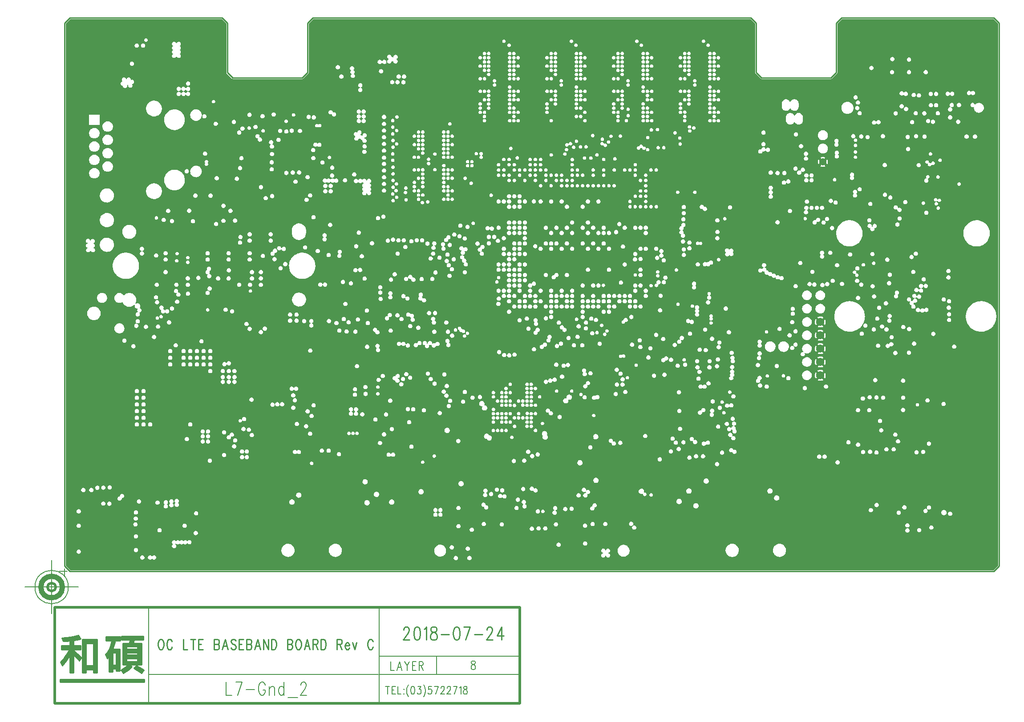
<source format=gbr>
G04 CAM350 V10.0.1 (Build 314) Date:  Fri Jul 27 19:02:56 2018 *
G04 Database: (Untitled) *
G04 Layer 9: L7P *
%FSLAX25Y25*%
%MOIN*%
%SFA1.000B1.000*%

%MIA0B0*%
%IPPOS*%
%ADD11C,0.00800*%
%ADD12C,0.01000*%
%ADD13C,0.00500*%
%ADD15C,0.02000*%
%ADD16C,0.04000*%
%ADD17C,0.00700*%
%ADD19C,0.03000*%
%ADD70C,0.01400*%
%ADD71C,0.01500*%
%ADD20C,0.02362*%
%ADD21R,0.22835X0.22835*%
%ADD22C,0.31496*%
%ADD23C,0.03937*%
%ADD24C,0.06200*%
%ADD25C,0.05520*%
%ADD26C,0.07874*%
%ADD27C,0.05906*%
%ADD28C,0.06693*%
%ADD29C,0.04331*%
%ADD72C,0.05512*%
%LNL7P*%
%LPD*%
G36*
X695586Y800D02*
G01X4414D01*
X4379Y803*
X4346Y812*
X4314Y827*
X4286Y847*
X4273Y859*
X859Y4273*
X836Y4300*
X819Y4330*
X807Y4362*
X801Y4397*
X800Y4414*
Y10399*
Y10400*
Y10401*
Y14799*
Y14800*
Y14801*
Y18999*
Y19000*
Y19001*
Y26249*
Y26250*
Y26251*
Y28750*
Y28751*
Y28752*
Y30899*
Y30900*
Y30901*
Y34199*
Y34200*
Y34201*
Y39609*
Y39610*
Y39611*
Y44999*
Y45000*
Y45001*
Y48799*
Y48800*
Y48801*
Y50809*
Y50810*
Y50811*
Y52415*
Y52416*
Y52417*
Y54599*
Y54600*
Y54601*
Y60999*
Y61000*
Y61001*
Y62689*
Y62690*
Y62691*
Y67199*
Y67200*
Y67201*
Y80999*
Y81000*
Y81001*
Y82999*
Y83000*
Y83001*
Y87249*
Y87250*
Y87251*
Y89901*
Y89902*
Y89903*
Y93749*
Y93750*
Y93751*
Y97401*
Y97402*
Y97403*
Y99201*
Y99202*
Y99203*
Y101301*
Y101302*
Y101303*
Y104901*
Y104902*
Y104903*
Y106749*
Y106750*
Y106751*
Y110199*
Y110200*
Y110201*
Y112890*
Y112891*
Y112892*
Y115199*
Y115200*
Y115201*
Y118249*
Y118250*
Y118251*
Y120199*
Y120200*
Y120201*
Y122699*
Y122700*
Y122701*
Y125199*
Y125200*
Y125201*
Y130199*
Y130200*
Y130201*
Y131999*
Y132000*
Y132001*
Y135199*
Y135200*
Y135201*
Y137001*
Y137002*
Y137003*
Y140299*
Y140300*
Y140301*
Y142101*
Y142102*
Y142103*
Y145701*
Y145702*
Y145703*
Y150199*
Y150200*
Y150201*
Y155199*
Y155200*
Y155201*
Y158399*
Y158400*
Y158401*
Y160199*
Y160200*
Y160201*
Y162249*
Y162250*
Y162251*
Y165199*
Y165200*
Y165201*
Y168800*
Y168801*
Y168802*
Y172999*
Y173000*
Y173001*
Y175749*
Y175750*
Y175751*
Y182194*
Y182195*
Y182196*
Y193415*
Y193416*
Y193417*
Y205029*
Y205030*
Y205031*
Y210203*
Y210204*
Y210205*
Y212094*
Y212095*
Y214927*
Y214928*
Y214929*
Y217001*
Y217002*
Y217003*
Y229101*
Y229102*
Y229103*
Y244289*
Y244290*
Y244291*
Y254554*
Y254555*
Y254556*
Y263353*
Y263354*
Y263355*
Y270299*
Y270300*
Y270301*
Y274101*
Y274102*
Y274103*
Y276499*
Y276500*
Y276501*
Y281857*
Y281858*
Y281859*
Y293434*
Y293435*
Y293436*
Y298499*
Y298500*
Y298501*
Y303499*
Y303500*
Y303501*
Y308499*
Y308500*
Y308501*
Y313499*
Y313500*
Y313501*
Y318499*
Y318500*
Y318501*
Y323499*
Y323500*
Y323501*
Y328499*
Y328500*
Y328501*
Y333499*
Y333500*
Y333501*
Y334546*
Y334547*
Y334548*
Y347003*
Y347004*
Y347005*
Y353650*
Y353651*
Y353652*
Y355402*
Y357999*
Y358000*
Y358001*
Y361749*
Y361750*
Y361751*
Y365749*
Y365750*
Y365751*
Y380699*
Y380700*
Y380701*
Y386499*
Y386500*
Y386501*
Y394249*
Y394250*
Y394251*
Y398399*
Y398400*
Y398401*
Y410586*
X803Y410621*
X812Y410654*
X827Y410686*
X847Y410714*
X859Y410727*
X4273Y414141*
X4300Y414164*
X4330Y414181*
X4362Y414193*
X4397Y414199*
X4414Y414200*
X117586*
X117621Y414197*
X117654Y414188*
X117686Y414173*
X117714Y414153*
X117727Y414141*
X121141Y410727*
X121164Y410700*
X121181Y410670*
X121193Y410638*
X121199Y410603*
X121200Y410586*
Y398401*
Y398400*
Y398399*
Y386501*
Y386500*
Y386499*
Y380701*
Y380700*
Y380699*
Y374000*
X121212Y373861*
X121248Y373726*
X121307Y373600*
X121387Y373486*
X121434Y373434*
X125434Y369434*
X125541Y369345*
X125662Y369275*
X125793Y369227*
X125930Y369203*
X126000Y369200*
X178000*
X178139Y369212*
X178274Y369248*
X178400Y369307*
X178514Y369387*
X178528Y369399*
X178566Y369434*
X180133Y371002*
X182566Y373434*
X182655Y373541*
X182725Y373662*
X182773Y373793*
X182797Y373930*
X182800Y374000*
Y377999*
Y378000*
Y378001*
Y381999*
Y382000*
Y382001*
Y388296*
Y388297*
Y388298*
Y394499*
Y394500*
Y394501*
Y397499*
Y397500*
Y397501*
Y410586*
X182803Y410621*
X182812Y410654*
X182827Y410686*
X182847Y410714*
X182859Y410727*
X186273Y414141*
X186300Y414164*
X186330Y414181*
X186362Y414193*
X186397Y414199*
X186414Y414200*
X513586*
X513621Y414197*
X513654Y414188*
X513686Y414173*
X513714Y414153*
X513727Y414141*
X517141Y410727*
X517164Y410700*
X517181Y410670*
X517193Y410638*
X517199Y410603*
X517200Y410586*
Y397501*
Y397500*
Y397499*
Y394501*
Y394500*
Y394499*
Y388298*
Y388297*
Y388296*
Y385148*
Y385147*
Y385146*
Y381998*
Y381997*
Y378849*
Y378848*
Y378847*
Y375699*
Y375698*
Y375697*
Y374000*
X517212Y373861*
X517248Y373726*
X517307Y373600*
X517387Y373486*
X517434Y373434*
X518320Y372549*
X519868Y371000*
X519869*
X521434Y369434*
X521472Y369399*
X521584Y369317*
X521709Y369255*
X521843Y369216*
X521981Y369200*
X522000*
X574000*
X574139Y369212*
X574274Y369248*
X574400Y369307*
X574514Y369387*
X574566Y369434*
X578566Y373434*
X578655Y373541*
X578725Y373662*
X578773Y373793*
X578797Y373930*
X578800Y374000*
Y374301*
Y374302*
Y374303*
Y377470*
Y377471*
Y377472*
Y384109*
Y384110*
Y384111*
Y410586*
X578803Y410621*
X578812Y410654*
X578827Y410686*
X578847Y410714*
X578859Y410727*
X582273Y414141*
X582299Y414164*
X582330Y414181*
X582362Y414193*
X582397Y414199*
X582414Y414200*
X695586*
X695621Y414197*
X695654Y414188*
X695686Y414173*
X695714Y414153*
X695727Y414141*
X699141Y410727*
X699164Y410700*
X699181Y410670*
X699193Y410638*
X699199Y410603*
X699200Y410586*
Y383721*
Y383720*
Y383719*
Y377471*
Y377470*
Y374302*
Y374301*
Y367825*
Y367824*
Y367823*
Y364676*
Y364675*
Y364674*
Y363101*
Y363100*
Y363099*
Y358702*
Y358701*
Y351501*
Y351500*
Y351499*
Y347554*
Y347553*
Y347552*
Y343501*
Y343500*
Y343499*
Y340402*
Y340401*
Y337102*
Y337101*
Y332501*
Y332500*
Y332499*
Y326002*
Y326001*
Y323301*
Y323300*
Y323299*
Y319375*
Y319374*
Y319373*
Y316702*
Y316701*
Y314463*
Y314462*
Y314461*
Y313001*
Y313000*
Y312999*
Y310544*
Y310543*
Y310542*
Y308301*
Y308300*
Y308299*
Y306001*
Y306000*
Y305999*
Y301102*
Y301101*
Y295701*
Y295700*
Y295699*
Y290401*
Y290400*
Y290399*
Y286482*
Y286481*
Y286480*
Y282401*
Y282400*
Y282399*
Y280301*
Y280300*
Y280299*
Y278201*
Y278200*
Y278199*
Y275601*
Y275600*
Y275599*
Y272401*
Y272400*
Y272399*
Y271081*
Y271080*
Y271079*
Y268921*
Y268920*
Y268919*
Y264591*
Y264590*
Y264589*
Y253450*
Y253449*
Y253448*
Y242302*
Y242301*
Y238241*
Y238240*
Y238239*
Y235731*
Y235730*
Y235729*
Y233731*
Y233730*
Y233729*
Y231001*
Y231000*
Y230999*
Y227210*
Y227209*
Y227208*
Y225202*
Y225201*
Y222431*
Y222430*
Y222429*
Y220402*
Y220401*
Y216101*
Y216100*
Y216099*
Y214001*
Y214000*
Y213999*
Y206001*
Y206000*
Y205999*
Y191168*
Y191167*
Y191166*
Y178102*
Y178101*
Y175601*
Y175600*
Y175599*
Y170751*
Y170750*
Y170749*
Y168502*
Y168501*
Y164002*
Y164001*
Y157001*
Y157000*
Y156999*
Y147001*
Y147000*
Y146999*
Y143001*
Y143000*
Y142999*
Y140971*
Y140970*
Y140969*
Y138601*
Y138600*
Y138599*
Y134401*
Y134400*
Y134399*
Y130252*
Y130251*
Y128181*
Y128180*
Y128179*
Y125561*
Y125560*
Y125559*
Y121001*
Y121000*
Y120999*
Y118945*
Y118944*
Y118943*
Y112801*
Y112800*
Y112799*
Y105802*
Y105801*
Y102502*
Y102501*
Y99881*
Y99880*
Y99879*
Y97501*
Y97500*
Y97499*
Y95752*
Y95751*
Y91501*
Y91500*
Y91499*
Y89602*
Y89601*
Y86001*
Y86000*
Y85999*
Y81751*
Y81750*
Y81749*
Y67769*
Y67768*
Y67767*
Y60281*
Y60280*
Y60279*
Y57301*
Y57300*
Y57299*
Y55091*
Y55090*
Y55089*
Y52501*
Y52500*
Y52499*
Y49801*
Y49800*
Y49799*
Y47902*
Y47901*
Y43201*
Y43200*
Y43199*
Y39611*
Y39610*
Y39609*
Y32902*
Y32901*
Y30931*
Y30930*
Y30929*
Y28752*
Y28751*
Y28750*
Y26251*
Y26250*
Y26249*
Y20871*
Y20870*
Y20869*
Y15749*
Y15748*
Y15747*
Y10001*
Y10000*
Y9999*
Y4414*
X699197Y4379*
X699188Y4346*
X699173Y4314*
X699153Y4286*
X699141Y4273*
X695727Y859*
X695700Y836*
X695670Y819*
X695638Y807*
X695603Y801*
X695586Y800*
G37*
%LPC*%
G36*
X58478Y8824D02*
G01X58747Y8896D01*
X59000Y9014*
X59228Y9174*
X59426Y9372*
X59586Y9600*
X59704Y9853*
X59776Y10122*
X59800Y10400*
X59776Y10678*
X59704Y10947*
X59586Y11200*
X59426Y11428*
X59228Y11626*
X59000Y11786*
X58747Y11904*
X58478Y11976*
X58200Y12000*
X57922Y11976*
X57653Y11904*
X57400Y11786*
X57172Y11626*
X56974Y11428*
X56814Y11200*
X56696Y10947*
X56624Y10678*
X56600Y10400*
X56624Y10122*
X56696Y9853*
X56814Y9600*
X56974Y9372*
X57172Y9174*
X57400Y9014*
X57653Y8896*
X57922Y8824*
X58200Y8800*
X58478Y8824*
G37*
G36*
X67375Y8845D02*
G01X67640Y8933D01*
X67884Y9067*
X68103Y9241*
X68287Y9450*
X68433Y9688*
X68535Y9947*
X68549Y10000*
X68595Y10275*
X68600Y10399*
Y10400*
X68576Y10678*
X68504Y10947*
X68386Y11200*
X68226Y11428*
X68028Y11626*
X67800Y11786*
X67547Y11904*
X67278Y11976*
X67000Y12000*
X66722Y11976*
X66453Y11904*
X66200Y11786*
X65972Y11626*
X65774Y11428*
X65667Y11285*
X65666Y11284*
X65644Y11256*
X65618Y11233*
X65588Y11215*
X65556Y11203*
X65521Y11196*
X65487Y11195*
X65452Y11201*
X65419Y11212*
X65389Y11229*
X65361Y11251*
X65339Y11277*
X65334Y11284*
X65333Y11285*
X65159Y11503*
X64950Y11687*
X64712Y11833*
X64453Y11935*
X64179Y11990*
X63901Y11997*
X63625Y11955*
X63360Y11867*
X63115Y11733*
X62897Y11559*
X62713Y11350*
X62567Y11112*
X62465Y10853*
X62410Y10579*
X62400Y10400*
X62424Y10122*
X62496Y9853*
X62614Y9600*
X62774Y9372*
X62972Y9174*
X63200Y9014*
X63453Y8896*
X63722Y8824*
X64000Y8800*
X64278Y8824*
X64547Y8896*
X64800Y9014*
X65028Y9174*
X65226Y9372*
X65333Y9516*
X65334*
X65356Y9544*
X65382Y9566*
X65412Y9585*
X65444Y9597*
X65479Y9604*
X65513Y9605*
X65548Y9599*
X65581Y9588*
X65611Y9571*
X65639Y9549*
X65661Y9523*
X65666Y9516*
X65667*
X65841Y9297*
X66050Y9113*
X66288Y8967*
X66547Y8865*
X66821Y8810*
X67099Y8803*
X67375Y8845*
G37*
G36*
X10878Y13224D02*
G01X11147Y13296D01*
X11400Y13414*
X11628Y13574*
X11826Y13772*
X11986Y14000*
X12104Y14253*
X12176Y14522*
X12200Y14800*
X12176Y15078*
X12104Y15347*
X11986Y15600*
X11826Y15828*
X11658Y16000*
X11434Y16166*
X11184Y16290*
X10917Y16368*
X10639Y16400*
X10361Y16382*
X10090Y16317*
X9834Y16205*
X9602Y16051*
X9400Y15858*
X9234Y15634*
X9110Y15384*
X9032Y15117*
X9000Y14839*
Y14801*
Y14800*
X9024Y14522*
X9096Y14253*
X9214Y14000*
X9374Y13772*
X9572Y13574*
X9800Y13414*
X10053Y13296*
X10322Y13224*
X10600Y13200*
X10878Y13224*
G37*
G36*
X53669Y14418D02*
G01X53940Y14483D01*
X54196Y14595*
X54428Y14749*
X54630Y14942*
X54796Y15166*
X54920Y15416*
X54998Y15683*
X55010Y15748*
X55030Y16000*
X55006Y16278*
X54934Y16547*
X54816Y16800*
X54656Y17028*
X54458Y17226*
X54230Y17386*
X53977Y17504*
X53708Y17576*
X53430Y17600*
X53152Y17576*
X52883Y17504*
X52630Y17386*
X52402Y17226*
X52204Y17028*
X52044Y16800*
X51926Y16547*
X51854Y16278*
X51830Y16000*
X51854Y15722*
X51926Y15453*
X52044Y15200*
X52204Y14972*
X52372Y14800*
X52596Y14634*
X52846Y14510*
X53113Y14432*
X53391Y14400*
X53669Y14418*
G37*
G36*
X82278Y17424D02*
G01X82547Y17496D01*
X82800Y17614*
X83028Y17774*
X83226Y17972*
X83386Y18200*
X83504Y18453*
X83576Y18722*
X83600Y19000*
X83576Y19278*
X83504Y19547*
X83386Y19800*
X83226Y20028*
X83006Y20244*
X82981Y20269*
X82960Y20297*
X82945Y20328*
X82935Y20362*
X82931Y20396*
X82934Y20431*
X82942Y20465*
X82956Y20497*
X82976Y20526*
X83000Y20551*
X83006Y20556*
X83207Y20749*
X83244Y20794*
X83269Y20819*
X83297Y20840*
X83328Y20855*
X83362Y20865*
X83396Y20869*
X83431Y20866*
X83465Y20858*
X83497Y20844*
X83526Y20824*
X83551Y20800*
X83556Y20794*
X83749Y20593*
X83975Y20429*
X84225Y20307*
X84493Y20230*
X84771Y20200*
X85049Y20219*
X85319Y20287*
X85574Y20400*
X85806Y20556*
X86007Y20749*
X86044Y20794*
X86069Y20819*
X86097Y20840*
X86128Y20855*
X86162Y20865*
X86196Y20869*
X86231Y20866*
X86265Y20858*
X86297Y20844*
X86326Y20824*
X86351Y20800*
X86356Y20794*
X86549Y20593*
X86775Y20429*
X87025Y20307*
X87293Y20230*
X87571Y20200*
X87849Y20219*
X88119Y20287*
X88374Y20400*
X88606Y20556*
X88807Y20749*
X88844Y20794*
X88869Y20819*
X88897Y20840*
X88928Y20855*
X88962Y20865*
X88996Y20869*
X89031Y20866*
X89065Y20858*
X89097Y20844*
X89126Y20824*
X89151Y20800*
X89156Y20794*
X89349Y20593*
X89575Y20429*
X89825Y20307*
X90093Y20230*
X90371Y20200*
X90649Y20219*
X90919Y20287*
X91174Y20400*
X91406Y20556*
X91607Y20749*
X91771Y20975*
X91799Y21023*
Y21024*
X91819Y21053*
X91843Y21078*
X91872Y21098*
X91903Y21113*
X91937Y21123*
X91972Y21126*
X92006Y21123*
X92040Y21115*
X92072Y21100*
X92101Y21080*
X92125Y21056*
X92142Y21034*
X92143Y21032*
X92311Y20809*
X92515Y20619*
X92749Y20467*
X93006Y20358*
X93277Y20296*
X93556Y20281*
X93833Y20315*
X94100Y20397*
X94348Y20523*
X94571Y20691*
X94761Y20895*
X94913Y21129*
X95022Y21386*
X95084Y21657*
X95100Y21879*
Y21880*
X95076Y22158*
X95004Y22427*
X94886Y22680*
X94726Y22908*
X94528Y23106*
X94300Y23266*
X94047Y23384*
X93778Y23456*
X93500Y23480*
X93222Y23456*
X92953Y23384*
X92700Y23266*
X92472Y23106*
X92274Y22908*
X92101Y22657*
Y22656*
X92081Y22627*
X92056Y22602*
X92028Y22582*
X91997Y22567*
X91963Y22557*
X91928Y22554*
X91894Y22557*
X91860Y22565*
X91828Y22580*
X91799Y22600*
X91775Y22624*
X91758Y22646*
X91757Y22648*
X91589Y22871*
X91385Y23061*
X91151Y23213*
X90894Y23322*
X90623Y23384*
X90344Y23399*
X90067Y23365*
X89800Y23283*
X89552Y23157*
X89329Y22989*
X89156Y22806*
X89131Y22781*
X89103Y22760*
X89072Y22745*
X89038Y22735*
X89004Y22731*
X88969Y22734*
X88935Y22742*
X88903Y22756*
X88874Y22776*
X88849Y22800*
X88844Y22806*
X88651Y23007*
X88425Y23171*
X88175Y23293*
X87907Y23370*
X87629Y23400*
X87351Y23381*
X87081Y23313*
X86826Y23200*
X86594Y23044*
X86393Y22851*
X86356Y22806*
X86331Y22781*
X86303Y22760*
X86272Y22745*
X86238Y22735*
X86204Y22731*
X86169Y22734*
X86135Y22742*
X86103Y22756*
X86074Y22776*
X86049Y22800*
X86044Y22806*
X85851Y23007*
X85625Y23171*
X85375Y23293*
X85107Y23370*
X84829Y23400*
X84551Y23381*
X84281Y23313*
X84026Y23200*
X83794Y23044*
X83593Y22851*
X83556Y22806*
X83531Y22781*
X83503Y22760*
X83472Y22745*
X83438Y22735*
X83404Y22731*
X83369Y22734*
X83335Y22742*
X83303Y22756*
X83274Y22776*
X83249Y22800*
X83244Y22806*
X83051Y23007*
X82825Y23171*
X82575Y23293*
X82307Y23370*
X82029Y23400*
X81751Y23381*
X81481Y23313*
X81226Y23200*
X80994Y23044*
X80793Y22851*
X80629Y22625*
X80507Y22375*
X80430Y22107*
X80400Y21829*
X80419Y21551*
X80487Y21281*
X80600Y21026*
X80756Y20794*
X80949Y20593*
X80994Y20556*
X81019Y20531*
X81040Y20503*
X81055Y20472*
X81065Y20438*
X81069Y20404*
X81066Y20369*
X81058Y20335*
X81044Y20303*
X81024Y20274*
X81000Y20249*
X80994Y20244*
X80793Y20051*
X80629Y19825*
X80507Y19575*
X80430Y19307*
X80400Y19000*
X80424Y18722*
X80496Y18453*
X80614Y18200*
X80774Y17972*
X80972Y17774*
X81200Y17614*
X81453Y17496*
X81722Y17424*
X82000Y17400*
X82278Y17424*
G37*
G36*
X167739Y10828D02*
G01X168360Y10921D01*
X168964Y11092*
X169542Y11338*
X170084Y11655*
X170582Y12039*
X171026Y12483*
X171411Y12980*
X171729Y13521*
X171976Y14099*
X172148Y14703*
X172242Y15324*
X172260Y15747*
Y15748*
Y15749*
X172220Y16375*
X172101Y16992*
X171904Y17588*
X171633Y18155*
X171293Y18683*
X170888Y19163*
X170426Y19588*
X169913Y19951*
X169358Y20246*
X168771Y20468*
X168160Y20614*
X167535Y20681*
X166907Y20668*
X166286Y20575*
X165681Y20404*
X165103Y20158*
X164561Y19841*
X164064Y19457*
X163620Y19013*
X163235Y18516*
X162917Y17975*
X162669Y17397*
X162498Y16793*
X162404Y16172*
X162392Y16000*
Y15999*
X162386Y15749*
Y15748*
Y15747*
X162426Y15121*
X162545Y14504*
X162742Y13908*
X163012Y13341*
X163353Y12813*
X163758Y12333*
X164220Y11908*
X164733Y11545*
X165287Y11250*
X165875Y11028*
X166486Y10882*
X167111Y10816*
X167739Y10828*
G37*
G36*
X203172Y10829D02*
G01X203793Y10921D01*
X204397Y11092*
X204975Y11338*
X205517Y11656*
X206015Y12039*
X206459Y12483*
X206844Y12980*
X207162Y13521*
X207409Y14099*
X207581Y14703*
X207675Y15324*
X207688Y15528*
Y15529*
Y15530*
X207693Y15747*
Y15748*
Y15749*
X207653Y16375*
X207534Y16992*
X207337Y17588*
X207066Y18155*
X206726Y18683*
X206321Y19163*
X205859Y19588*
X205346Y19951*
X204791Y20246*
X204204Y20468*
X203593Y20614*
X202968Y20680*
X202340Y20667*
X201719Y20575*
X201114Y20404*
X200536Y20158*
X199994Y19840*
X199497Y19457*
X199053Y19013*
X198668Y18516*
X198350Y17975*
X198103Y17397*
X197931Y16793*
X197837Y16172*
X197819Y15749*
Y15748*
Y15747*
X197859Y15121*
X197978Y14504*
X198175Y13908*
X198445Y13341*
X198786Y12813*
X199191Y12333*
X199653Y11908*
X200166Y11545*
X200721Y11250*
X201308Y11028*
X201919Y10882*
X202544Y10816*
X203172Y10829*
G37*
G36*
X282022Y11113D02*
G01X282603Y11251D01*
X283162Y11466*
X283686Y11754*
X284034Y12000*
X284035*
X284480Y12399*
X284869Y12854*
X285193Y13356*
X285448Y13898*
X285628Y14468*
X285731Y15058*
X285756Y15528*
Y15529*
Y15530*
X285716Y16126*
X285596Y16712*
X285400Y17277*
X285130Y17811*
X285012Y18000*
X284649Y18476*
X284227Y18899*
X283751Y19262*
X283232Y19558*
X282677Y19783*
X282098Y19932*
X281538Y20000*
X282163*
X281536*
X280937Y19995*
X280345Y19909*
X279770Y19746*
X279221Y19508*
X278709Y19198*
X278243Y18823*
X277831Y18390*
X277481Y17905*
X277198Y17378*
X276988Y16817*
X276854Y16234*
X276804Y15748*
Y15747*
X276799Y15530*
Y15529*
Y15528*
X276838Y14932*
X276958Y14346*
X277154Y13781*
X277424Y13247*
X277762Y12754*
X278163Y12310*
X278620Y11924*
X279125Y11602*
X279667Y11350*
X280238Y11173*
X280828Y11073*
X281426Y11053*
X282022Y11113*
G37*
G36*
X293278Y8424D02*
G01X293547Y8496D01*
X293800Y8614*
X294028Y8774*
X294226Y8972*
X294386Y9200*
X294504Y9453*
X294576Y9722*
X294600Y10000*
X294576Y10278*
X294504Y10547*
X294386Y10800*
X294226Y11028*
X294028Y11226*
X293800Y11386*
X293547Y11504*
X293278Y11576*
X293000Y11600*
X292722Y11576*
X292453Y11504*
X292200Y11386*
X291972Y11226*
X291774Y11028*
X291614Y10800*
X291496Y10547*
X291451Y10400*
X291405Y10125*
X291400Y10001*
Y10000*
X291424Y9722*
X291496Y9453*
X291614Y9200*
X291774Y8972*
X291972Y8774*
X292200Y8614*
X292453Y8496*
X292722Y8424*
X293000Y8400*
X293278Y8424*
G37*
G36*
X290278Y16424D02*
G01X290547Y16496D01*
X290800Y16614*
X291028Y16774*
X291226Y16972*
X291249Y17000*
X291404Y17232*
X291516Y17487*
X291582Y17758*
X291600Y18000*
X291576Y18278*
X291504Y18547*
X291386Y18800*
X291226Y19028*
X291028Y19226*
X290800Y19386*
X290547Y19504*
X290278Y19576*
X290000Y19600*
X289722Y19576*
X289453Y19504*
X289200Y19386*
X288972Y19226*
X288774Y19028*
X288614Y18800*
X288496Y18547*
X288424Y18278*
X288400Y18000*
X288424Y17722*
X288496Y17453*
X288614Y17200*
X288774Y16972*
X288972Y16774*
X289200Y16614*
X289453Y16496*
X289722Y16424*
X290000Y16400*
X290278Y16424*
G37*
G36*
X302190Y15411D02*
G01X302463Y15469D01*
X302722Y15572*
X302959Y15719*
X303167Y15905*
X303339Y16125*
X303471Y16371*
X303558Y16636*
X303598Y16912*
X303600Y16999*
Y17000*
X303576Y17278*
X303504Y17547*
X303386Y17800*
X303226Y18028*
X303028Y18226*
X302800Y18386*
X302547Y18504*
X302278Y18576*
X302000Y18600*
X301722Y18576*
X301453Y18504*
X301200Y18386*
X300972Y18226*
X300774Y18028*
X300751Y18000*
X300596Y17768*
X300484Y17512*
X300418Y17242*
X300400Y17000*
X300424Y16722*
X300496Y16453*
X300614Y16200*
X300774Y15972*
X300972Y15774*
X301200Y15614*
X301370Y15529*
X301371*
X301636Y15442*
X301912Y15402*
X302190Y15411*
G37*
G36*
X403778Y10424D02*
G01X404047Y10496D01*
X404300Y10614*
X404528Y10774*
X404726Y10972*
X404886Y11200*
X405004Y11453*
X405056Y11625*
X405067Y11658*
X405083Y11689*
X405105Y11716*
X405131Y11739*
X405161Y11758*
X405193Y11770*
X405227Y11777*
X405262Y11778*
X405297Y11773*
X405330Y11762*
X405360Y11745*
X405388Y11724*
X405411Y11697*
X405429Y11668*
X405442Y11635*
X405444Y11625*
X405533Y11361*
X405666Y11116*
X405840Y10898*
X406049Y10713*
X406287Y10568*
X406547Y10466*
X406820Y10410*
X407099Y10403*
X407375Y10444*
X407639Y10533*
X407884Y10666*
X408102Y10840*
X408287Y11049*
X408432Y11287*
X408534Y11547*
X408590Y11820*
X408600Y11999*
Y12000*
X408576Y12278*
X408504Y12547*
X408386Y12800*
X408226Y13028*
X408028Y13226*
X407800Y13386*
X407547Y13504*
X407375Y13556*
X407342Y13567*
X407311Y13583*
X407284Y13605*
X407261Y13631*
X407242Y13661*
X407230Y13693*
X407223Y13727*
X407221Y13750*
X407224Y13785*
X407233Y13818*
X407248Y13850*
X407268Y13879*
X407293Y13903*
X407321Y13923*
X407353Y13938*
X407375Y13944*
X407639Y14033*
X407884Y14166*
X408102Y14340*
X408287Y14549*
X408432Y14787*
X408534Y15047*
X408590Y15320*
X408600Y15460*
Y15461*
Y15462*
X408582Y15739*
X408516Y16010*
X408405Y16266*
X408250Y16498*
X408058Y16700*
X407834Y16866*
X407584Y16990*
X407316Y17068*
X407039Y17099*
X406761Y17082*
X406490Y17016*
X406234Y16905*
X406002Y16750*
X405800Y16558*
X405634Y16334*
X405510Y16084*
X405444Y15875*
X405433Y15842*
X405417Y15811*
X405395Y15784*
X405369Y15761*
X405339Y15742*
X405307Y15730*
X405272Y15723*
X405238Y15722*
X405203Y15727*
X405170Y15738*
X405140Y15755*
X405112Y15776*
X405089Y15803*
X405071Y15832*
X405058Y15865*
X405056Y15875*
X404967Y16139*
X404834Y16384*
X404660Y16602*
X404451Y16787*
X404213Y16932*
X403953Y17034*
X403680Y17090*
X403401Y17097*
X403125Y17056*
X402943Y17000*
X402800*
X402943*
X402691Y16881*
X402464Y16719*
X402268Y16521*
X402109Y16291*
X401993Y16038*
X401923Y15768*
X401900Y15490*
X401926Y15212*
X402000Y14943*
X402119Y14691*
X402281Y14464*
X402479Y14268*
X402709Y14109*
X402962Y13993*
X403125Y13944*
X403158Y13933*
X403189Y13917*
X403216Y13895*
X403239Y13869*
X403258Y13839*
X403270Y13807*
X403277Y13772*
X403278Y13738*
X403273Y13703*
X403262Y13670*
X403245Y13640*
X403224Y13612*
X403197Y13589*
X403168Y13571*
X403135Y13558*
X403125Y13556*
X402861Y13467*
X402616Y13334*
X402398Y13160*
X402213Y12951*
X402068Y12713*
X401966Y12453*
X401910Y12180*
X401900Y12000*
X401924Y11722*
X401996Y11453*
X402114Y11200*
X402274Y10972*
X402472Y10774*
X402700Y10614*
X402953Y10496*
X403222Y10424*
X403500Y10400*
X403778Y10424*
G37*
G36*
X370278Y18424D02*
G01X370547Y18496D01*
X370800Y18614*
X371028Y18774*
X371226Y18972*
X371386Y19200*
X371504Y19453*
X371576Y19722*
X371600Y20000*
X371576Y20278*
X371504Y20547*
X371386Y20800*
X371343Y20870*
X371171Y21090*
X370964Y21277*
X370728Y21425*
X370469Y21530*
X370197Y21588*
X369918Y21598*
X369642Y21559*
X369376Y21473*
X369130Y21343*
X368910Y21171*
X368723Y20964*
X368575Y20728*
X368470Y20469*
X368412Y20197*
X368400Y20000*
X368424Y19722*
X368496Y19453*
X368614Y19200*
X368774Y18972*
X368972Y18774*
X369200Y18614*
X369453Y18496*
X369722Y18424*
X370000Y18400*
X370278Y18424*
G37*
G36*
X390248Y19311D02*
G01X390514Y19397D01*
X390760Y19527*
X390980Y19699*
X391167Y19906*
X391315Y20142*
X391420Y20401*
X391478Y20673*
X391490Y20869*
Y20870*
X391466Y21148*
X391394Y21417*
X391276Y21670*
X391116Y21898*
X390918Y22096*
X390690Y22256*
X390437Y22374*
X390168Y22446*
X389890Y22470*
X389612Y22446*
X389343Y22374*
X389090Y22256*
X388862Y22096*
X388649Y21880*
X388493Y21649*
X388378Y21395*
X388310Y21124*
X388290Y20870*
X388314Y20592*
X388386Y20323*
X388504Y20070*
X388547Y20000*
X388719Y19780*
X388926Y19593*
X389162Y19445*
X389421Y19340*
X389693Y19282*
X389972Y19272*
X390248Y19311*
G37*
G36*
X419213Y11012D02*
G01X419801Y11120D01*
X420370Y11305*
X420909Y11565*
X421409Y11894*
X421860Y12286*
X422255Y12736*
X422586Y13234*
X422849Y13771*
X423037Y14339*
X423148Y14927*
X423180Y15460*
Y15461*
Y15462*
X423170Y15748*
X423092Y16341*
X422936Y16919*
X422704Y17470*
X422400Y17985*
X422031Y18456*
X421602Y18873*
X421121Y19229*
X420597Y19518*
X420040Y19735*
X419458Y19875*
X418863Y19937*
X418265Y19918*
X417675Y19820*
X417103Y19645*
X416560Y19394*
X416055Y19074*
X415597Y18689*
X415194Y18247*
X414854Y17754*
X414583Y17221*
X414385Y16657*
X414264Y16071*
X414223Y15461*
Y15460*
X414262Y14864*
X414382Y14278*
X414578Y13713*
X414848Y13179*
X415186Y12686*
X415587Y12242*
X415859Y12000*
X416345Y11652*
X416874Y11372*
X417435Y11165*
X418019Y11035*
X418615Y10983*
X419213Y11012*
G37*
G36*
X500701Y10861D02*
G01X501316Y10990D01*
X501909Y11195*
X502472Y11474*
X502995Y11823*
X503469Y12235*
X503887Y12704*
X504242Y13222*
X504528Y13781*
X504741Y14372*
X504878Y14985*
X504935Y15611*
X504937Y15747*
Y15748*
Y15749*
X504897Y16375*
X504778Y16992*
X504581Y17588*
X504310Y18155*
X503970Y18683*
X503565Y19163*
X503103Y19588*
X502590Y19951*
X502035Y20246*
X501448Y20468*
X500837Y20614*
X500212Y20680*
X499584Y20667*
X498963Y20575*
X498358Y20404*
X497780Y20158*
X497239Y19840*
X496741Y19457*
X496297Y19013*
X495912Y18516*
X495594Y17975*
X495347Y17397*
X495175Y16793*
X495081Y16172*
X495063Y15749*
Y15748*
Y15747*
X495071Y15462*
Y15461*
X495148Y14838*
X495303Y14229*
X495533Y13645*
X495837Y13094*
X496207Y12587*
X496639Y12131*
X497126Y11734*
X497659Y11401*
X498230Y11139*
X498829Y10952*
X499447Y10842*
X500075Y10812*
X500701Y10861*
G37*
G36*
X535849Y10828D02*
G01X536470Y10921D01*
X537075Y11092*
X537653Y11338*
X538195Y11655*
X538692Y12039*
X539136Y12483*
X539521Y12980*
X539839Y13521*
X540086Y14099*
X540258Y14703*
X540352Y15324*
X540370Y15747*
Y15748*
Y15749*
X540330Y16375*
X540211Y16992*
X540014Y17588*
X539744Y18155*
X539403Y18683*
X538998Y19163*
X538536Y19588*
X538023Y19951*
X537468Y20246*
X536881Y20468*
X536270Y20614*
X535645Y20680*
X535017Y20668*
X534396Y20575*
X533791Y20404*
X533214Y20158*
X532672Y19841*
X532174Y19457*
X531730Y19013*
X531345Y18516*
X531027Y17975*
X530780Y17397*
X530608Y16793*
X530514Y16172*
X530496Y15749*
Y15748*
Y15747*
X530536Y15121*
X530655Y14504*
X530852Y13908*
X531123Y13341*
X531463Y12813*
X531868Y12333*
X532330Y11908*
X532843Y11545*
X533398Y11250*
X533985Y11028*
X534596Y10882*
X535221Y10816*
X535849Y10828*
G37*
G36*
X53678Y24674D02*
G01X53947Y24746D01*
X54200Y24864*
X54428Y25024*
X54626Y25222*
X54786Y25450*
X54904Y25703*
X54976Y25972*
X55000Y26250*
X54976Y26528*
X54904Y26797*
X54786Y27050*
X54626Y27278*
X54428Y27476*
X54200Y27636*
X53947Y27754*
X53678Y27826*
X53400Y27850*
X53122Y27826*
X52853Y27754*
X52600Y27636*
X52372Y27476*
X52174Y27278*
X52014Y27050*
X51896Y26797*
X51824Y26528*
X51800Y26250*
X51824Y25972*
X51896Y25703*
X52014Y25450*
X52174Y25222*
X52372Y25024*
X52600Y24864*
X52853Y24746*
X53122Y24674*
X53400Y24650*
X53678Y24674*
G37*
G36*
X71378Y29324D02*
G01X71647Y29396D01*
X71900Y29514*
X72128Y29674*
X72326Y29872*
X72486Y30100*
X72604Y30353*
X72676Y30622*
X72700Y30900*
X72676Y31178*
X72661Y31250*
X72577Y31516*
X72447Y31763*
X72277Y31984*
X72071Y32172*
X71835Y32321*
X71578Y32427*
X71305Y32487*
X71026Y32498*
X70750Y32461*
X70484Y32377*
X70237Y32247*
X70016Y32077*
X69828Y31871*
X69679Y31635*
X69573Y31378*
X69513Y31105*
X69500Y30900*
X69524Y30622*
X69596Y30353*
X69714Y30100*
X69874Y29872*
X70072Y29674*
X70300Y29514*
X70553Y29396*
X70822Y29324*
X71100Y29300*
X71378Y29324*
G37*
G36*
X98482Y27175D02*
G01X98751Y27247D01*
X99004Y27365*
X99232Y27525*
X99430Y27723*
X99590Y27951*
X99708Y28204*
X99780Y28473*
X99804Y28751*
X99780Y29029*
X99708Y29298*
X99590Y29551*
X99430Y29779*
X99232Y29977*
X99004Y30137*
X98751Y30255*
X98482Y30327*
X98204Y30351*
X97926Y30327*
X97657Y30255*
X97404Y30137*
X97176Y29977*
X96978Y29779*
X96818Y29551*
X96700Y29298*
X96628Y29029*
X96604Y28751*
X96628Y28473*
X96700Y28204*
X96818Y27951*
X96978Y27723*
X97176Y27525*
X97404Y27365*
X97657Y27247*
X97926Y27175*
X98204Y27151*
X98482Y27175*
G37*
G36*
X10878Y32624D02*
G01X11147Y32696D01*
X11400Y32814*
X11628Y32974*
X11826Y33172*
X11986Y33400*
X12104Y33653*
X12176Y33922*
X12200Y34200*
X12176Y34478*
X12104Y34747*
X11986Y35000*
X11826Y35228*
X11781Y35280*
X11575Y35469*
X11340Y35619*
X11082Y35726*
X10810Y35786*
X10531Y35799*
X10255Y35762*
X9989Y35679*
X9741Y35550*
X9520Y35381*
X9331Y35175*
X9181Y34940*
X9074Y34682*
X9014Y34410*
X9000Y34200*
X9024Y33922*
X9096Y33653*
X9214Y33400*
X9374Y33172*
X9572Y32974*
X9800Y32814*
X10053Y32696*
X10322Y32624*
X10600Y32600*
X10878Y32624*
G37*
G36*
X53365Y33718D02*
G01X53631Y33801D01*
X53879Y33930*
X54100Y34100*
X54245Y34250*
X54405Y34478*
X54523Y34731*
X54595Y35000*
X54620Y35280*
X54596Y35558*
X54524Y35827*
X54406Y36080*
X54246Y36308*
X54048Y36506*
X53820Y36666*
X53567Y36784*
X53298Y36856*
X53020Y36880*
X52742Y36856*
X52473Y36784*
X52220Y36666*
X51992Y36506*
X51794Y36308*
X51634Y36080*
X51516Y35827*
X51444Y35558*
X51420Y35280*
X51444Y35002*
X51516Y34733*
X51634Y34480*
X51794Y34252*
X51839Y34200*
X51840*
X52045Y34011*
X52280Y33861*
X52538Y33754*
X52810Y33694*
X53089Y33681*
X53365Y33718*
G37*
G36*
X90210Y32674D02*
G01X90479Y32746D01*
X90732Y32864*
X90960Y33024*
X91158Y33222*
X91318Y33450*
X91436Y33703*
X91485Y33863*
X91528Y34138*
X91532Y34249*
Y34250*
X91508Y34528*
X91436Y34797*
X91318Y35050*
X91158Y35278*
X90960Y35476*
X90931Y35500*
X90984*
X90931*
X90699Y35654*
X90443Y35766*
X90172Y35832*
X89894Y35850*
X89616Y35819*
X89349Y35740*
X89099Y35616*
X88874Y35451*
X88708Y35280*
X88547Y35052*
X88429Y34799*
X88357Y34530*
X88332Y34250*
X88356Y33972*
X88428Y33703*
X88546Y33450*
X88706Y33222*
X88904Y33024*
X89132Y32864*
X89385Y32746*
X89654Y32674*
X89932Y32650*
X90210Y32674*
G37*
G36*
X295278Y32287D02*
G01X295547Y32359D01*
X295800Y32477*
X296028Y32637*
X296226Y32835*
X296386Y33063*
X296504Y33316*
X296576Y33585*
X296600Y33863*
X296576Y34141*
X296504Y34410*
X296386Y34663*
X296226Y34891*
X296028Y35089*
X295800Y35249*
X295547Y35367*
X295278Y35439*
X295000Y35463*
X294722Y35439*
X294453Y35367*
X294200Y35249*
X293972Y35089*
X293774Y34891*
X293614Y34663*
X293496Y34410*
X293447Y34250*
X293404Y33975*
X293400Y33864*
Y33863*
X293424Y33585*
X293496Y33316*
X293614Y33063*
X293774Y32835*
X293972Y32637*
X294200Y32477*
X294453Y32359*
X294722Y32287*
X295000Y32263*
X295278Y32287*
G37*
G36*
X305350Y29689D02*
G01X305616Y29773D01*
X305863Y29903*
X306084Y30073*
X306272Y30279*
X306421Y30515*
X306527Y30772*
X306587Y31045*
X306600Y31249*
Y31250*
X306576Y31528*
X306504Y31797*
X306413Y32000*
X306262Y32234*
X306072Y32438*
X305849Y32606*
X305601Y32733*
X305334Y32815*
X305057Y32849*
X304779Y32835*
X304507Y32772*
X304250Y32663*
X304016Y32512*
X303812Y32322*
X303644Y32099*
X303517Y31851*
X303435Y31584*
X303401Y31307*
X303400Y31251*
Y31250*
X303424Y30972*
X303439Y30900*
X303523Y30634*
X303653Y30387*
X303823Y30166*
X304029Y29978*
X304265Y29829*
X304522Y29723*
X304795Y29663*
X305074Y29652*
X305350Y29689*
G37*
G36*
X350221Y30415D02*
G01X350493Y30478D01*
X350750Y30587*
X350984Y30738*
X351188Y30928*
X351356Y31151*
X351483Y31399*
X351565Y31666*
X351599Y31943*
X351600Y31999*
Y32000*
X351580Y32250*
X351513Y32521*
X351400Y32775*
X351244Y33007*
X351050Y33207*
X350824Y33371*
X350574Y33494*
X350306Y33571*
X350028Y33600*
X349750Y33580*
X349479Y33513*
X349225Y33400*
X348993Y33244*
X348793Y33050*
X348629Y32824*
X348506Y32574*
X348429Y32306*
X348400Y32000*
X348424Y31722*
X348496Y31453*
X348587Y31250*
X348738Y31016*
X348928Y30812*
X349151Y30644*
X349399Y30517*
X349666Y30435*
X349943Y30401*
X350221Y30415*
G37*
G36*
X314278Y33924D02*
G01X314547Y33996D01*
X314800Y34114*
X315028Y34274*
X315226Y34472*
X315386Y34700*
X315504Y34953*
X315580Y35250*
X315600Y35500*
X315576Y35778*
X315504Y36047*
X315386Y36300*
X315226Y36528*
X315028Y36726*
X314800Y36886*
X314547Y37004*
X314278Y37076*
X314000Y37100*
X313722Y37076*
X313453Y37004*
X313200Y36886*
X312972Y36726*
X312774Y36528*
X312614Y36300*
X312496Y36047*
X312424Y35778*
X312400Y35500*
X312424Y35222*
X312496Y34953*
X312614Y34700*
X312774Y34472*
X312972Y34274*
X313200Y34114*
X313453Y33996*
X313722Y33924*
X314000Y33900*
X314278Y33924*
G37*
G36*
X327781Y33675D02*
G01X328050Y33747D01*
X328302Y33866*
X328531Y34026*
X328727Y34224*
X328887Y34452*
X329004Y34705*
X329076Y34975*
X329100Y35250*
X329076Y35528*
X329004Y35797*
X328886Y36050*
X328726Y36278*
X328528Y36476*
X328300Y36636*
X328047Y36754*
X327778Y36826*
X327500Y36850*
X327222Y36826*
X326953Y36754*
X326700Y36636*
X326472Y36476*
X326274Y36278*
X326114Y36050*
X325996Y35797*
X325920Y35500*
X325900Y35250*
X325924Y34972*
X325996Y34703*
X326114Y34450*
X326274Y34222*
X326472Y34024*
X326702Y33863*
X326955Y33746*
X327225Y33674*
X327503Y33650*
X327781Y33675*
G37*
G36*
X355250Y30670D02*
G01X355521Y30737D01*
X355775Y30850*
X356007Y31006*
X356207Y31200*
X356371Y31426*
X356494Y31676*
X356571Y31944*
X356600Y32250*
X356576Y32528*
X356504Y32797*
X356386Y33050*
X356226Y33278*
X356028Y33476*
X355800Y33636*
X355547Y33754*
X355278Y33826*
X355000Y33850*
X354722Y33826*
X354453Y33754*
X354200Y33636*
X353972Y33476*
X353774Y33278*
X353614Y33050*
X353496Y32797*
X353424Y32528*
X353400Y32250*
Y32249*
X353420Y32000*
X353487Y31729*
X353600Y31475*
X353756Y31243*
X353950Y31043*
X354176Y30879*
X354426Y30756*
X354694Y30679*
X354972Y30650*
X355250Y30670*
G37*
G36*
X360278Y30674D02*
G01X360557Y30750D01*
X360809Y30869*
X361036Y31031*
X361232Y31229*
X361391Y31459*
X361507Y31712*
X361577Y31982*
X361600Y32250*
X361576Y32528*
X361504Y32797*
X361386Y33050*
X361226Y33278*
X361028Y33476*
X360800Y33636*
X360547Y33754*
X360278Y33826*
X360000Y33850*
X359722Y33826*
X359453Y33754*
X359200Y33636*
X358972Y33476*
X358774Y33278*
X358614Y33050*
X358496Y32797*
X358424Y32528*
X358400Y32250*
X358424Y31972*
X358496Y31703*
X358614Y31450*
X358774Y31222*
X358972Y31024*
X359200Y30864*
X359453Y30746*
X359722Y30674*
X360000Y30650*
X360278Y30674*
G37*
G36*
X368278Y33674D02*
G01X368547Y33746D01*
X368800Y33864*
X369028Y34024*
X369226Y34222*
X369295Y34310*
X369438Y34549*
X369538Y34810*
X369591Y35083*
X369600Y35249*
Y35250*
X369576Y35528*
X369504Y35797*
X369386Y36050*
X369226Y36278*
X369028Y36476*
X368800Y36636*
X368547Y36754*
X368278Y36826*
X368000Y36850*
X367722Y36826*
X367453Y36754*
X367200Y36636*
X366972Y36476*
X366774Y36278*
X366614Y36050*
X366496Y35797*
X366424Y35528*
X366400Y35250*
X366424Y34972*
X366496Y34703*
X366614Y34450*
X366774Y34222*
X366972Y34024*
X367200Y33864*
X367453Y33746*
X367722Y33674*
X368000Y33650*
X368278Y33674*
G37*
G36*
X390128Y32734D02*
G01X390397Y32806D01*
X390462Y32832*
X390709Y32960*
X390930Y33130*
X391119Y33335*
X391269Y33571*
X391376Y33828*
X391436Y34100*
X391450Y34309*
Y34310*
X391426Y34588*
X391354Y34857*
X391236Y35110*
X391076Y35338*
X390920Y35500*
X390697Y35668*
X390448Y35794*
X390181Y35875*
X389904Y35909*
X389626Y35894*
X389354Y35831*
X389098Y35722*
X388864Y35570*
X388660Y35380*
X388555Y35250*
X388412Y35011*
X388312Y34750*
X388259Y34477*
X388250Y34310*
X388274Y34032*
X388346Y33763*
X388464Y33510*
X388624Y33282*
X388822Y33084*
X389050Y32924*
X389303Y32806*
X389572Y32734*
X389850Y32710*
X390128Y32734*
G37*
G36*
X395724Y33916D02*
G01X395996Y33979D01*
X396252Y34088*
X396486Y34240*
X396690Y34430*
X396858Y34653*
X396984Y34902*
X397065Y35169*
X397099Y35446*
X397100Y35499*
Y35500*
X397076Y35778*
X397004Y36047*
X396886Y36300*
X396726Y36528*
X396528Y36726*
X396300Y36886*
X396047Y37004*
X395778Y37076*
X395500Y37100*
X395222Y37076*
X394953Y37004*
X394700Y36886*
X394472Y36726*
X394274Y36528*
X394114Y36300*
X393996Y36047*
X393924Y35778*
X393900Y35500*
X393924Y35222*
X393996Y34953*
X394114Y34700*
X394274Y34472*
X394430Y34310*
X394653Y34142*
X394902Y34016*
X395169Y33935*
X395446Y33901*
X395724Y33916*
G37*
G36*
X405278Y33924D02*
G01X405547Y33996D01*
X405800Y34114*
X406028Y34274*
X406226Y34472*
X406386Y34700*
X406504Y34953*
X406576Y35222*
X406600Y35500*
Y35501*
X406591Y35670*
X406537Y35944*
X406437Y36204*
X406293Y36443*
X406109Y36653*
X405892Y36828*
X405648Y36963*
X405384Y37053*
X405109Y37096*
X404830Y37091*
X404556Y37037*
X404296Y36937*
X404057Y36793*
X403847Y36609*
X403672Y36392*
X403537Y36148*
X403447Y35884*
X403404Y35609*
X403400Y35501*
Y35500*
X403424Y35222*
X403496Y34953*
X403614Y34700*
X403774Y34472*
X403972Y34274*
X404200Y34114*
X404453Y33996*
X404722Y33924*
X405000Y33900*
X405278Y33924*
G37*
G36*
X424526Y34079D02*
G01X424800Y34133D01*
X425060Y34233*
X425299Y34377*
X425448Y34500*
X425634Y34707*
X425782Y34944*
X425886Y35202*
X425944Y35475*
X425956Y35669*
Y35670*
X425932Y35948*
X425860Y36217*
X425742Y36470*
X425582Y36698*
X425384Y36896*
X425156Y37056*
X424903Y37174*
X424634Y37246*
X424356Y37270*
X424078Y37246*
X423809Y37174*
X423556Y37056*
X423328Y36896*
X423130Y36698*
X422970Y36470*
X422852Y36217*
X422780Y35948*
X422756Y35670*
Y35669*
X422765Y35500*
X422819Y35226*
X422919Y34966*
X423063Y34727*
X423247Y34517*
X423464Y34342*
X423708Y34207*
X423972Y34117*
X424247Y34074*
X424526Y34079*
G37*
G36*
X426922Y31263D02*
G01X427190Y31341D01*
X427440Y31465*
X427665Y31630*
X427857Y31831*
X428012Y32063*
X428124Y32319*
X428190Y32590*
X428208Y32831*
Y32832*
X428184Y33109*
X428112Y33379*
X427994Y33632*
X427834Y33860*
X427637Y34057*
X427408Y34217*
X427156Y34335*
X426886Y34407*
X426608Y34432*
X426331Y34407*
X426061Y34335*
X425808Y34217*
X425580Y34057*
X425383Y33860*
X425223Y33631*
X425105Y33379*
X425033Y33109*
X425008Y32831*
X425033Y32554*
X425105Y32284*
Y32283*
X425118Y32250*
X425241Y32000*
X425407Y31775*
X425608Y31583*
X425840Y31428*
X426096Y31316*
X426367Y31250*
X426645Y31232*
X426922Y31263*
G37*
G36*
X631528Y29174D02*
G01X631797Y29246D01*
X632050Y29364*
X632278Y29524*
X632476Y29722*
X632636Y29950*
X632754Y30203*
X632826Y30472*
X632850Y30750*
Y30751*
X632840Y30930*
X632784Y31203*
X632682Y31463*
X632537Y31701*
X632352Y31910*
X632134Y32084*
X631889Y32217*
X631625Y32306*
X631349Y32347*
X631070Y32340*
X630797Y32284*
X630537Y32182*
X630299Y32037*
X630090Y31852*
X629916Y31634*
X629783Y31389*
X629694Y31125*
X629653Y30849*
X629650Y30751*
Y30750*
X629674Y30472*
X629746Y30203*
X629864Y29950*
X630024Y29722*
X630222Y29524*
X630450Y29364*
X630703Y29246*
X630972Y29174*
X631250Y29150*
X631528Y29174*
G37*
G36*
X640270Y29340D02*
G01X640543Y29396D01*
X640803Y29498*
X641041Y29643*
X641250Y29828*
X641424Y30046*
X641557Y30291*
X641646Y30555*
X641687Y30831*
X641690Y30929*
Y30930*
X641666Y31208*
X641594Y31477*
X641476Y31730*
X641316Y31958*
X641118Y32156*
X640890Y32316*
X640637Y32434*
X640368Y32506*
X640090Y32530*
X639812Y32506*
X639543Y32434*
X639290Y32316*
X639062Y32156*
X638864Y31958*
X638704Y31730*
X638586Y31477*
X638514Y31208*
X638490Y30930*
Y30929*
X638500Y30750*
X638556Y30477*
X638658Y30217*
X638803Y29979*
X638988Y29770*
X639206Y29596*
X639451Y29463*
X639715Y29374*
X639991Y29333*
X640270Y29340*
G37*
G36*
X631321Y32902D02*
G01X631323D01*
X631598Y32938*
X631864Y33022*
X632111Y33151*
X632332Y33321*
X632520Y33527*
X632670Y33763*
X632776Y34020*
X632837Y34293*
X632850Y34499*
Y34500*
X632826Y34778*
X632754Y35047*
X632636Y35300*
X632476Y35528*
X632278Y35726*
X632050Y35886*
X631797Y36004*
X631528Y36076*
X631250Y36100*
X630972Y36076*
X630703Y36004*
X630450Y35886*
X630222Y35726*
X630158Y35670*
X629972Y35463*
X629824Y35226*
X629720Y34968*
X629662Y34695*
X629650Y34500*
X629674Y34222*
X629746Y33953*
X629864Y33700*
X630024Y33472*
X630222Y33274*
X630450Y33114*
X630703Y32996*
X630972Y32924*
X631250Y32900*
X631321Y32902*
G37*
G36*
X649552Y31340D02*
G01X649818Y31423D01*
X650065Y31552*
X650287Y31722*
X650475Y31928*
X650625Y32163*
X650732Y32421*
X650792Y32693*
X650806Y32901*
Y32902*
X650781Y33179*
X650709Y33449*
X650591Y33702*
X650431Y33930*
X650234Y34127*
X650005Y34287*
X649753Y34405*
X649483Y34477*
X649206Y34502*
X649134Y34500*
X648727*
X649132*
X648858Y34463*
X648592Y34379*
X648344Y34250*
X648123Y34080*
X647935Y33874*
X647786Y33639*
X647679Y33381*
X647619Y33109*
X647606Y32902*
Y32901*
X647607Y32833*
Y32831*
X647643Y32555*
X647727Y32289*
X647856Y32042*
X648026Y31820*
X648232Y31632*
X648467Y31482*
X648725Y31376*
X648997Y31315*
X649276Y31303*
X649552Y31340*
G37*
G36*
X53578Y38034D02*
G01X53847Y38106D01*
X54100Y38224*
X54328Y38384*
X54526Y38582*
X54686Y38810*
X54804Y39063*
X54876Y39332*
X54900Y39610*
X54876Y39888*
X54804Y40157*
X54686Y40410*
X54526Y40638*
X54328Y40836*
X54100Y40996*
X53847Y41114*
X53578Y41186*
X53300Y41210*
X53022Y41186*
X52753Y41114*
X52500Y40996*
X52272Y40836*
X52074Y40638*
X51914Y40410*
X51796Y40157*
X51724Y39888*
X51700Y39610*
X51724Y39332*
X51796Y39063*
X51914Y38810*
X52074Y38582*
X52272Y38384*
X52500Y38224*
X52753Y38106*
X53022Y38034*
X53300Y38010*
X53578Y38034*
G37*
G36*
X10878Y43424D02*
G01X11147Y43496D01*
X11400Y43614*
X11628Y43774*
X11826Y43972*
X11986Y44200*
X12104Y44453*
X12176Y44722*
X12200Y45000*
X12176Y45278*
X12104Y45547*
X11986Y45800*
X11826Y46028*
X11628Y46226*
X11400Y46386*
X11147Y46504*
X10878Y46576*
X10600Y46600*
X10322Y46576*
X10053Y46504*
X9800Y46386*
X9572Y46226*
X9374Y46028*
X9214Y45800*
X9096Y45547*
X9024Y45278*
X9000Y45000*
X9024Y44722*
X9096Y44453*
X9214Y44200*
X9374Y43972*
X9572Y43774*
X9800Y43614*
X10053Y43496*
X10322Y43424*
X10600Y43400*
X10878Y43424*
G37*
G36*
X53678Y42624D02*
G01X53947Y42696D01*
X54200Y42814*
X54428Y42974*
X54626Y43172*
X54786Y43400*
X54839Y43500*
X54938Y43760*
X54991Y44034*
X55000Y44199*
Y44200*
X54976Y44478*
X54904Y44747*
X54786Y45000*
X54626Y45228*
X54428Y45426*
X54200Y45586*
X53947Y45704*
X53678Y45776*
X53400Y45800*
X53122Y45776*
X52853Y45704*
X52600Y45586*
X52372Y45426*
X52174Y45228*
X52014Y45000*
X51896Y44747*
X51824Y44478*
X51800Y44200*
X51824Y43922*
X51896Y43653*
X52014Y43400*
X52174Y43172*
X52372Y42974*
X52600Y42814*
X52853Y42696*
X53122Y42624*
X53400Y42600*
X53678Y42624*
G37*
G36*
X98778Y41924D02*
G01X99047Y41996D01*
X99300Y42114*
X99528Y42274*
X99726Y42472*
X99749Y42500*
X99904Y42732*
X100016Y42987*
X100082Y43258*
X100100Y43500*
X100076Y43778*
X100004Y44047*
X99886Y44300*
X99726Y44528*
X99528Y44726*
X99300Y44886*
X99047Y45004*
X98778Y45076*
X98500Y45100*
X98222Y45076*
X97953Y45004*
X97700Y44886*
X97472Y44726*
X97274Y44528*
X97114Y44300*
X97061Y44200*
X96961Y43940*
X96909Y43666*
X96900Y43500*
X96924Y43222*
X96996Y42953*
X97114Y42700*
X97274Y42472*
X97472Y42274*
X97700Y42114*
X97953Y41996*
X98222Y41924*
X98500Y41900*
X98778Y41924*
G37*
G36*
X29278Y49234D02*
G01X29547Y49306D01*
X29800Y49424*
X30028Y49584*
X30226Y49782*
X30386Y50010*
X30504Y50263*
X30576Y50532*
X30599Y50760*
Y50761*
X30600Y50809*
Y50810*
X30576Y51088*
X30504Y51357*
X30386Y51610*
X30226Y51838*
X30028Y52036*
X29800Y52196*
X29547Y52314*
X29278Y52386*
X29000Y52410*
X28722Y52386*
X28453Y52314*
X28200Y52196*
X27972Y52036*
X27774Y51838*
X27614Y51610*
X27496Y51357*
X27424Y51088*
X27400Y50810*
X27424Y50532*
X27496Y50263*
X27614Y50010*
X27774Y49782*
X27972Y49584*
X28200Y49424*
X28453Y49306*
X28722Y49234*
X29000Y49210*
X29278Y49234*
G37*
G36*
X33798Y49184D02*
G01X34067Y49256D01*
X34320Y49374*
X34548Y49534*
X34746Y49732*
X34906Y49960*
X35024Y50213*
X35096Y50482*
X35120Y50760*
X35096Y51038*
X35024Y51307*
X34906Y51560*
X34746Y51788*
X34548Y51986*
X34320Y52146*
X34067Y52264*
X33798Y52336*
X33520Y52360*
X33242Y52336*
X32973Y52264*
X32720Y52146*
X32492Y51986*
X32294Y51788*
X32134Y51560*
X32016Y51307*
X31944Y51038*
X31921Y50810*
Y50809*
X31920Y50761*
Y50760*
X31944Y50482*
X32016Y50213*
X32134Y49960*
X32294Y49732*
X32492Y49534*
X32720Y49374*
X32973Y49256*
X33242Y49184*
X33520Y49160*
X33798Y49184*
G37*
G36*
X41478Y53024D02*
G01X41747Y53096D01*
X42000Y53214*
X42228Y53374*
X42426Y53572*
X42586Y53800*
X42704Y54053*
X42776Y54322*
X42800Y54600*
X42798Y54689*
X42799Y54724*
X42806Y54758*
X42819Y54791*
X42838Y54820*
X42861Y54846*
X42888Y54868*
X42919Y54884*
X42952Y54895*
X42987Y54900*
X42997*
X43275Y54924*
X43545Y54996*
X43798Y55113*
X44027Y55273*
X44224Y55470*
X44384Y55698*
X44503Y55950*
X44575Y56220*
X44600Y56500*
X44576Y56778*
X44504Y57047*
X44439Y57200*
X44295Y57439*
X44113Y57650*
X43896Y57826*
X43652Y57961*
X43389Y58052*
X43113Y58096*
X42834Y58091*
X42560Y58038*
X42300Y57939*
X42061Y57795*
X41850Y57613*
X41674Y57396*
X41539Y57152*
X41448Y56889*
X41404Y56613*
X41403Y56411*
X41401Y56376*
X41394Y56342*
X41381Y56309*
X41362Y56280*
X41339Y56254*
X41312Y56232*
X41281Y56216*
X41248Y56205*
X41213Y56200*
X41203*
X40925Y56176*
X40655Y56104*
X40402Y55987*
X40173Y55827*
X39976Y55630*
X39816Y55402*
X39697Y55150*
X39625Y54880*
X39600Y54600*
X39624Y54322*
X39696Y54053*
X39814Y53800*
X39974Y53572*
X40172Y53374*
X40400Y53214*
X40653Y53096*
X40922Y53024*
X41200Y53000*
X41478Y53024*
G37*
G36*
X55964Y50840D02*
G01X56233Y50912D01*
X56486Y51030*
X56714Y51190*
X56912Y51388*
X57062Y51600*
X57183Y51851*
X57258Y52120*
X57286Y52416*
X57262Y52694*
X57190Y52963*
X57072Y53216*
X56912Y53444*
X56714Y53642*
X56486Y53802*
X56233Y53920*
X55964Y53992*
X55686Y54016*
X55408Y53992*
X55139Y53920*
X54886Y53802*
X54658Y53642*
X54460Y53444*
X54300Y53216*
X54182Y52963*
X54110Y52694*
X54086Y52416*
X54110Y52138*
X54182Y51869*
X54300Y51616*
X54460Y51388*
X54658Y51190*
X54886Y51030*
X55139Y50912*
X55408Y50840*
X55686Y50816*
X55964Y50840*
G37*
G36*
X69924Y50033D02*
G01X70191Y50113D01*
X70440Y50238*
X70664Y50405*
X70855Y50608*
X71008Y50841*
X71119Y51097*
X71183Y51368*
X71200Y51599*
Y51600*
X71176Y51878*
X71104Y52147*
X70986Y52400*
X70826Y52628*
X70628Y52826*
X70400Y52986*
X70147Y53104*
X69878Y53176*
X69600Y53200*
X69322Y53176*
X69053Y53104*
X68800Y52986*
X68572Y52826*
X68374Y52628*
X68224Y52416*
X68103Y52165*
X68028Y51896*
X68000Y51600*
X68024Y51322*
X68096Y51053*
X68214Y50800*
X68238Y50760*
X68405Y50536*
X68608Y50345*
X68841Y50192*
X69097Y50081*
X69368Y50017*
X69647Y50001*
X69924Y50033*
G37*
G36*
X76078Y47224D02*
G01X76347Y47296D01*
X76600Y47414*
X76828Y47574*
X77026Y47772*
X77186Y48000*
X77304Y48253*
X77376Y48522*
X77400Y48800*
X77376Y49078*
X77304Y49347*
X77186Y49600*
X77088Y49750*
X76903Y49959*
X76685Y50133*
X76684Y50134*
X76656Y50156*
X76633Y50182*
X76615Y50212*
X76603Y50244*
X76596Y50279*
X76595Y50313*
X76601Y50348*
X76612Y50381*
X76629Y50411*
X76651Y50439*
X76677Y50461*
X76684Y50466*
X76685Y50467*
X76903Y50641*
X77087Y50850*
X77233Y51088*
X77335Y51347*
X77390Y51621*
X77397Y51899*
X77355Y52175*
X77267Y52440*
X77133Y52685*
X76959Y52903*
X76750Y53087*
X76512Y53233*
X76253Y53335*
X75979Y53390*
X75701Y53397*
X75425Y53355*
X75160Y53267*
X74915Y53133*
X74697Y52959*
X74513Y52750*
X74367Y52512*
X74265Y52253*
X74210Y51979*
X74203Y51701*
X74213Y51600*
X74271Y51327*
X74377Y51069*
X74525Y50833*
X74712Y50626*
X74916Y50467*
Y50466*
X74944Y50444*
X74966Y50418*
X74985Y50388*
X74997Y50356*
X75004Y50321*
X75005Y50287*
X74999Y50252*
X74988Y50219*
X74971Y50189*
X74949Y50161*
X74923Y50139*
X74916Y50134*
Y50133*
X74697Y49959*
X74513Y49750*
X74367Y49512*
X74265Y49253*
X74210Y48979*
X74200Y48800*
X74224Y48522*
X74296Y48253*
X74414Y48000*
X74574Y47772*
X74772Y47574*
X75000Y47414*
X75253Y47296*
X75522Y47224*
X75800Y47200*
X76078Y47224*
G37*
G36*
X278028Y40924D02*
G01X278297Y40996D01*
X278550Y41114*
X278778Y41274*
X278976Y41472*
X279136Y41700*
X279254Y41953*
X279326Y42222*
X279350Y42500*
X279326Y42778*
X279254Y43047*
X279136Y43300*
X278976Y43528*
X278778Y43726*
X278550Y43886*
X278297Y44004*
X278125Y44056*
X278092Y44067*
X278061Y44083*
X278034Y44105*
X278011Y44131*
X277992Y44161*
X277980Y44193*
X277973Y44227*
X277972Y44262*
X277977Y44297*
X277988Y44330*
X278005Y44360*
X278026Y44388*
X278053Y44411*
X278082Y44429*
X278115Y44442*
X278125Y44444*
X278389Y44533*
X278634Y44666*
X278852Y44840*
X279037Y45049*
X279182Y45287*
X279284Y45547*
X279340Y45820*
X279347Y46099*
X279306Y46375*
X279217Y46639*
X279084Y46884*
X278910Y47102*
X278701Y47287*
X278463Y47432*
X278203Y47534*
X277930Y47590*
X277651Y47597*
X277375Y47556*
X277111Y47467*
X276866Y47334*
X276648Y47160*
X276463Y46951*
X276318Y46713*
X276216Y46453*
X276160Y46180*
X276153Y45901*
X276194Y45625*
X276283Y45361*
X276416Y45116*
X276590Y44898*
X276799Y44713*
X277037Y44568*
X277297Y44466*
X277375Y44444*
X277408Y44433*
X277439Y44417*
X277466Y44395*
X277489Y44369*
X277508Y44339*
X277520Y44307*
X277527Y44272*
X277528Y44238*
X277523Y44203*
X277512Y44170*
X277495Y44140*
X277474Y44112*
X277447Y44089*
X277418Y44071*
X277385Y44058*
X277375Y44056*
X277111Y43967*
X276866Y43834*
X276648Y43660*
X276501Y43500*
X276346Y43268*
X276234Y43012*
X276168Y42742*
X276150Y42500*
X276174Y42222*
X276246Y41953*
X276364Y41700*
X276524Y41472*
X276722Y41274*
X276950Y41114*
X277203Y40996*
X277472Y40924*
X277750Y40900*
X278028Y40924*
G37*
G36*
X281778D02*
G01X282047Y40996D01*
X282300Y41114*
X282528Y41274*
X282726Y41472*
X282886Y41700*
X283004Y41953*
X283076Y42222*
X283100Y42500*
X283076Y42778*
X283004Y43047*
X282886Y43300*
X282726Y43528*
X282528Y43726*
X282300Y43886*
X282047Y44004*
X281875Y44056*
X281842Y44067*
X281811Y44083*
X281784Y44105*
X281761Y44131*
X281742Y44161*
X281730Y44193*
X281723Y44227*
X281721Y44250*
X281724Y44285*
X281733Y44318*
X281748Y44350*
X281768Y44379*
X281793Y44403*
X281821Y44423*
X281853Y44438*
X281875Y44444*
X282139Y44533*
X282384Y44666*
X282602Y44840*
X282749Y45000*
X282904Y45232*
X283016Y45487*
X283082Y45758*
X283100Y46037*
X283069Y46314*
X282991Y46582*
X282867Y46832*
X282702Y47056*
X282500Y47249*
X282268Y47404*
X282057Y47500*
X282200*
X282057*
X281788Y47574*
X281510Y47600*
X281232Y47577*
X280962Y47507*
X280709Y47391*
X280479Y47232*
X280281Y47036*
X280119Y46809*
X280000Y46557*
X279926Y46288*
X279900Y46010*
X279923Y45732*
X279993Y45462*
X280109Y45209*
X280268Y44979*
X280464Y44781*
X280691Y44619*
X280943Y44500*
X281125Y44444*
X281158Y44433*
X281189Y44417*
X281216Y44395*
X281239Y44369*
X281258Y44339*
X281270Y44307*
X281277Y44272*
X281278Y44238*
X281273Y44203*
X281262Y44170*
X281245Y44140*
X281224Y44112*
X281197Y44089*
X281168Y44071*
X281135Y44058*
X281125Y44056*
X280861Y43967*
X280616Y43834*
X280398Y43660*
X280213Y43451*
X280068Y43213*
X279966Y42953*
X279910Y42680*
X279900Y42500*
X279924Y42222*
X279996Y41953*
X280114Y41700*
X280274Y41472*
X280472Y41274*
X280700Y41114*
X280953Y40996*
X281222Y40924*
X281500Y40900*
X281778Y40924*
G37*
G36*
X80179Y48160D02*
G01X80452Y48215D01*
X80712Y48317*
X80950Y48463*
X81159Y48647*
X81333Y48865*
X81466Y49110*
X81555Y49374*
X81597Y49650*
X81600Y49749*
Y49750*
X81580Y50000*
X81513Y50271*
X81400Y50525*
X81244Y50757*
X81033Y50972*
X81008Y50997*
X80988Y51026*
X80973Y51057*
X80965Y51091*
X80962Y51126*
X80965Y51160*
X80974Y51194*
X80989Y51226*
X81009Y51254*
X81033Y51278*
X81229Y51476*
X81388Y51705*
X81505Y51958*
X81577Y52227*
X81600Y52505*
X81575Y52783*
X81502Y53052*
X81383Y53305*
X81222Y53533*
X81024Y53729*
X80795Y53888*
X80542Y54005*
X80273Y54077*
X79995Y54100*
X79717Y54075*
X79448Y54002*
X79195Y53883*
X78967Y53722*
X78771Y53524*
X78612Y53295*
X78495Y53042*
X78423Y52773*
X78400Y52495*
X78425Y52217*
X78498Y51948*
X78617Y51695*
X78778Y51467*
X78967Y51278*
X78992Y51253*
X79012Y51224*
X79027Y51193*
X79035Y51159*
X79038Y51124*
X79035Y51090*
X79026Y51056*
X79011Y51024*
X78991Y50996*
X78967Y50972*
X78771Y50774*
X78612Y50545*
X78495Y50292*
X78423Y50023*
X78400Y49750*
X78424Y49472*
X78496Y49203*
X78614Y48950*
X78713Y48800*
X78897Y48591*
X79115Y48417*
X79360Y48284*
X79624Y48195*
X79900Y48153*
X80179Y48160*
G37*
G36*
X84250Y48420D02*
G01X84521Y48487D01*
X84775Y48600*
X85007Y48756*
X85207Y48950*
X85371Y49176*
X85494Y49426*
X85571Y49694*
X85600Y50000*
X85576Y50278*
X85504Y50547*
X85386Y50800*
X85226Y51028*
X85033Y51222*
X85008Y51247*
X84988Y51276*
X84973Y51307*
X84965Y51341*
X84962Y51375*
X84965Y51410*
X84974Y51443*
X84988Y51475*
X85008Y51504*
X85033Y51528*
X85229Y51726*
X85388Y51955*
X85413Y52000*
X85522Y52257*
X85585Y52529*
X85599Y52807*
X85565Y53084*
X85483Y53351*
X85356Y53599*
X85188Y53822*
X84984Y54012*
X84750Y54163*
X84493Y54272*
X84221Y54335*
X83943Y54349*
X83666Y54315*
X83399Y54233*
X83151Y54106*
X82928Y53938*
X82738Y53734*
X82587Y53500*
X82478Y53243*
X82415Y52971*
X82401Y52693*
X82435Y52416*
X82517Y52149*
X82644Y51901*
X82812Y51678*
X82967Y51528*
X82992Y51503*
X83012Y51474*
X83027Y51443*
X83035Y51409*
X83038Y51374*
X83035Y51340*
X83026Y51306*
X83011Y51274*
X82991Y51246*
X82967Y51222*
X82771Y51024*
X82612Y50795*
X82495Y50542*
X82423Y50273*
X82400Y50000*
Y49999*
X82420Y49750*
X82487Y49479*
X82600Y49225*
X82756Y48993*
X82950Y48793*
X83176Y48629*
X83426Y48506*
X83694Y48429*
X83972Y48400*
X84250Y48420*
G37*
G36*
X295278Y45924D02*
G01X295547Y45996D01*
X295800Y46114*
X296028Y46274*
X296226Y46472*
X296386Y46700*
X296504Y46953*
X296576Y47222*
X296600Y47500*
X296576Y47778*
X296504Y48047*
X296386Y48300*
X296226Y48528*
X296028Y48726*
X295800Y48886*
X295547Y49004*
X295278Y49076*
X295000Y49100*
X294722Y49076*
X294453Y49004*
X294200Y48886*
X293972Y48726*
X293774Y48528*
X293614Y48300*
X293496Y48047*
X293424Y47778*
X293400Y47500*
X293424Y47222*
X293496Y46953*
X293614Y46700*
X293774Y46472*
X293972Y46274*
X294200Y46114*
X294453Y45996*
X294722Y45924*
X295000Y45900*
X295278Y45924*
G37*
G36*
X170639Y50029D02*
G01X170976Y50118D01*
X171292Y50264*
X171579Y50462*
X171826Y50708*
X172028Y50992*
X172176Y51308*
X172237Y51500*
X172294Y51844*
X172300Y51999*
Y52000*
X172270Y52347*
X172179Y52684*
X172032Y53000*
X171832Y53286*
X171586Y53532*
X171300Y53732*
X170984Y53879*
X170647Y53970*
X170300Y54000*
X169953Y53970*
X169616Y53879*
X169300Y53732*
X169014Y53532*
X168768Y53286*
X168568Y53000*
X168421Y52684*
X168330Y52347*
X168300Y52000*
X168330Y51653*
X168421Y51316*
X168568Y51000*
X168768Y50714*
X169014Y50468*
X169300Y50268*
X169616Y50121*
X169953Y50030*
X170288Y50000*
X170291*
X170639Y50029*
G37*
G36*
X226847Y49530D02*
G01X227184Y49621D01*
X227500Y49768*
X227786Y49968*
X228032Y50214*
X228232Y50500*
X228379Y50816*
X228470Y51153*
X228500Y51500*
X228470Y51847*
X228437Y52000*
X228320Y52329*
X228149Y52632*
X227927Y52901*
X227662Y53128*
X227362Y53305*
X227035Y53427*
X226692Y53491*
X226344Y53494*
X226000Y53436*
X225671Y53320*
X225368Y53149*
X225099Y52927*
X224872Y52662*
X224695Y52362*
X224563Y52000*
X224506Y51656*
X224500Y51501*
Y51500*
X224530Y51153*
X224621Y50816*
X224768Y50500*
X224968Y50214*
X225214Y49968*
X225500Y49768*
X225816Y49621*
X226153Y49530*
X226500Y49500*
X226847Y49530*
G37*
G36*
X245011Y50000D02*
G01X245356Y50032D01*
X245692Y50124*
X246008Y50272*
X246292Y50474*
X246538Y50721*
X246736Y51008*
X246882Y51324*
X246971Y51661*
X247000Y52000*
X246970Y52347*
X246879Y52684*
X246732Y53000*
X246532Y53286*
X246286Y53532*
X245969Y53750*
X246061*
X245968*
X245650Y53892*
X245311Y53976*
X244964Y54000*
X244617Y53963*
X244282Y53867*
X243969Y53714*
X243687Y53508*
X243445Y53257*
X243250Y52968*
X243108Y52650*
X243024Y52311*
X243000Y52000*
X243030Y51653*
X243064Y51500*
X243180Y51171*
X243351Y50868*
X243573Y50599*
X243838Y50372*
X244138Y50195*
X244465Y50073*
X244808Y50009*
X245009Y50000*
X245011*
G37*
G36*
X315978Y46416D02*
G01X316250Y46480D01*
X316506Y46590*
X316740Y46743*
X316943Y46934*
X317110Y47157*
X317236Y47406*
X317270Y47500*
X317334Y47772*
X317350Y47999*
Y48000*
X317326Y48278*
X317254Y48547*
X317136Y48800*
X316976Y49028*
X316778Y49226*
X316550Y49386*
X316297Y49504*
X316028Y49576*
X315750Y49600*
X315561Y49589*
X315526Y49588*
X315492Y49593*
X315459Y49604*
X315428Y49620*
X315400Y49642*
X315377Y49668*
X315359Y49697*
X315346Y49730*
X315339Y49764*
X315338Y49799*
X315339Y49811*
X315347Y50090*
X315308Y50366*
X315220Y50631*
X315089Y50876*
X314916Y51096*
X314708Y51281*
X314471Y51428*
X314212Y51532*
X313939Y51589*
X313660Y51597*
X313384Y51558*
X313119Y51470*
X312874Y51339*
X312654Y51166*
X312469Y50958*
X312322Y50721*
X312218Y50462*
X312161Y50189*
X312150Y50000*
X312174Y49722*
X312246Y49453*
X312364Y49200*
X312524Y48972*
X312722Y48774*
X312950Y48614*
X313203Y48496*
X313472Y48424*
X313750Y48400*
X313939Y48411*
X313974Y48412*
X314008Y48407*
X314041Y48396*
X314072Y48380*
X314100Y48358*
X314123Y48332*
X314141Y48303*
X314154Y48270*
X314161Y48236*
X314162Y48201*
X314161Y48189*
X314153Y47910*
X314192Y47634*
X314230Y47500*
X314340Y47244*
X314493Y47010*
X314684Y46807*
X314907Y46640*
X315156Y46514*
X315423Y46434*
X315700Y46401*
X315978Y46416*
G37*
G36*
X338778Y45924D02*
G01X339047Y45996D01*
X339300Y46114*
X339528Y46274*
X339726Y46472*
X339886Y46700*
X340004Y46953*
X340076Y47222*
X340100Y47500*
X340076Y47778*
X340004Y48047*
X339886Y48300*
X339726Y48528*
X339528Y48726*
X339300Y48886*
X339047Y49004*
X338778Y49076*
X338500Y49100*
X338222Y49076*
X337953Y49004*
X337700Y48886*
X337472Y48726*
X337274Y48528*
X337114Y48300*
X336996Y48047*
X336980Y48000*
X336916Y47728*
X336900Y47500*
X336924Y47222*
X336996Y46953*
X337114Y46700*
X337274Y46472*
X337472Y46274*
X337700Y46114*
X337953Y45996*
X338222Y45924*
X338500Y45900*
X338778Y45924*
G37*
G36*
X354778Y43424D02*
G01X355047Y43496D01*
X355300Y43614*
X355528Y43774*
X355726Y43972*
X355886Y44200*
X356004Y44453*
X356076Y44722*
X356100Y45000*
X356076Y45278*
X356004Y45547*
X355886Y45800*
X355726Y46028*
X355528Y46226*
X355300Y46386*
X355047Y46504*
X354778Y46576*
X354500Y46600*
X354222Y46576*
X353953Y46504*
X353700Y46386*
X353472Y46226*
X353274Y46028*
X353114Y45800*
X352996Y45547*
X352924Y45278*
X352900Y45000*
X352924Y44722*
X352996Y44453*
X353114Y44200*
X353274Y43972*
X353472Y43774*
X353700Y43614*
X353953Y43496*
X354222Y43424*
X354500Y43400*
X354778Y43424*
G37*
G36*
X358476Y43720D02*
G01X358695Y43778D01*
X358900Y43874*
X359081Y44000*
X359242Y44159*
X359373Y44344*
X359469Y44549*
X359529Y44768*
X359550Y45000*
X359530Y45226*
X359472Y45445*
X359376Y45650*
X359246Y45836*
X359086Y45996*
X358900Y46126*
X358695Y46222*
X358476Y46280*
X358250Y46300*
X358024Y46280*
X357805Y46222*
X357600Y46126*
X357414Y45996*
X357254Y45836*
X357124Y45650*
X357028Y45445*
X356970Y45226*
X356950Y45000*
X356970Y44774*
X357028Y44555*
X357124Y44350*
X357254Y44164*
X357414Y44004*
X357600Y43874*
X357805Y43778*
X358024Y43720*
X358250Y43700*
X358476Y43720*
G37*
G36*
X175764Y55233D02*
G01X176100Y55327D01*
X176415Y55477*
X176699Y55679*
X176943Y55928*
X177140Y56215*
X177285Y56532*
X177372Y56869*
X177400Y57200*
X177370Y57547*
X177323Y57750*
X177198Y58076*
X177019Y58375*
X176790Y58638*
X176519Y58857*
X176215Y59027*
X175885Y59140*
X175541Y59195*
X175192Y59189*
X174850Y59123*
X174524Y58998*
X174225Y58819*
X173962Y58590*
X173743Y58319*
X173573Y58015*
X173460Y57685*
X173405Y57341*
X173400Y57201*
Y57200*
X173430Y56853*
X173527Y56500*
X173677Y56185*
X173879Y55901*
X174128Y55657*
X174415Y55460*
X174732Y55315*
X175069Y55228*
X175417Y55200*
X175764Y55233*
G37*
G36*
X14278Y59424D02*
G01X14547Y59496D01*
X14800Y59614*
X15028Y59774*
X15226Y59972*
X15386Y60200*
X15504Y60453*
X15576Y60722*
X15600Y61000*
X15576Y61278*
X15504Y61547*
X15386Y61800*
X15226Y62028*
X15028Y62226*
X14800Y62386*
X14547Y62504*
X14278Y62576*
X14000Y62600*
X13722Y62576*
X13453Y62504*
X13200Y62386*
X12972Y62226*
X12774Y62028*
X12614Y61800*
X12496Y61547*
X12424Y61278*
X12400Y61000*
X12424Y60722*
X12496Y60453*
X12614Y60200*
X12774Y59972*
X12972Y59774*
X13200Y59614*
X13453Y59496*
X13722Y59424*
X14000Y59400*
X14278Y59424*
G37*
G36*
X20278D02*
G01X20547Y59496D01*
X20800Y59614*
X21028Y59774*
X21226Y59972*
X21386Y60200*
X21504Y60453*
X21576Y60722*
X21600Y61000*
X21576Y61278*
X21504Y61547*
X21386Y61800*
X21226Y62028*
X21028Y62226*
X20800Y62386*
X20547Y62504*
X20278Y62576*
X20000Y62600*
X19722Y62576*
X19453Y62504*
X19200Y62386*
X18972Y62226*
X18774Y62028*
X18614Y61800*
X18496Y61547*
X18424Y61278*
X18400Y61000*
X18424Y60722*
X18496Y60453*
X18614Y60200*
X18774Y59972*
X18972Y59774*
X19200Y59614*
X19453Y59496*
X19722Y59424*
X20000Y59400*
X20278Y59424*
G37*
G36*
X233808Y55761D02*
G01X234150Y55827D01*
X234476Y55952*
X234775Y56131*
X235038Y56360*
X235257Y56631*
X235427Y56935*
X235537Y57250*
X235594Y57594*
X235600Y57749*
Y57750*
X235570Y58097*
X235479Y58434*
X235332Y58750*
X235132Y59036*
X234886Y59282*
X234600Y59482*
X234284Y59629*
X233910Y59726*
X234211*
X233909*
X233561Y59750*
X233215Y59713*
X232880Y59616*
X232567Y59462*
X232285Y59257*
X232043Y59006*
X231849Y58716*
X231708Y58397*
X231624Y58059*
X231600Y57750*
X231630Y57403*
X231677Y57200*
X231802Y56874*
X231981Y56575*
X232210Y56312*
X232481Y56093*
X232785Y55923*
X233115Y55810*
X233459Y55755*
X233808Y55761*
G37*
G36*
X24778Y61114D02*
G01X25047Y61186D01*
X25300Y61304*
X25528Y61464*
X25726Y61662*
X25886Y61890*
X26004Y62143*
X26076Y62412*
X26100Y62690*
Y62691*
X26098Y62779*
Y62780*
X26058Y63056*
X25970Y63321*
X25838Y63567*
X25666Y63786*
X25458Y63972*
X25221Y64118*
X24962Y64222*
X24689Y64279*
X24410Y64288*
X24134Y64248*
X23869Y64160*
X23623Y64028*
X23404Y63856*
X23218Y63648*
X23072Y63411*
X22968Y63152*
X22911Y62879*
X22900Y62690*
X22924Y62412*
X22996Y62143*
X23114Y61890*
X23274Y61662*
X23472Y61464*
X23700Y61304*
X23953Y61186*
X24222Y61114*
X24500Y61090*
X24778Y61114*
G37*
G36*
X29376Y61222D02*
G01X29641Y61310D01*
X29887Y61442*
X30106Y61614*
X30292Y61822*
X30438Y62059*
X30542Y62318*
X30599Y62591*
X30610Y62779*
Y62780*
Y62781*
X30597Y62982*
X30538Y63255*
X30432Y63513*
X30283Y63749*
X30096Y63955*
X29875Y64126*
X29629Y64256*
X29363Y64341*
X29087Y64378*
X28808Y64367*
X28535Y64308*
X28277Y64202*
X28041Y64053*
X27835Y63866*
X27664Y63645*
X27534Y63399*
X27449Y63133*
X27412Y62857*
X27410Y62781*
Y62780*
Y62779*
X27412Y62691*
X27413Y62690*
X27452Y62414*
X27540Y62149*
X27672Y61903*
X27844Y61684*
X28052Y61498*
X28289Y61352*
X28548Y61248*
X28821Y61191*
X29100Y61183*
X29376Y61222*
G37*
G36*
X34024Y61395D02*
G01X34297Y61454D01*
X34555Y61560*
X34791Y61709*
X34997Y61896*
X35168Y62117*
X35298Y62364*
X35383Y62629*
X35420Y62906*
X35422Y62981*
Y62982*
Y62983*
X35398Y63260*
X35326Y63529*
X35208Y63782*
X35048Y64011*
X34851Y64208*
X34622Y64368*
X34369Y64486*
X34100Y64558*
X33822Y64582*
X33544Y64558*
X33275Y64486*
X33022Y64368*
X32794Y64208*
X32596Y64011*
X32436Y63782*
X32319Y63529*
X32246Y63260*
X32222Y62982*
X32235Y62780*
X32294Y62507*
X32400Y62249*
X32549Y62013*
X32736Y61807*
X32957Y61636*
X33204Y61506*
X33469Y61421*
X33746Y61384*
X34024Y61395*
G37*
G36*
X267390Y57763D02*
G01X267725Y57860D01*
X268038Y58014*
X268320Y58219*
X268562Y58470*
X268756Y58760*
X268897Y59079*
X268981Y59417*
X269005Y59726*
X268975Y60073*
X268884Y60410*
X268737Y60726*
X268537Y61012*
X268291Y61258*
X268005Y61458*
X267689Y61605*
X267352Y61696*
X267005Y61726*
X266658Y61696*
X266321Y61605*
X266005Y61458*
X265719Y61258*
X265463Y61000*
X265265Y60713*
X265120Y60396*
X265033Y60058*
X265005Y59726*
X265035Y59379*
X265126Y59042*
X265273Y58726*
X265473Y58440*
X265719Y58194*
X266005Y57994*
X266321Y57847*
X266695Y57750*
X266696*
X267044Y57726*
X267390Y57763*
G37*
G36*
X315278Y55674D02*
G01X315547Y55746D01*
X315800Y55864*
X316028Y56024*
X316226Y56222*
X316386Y56450*
X316504Y56703*
X316576Y56972*
X316600Y57250*
X316576Y57528*
X316504Y57797*
X316414Y58000*
X316262Y58234*
X316072Y58438*
X315849Y58606*
X315789Y58642*
X315788*
X315760Y58662*
X315735Y58687*
X315714Y58715*
X315699Y58746*
X315690Y58780*
X315687Y58816*
X315690Y58851*
X315699Y58885*
X315714Y58916*
X315734Y58945*
X315758Y58970*
X315787Y58990*
X315815Y59003*
X315816Y59004*
X316067Y59125*
X316294Y59287*
X316489Y59487*
X316646Y59718*
X316760Y59972*
X316829Y60242*
X316850Y60500*
X316826Y60778*
X316754Y61047*
X316663Y61250*
X316512Y61484*
X316322Y61688*
X316099Y61856*
X315851Y61983*
X315584Y62065*
X315307Y62099*
X315029Y62085*
X314757Y62022*
X314500Y61913*
X314266Y61762*
X314062Y61572*
X313894Y61349*
X313767Y61101*
X313685Y60834*
X313651Y60557*
X313665Y60279*
X313728Y60007*
X313850Y59726*
X314005Y59495*
X314199Y59294*
X314424Y59130*
X314461Y59108*
X314462*
X314490Y59088*
X314515Y59063*
X314535Y59035*
X314551Y59004*
X314560Y58970*
X314563Y58935*
X314560Y58901*
X314552Y58867*
X314537Y58835*
X314517Y58806*
X314493Y58782*
X314465Y58761*
X314435Y58747*
X314434*
X314183Y58625*
X313956Y58463*
X313761Y58263*
X313604Y58032*
X313490Y57778*
X313421Y57508*
X313400Y57250*
X313424Y56972*
X313496Y56703*
X313614Y56450*
X313774Y56222*
X313972Y56024*
X314200Y55864*
X314453Y55746*
X314722Y55674*
X315000Y55650*
X315278Y55674*
G37*
G36*
X319778Y56424D02*
G01X320057Y56500D01*
X320309Y56619*
X320536Y56781*
X320732Y56979*
X320891Y57209*
X321007Y57462*
X321077Y57732*
X321100Y58000*
X321076Y58278*
X321004Y58547*
X320886Y58800*
X320726Y59028*
X320528Y59226*
X320300Y59386*
X320047Y59504*
X319778Y59576*
X319500Y59600*
X319222Y59576*
X318953Y59504*
X318700Y59386*
X318472Y59226*
X318274Y59028*
X318114Y58800*
X317996Y58547*
X317924Y58278*
X317900Y58000*
X317924Y57722*
X317996Y57453*
X318114Y57200*
X318274Y56972*
X318472Y56774*
X318700Y56614*
X318953Y56496*
X319222Y56424*
X319500Y56400*
X319778Y56424*
G37*
G36*
X329798Y54678D02*
G01X330066Y54754D01*
X330317Y54875*
X330544Y55037*
X330739Y55237*
X330896Y55468*
X331010Y55722*
X331079Y55992*
X331100Y56250*
X331076Y56528*
X331004Y56797*
X330913Y57000*
X330762Y57234*
X330572Y57438*
X330349Y57606*
X330101Y57733*
X329834Y57815*
X329557Y57849*
X329279Y57835*
X329007Y57772*
X328750Y57663*
X328516Y57512*
X328312Y57322*
X328144Y57099*
X328108Y57039*
Y57038*
X328088Y57010*
X328063Y56985*
X328035Y56964*
X328004Y56949*
X327970Y56940*
X327935Y56937*
X327901Y56940*
X327867Y56948*
X327835Y56963*
X327806Y56983*
X327782Y57007*
X327761Y57035*
X327747Y57065*
Y57066*
X327625Y57317*
X327463Y57544*
X327263Y57739*
X327032Y57896*
X326778Y58010*
X326508Y58079*
X326230Y58100*
X325952Y58072*
X325693Y58000*
X325550*
X325693*
X325441Y57881*
X325214Y57719*
X325018Y57521*
X324859Y57291*
X324743Y57038*
X324673Y56768*
X324650Y56500*
X324674Y56222*
X324746Y55953*
X324864Y55700*
X325024Y55472*
X325222Y55274*
X325450Y55114*
X325703Y54996*
X325972Y54924*
X326250Y54900*
X326528Y54924*
X326797Y54996*
X327050Y55114*
X327278Y55274*
X327476Y55472*
X327642Y55711*
Y55712*
X327662Y55740*
X327687Y55765*
X327715Y55785*
X327746Y55801*
X327780Y55810*
X327815Y55813*
X327849Y55810*
X327883Y55802*
X327915Y55787*
X327944Y55767*
X327968Y55743*
X327989Y55715*
X328003Y55685*
X328004Y55684*
X328125Y55433*
X328287Y55206*
X328487Y55011*
X328718Y54854*
X328972Y54740*
X329242Y54671*
X329520Y54650*
X329798Y54678*
G37*
G36*
X339778Y52174D02*
G01X340047Y52246D01*
X340300Y52364*
X340528Y52524*
X340726Y52722*
X340886Y52950*
X341004Y53203*
X341076Y53472*
X341100Y53750*
X341076Y54028*
X341004Y54297*
X340886Y54550*
X340726Y54778*
X340528Y54976*
X340374Y55090*
X340446*
X340374*
X340128Y55221*
X339863Y55308*
X339587Y55348*
X339308Y55338*
X339035Y55281*
X338777Y55177*
X338540Y55030*
X338332Y54844*
X338160Y54624*
X338029Y54378*
X337942Y54113*
X337902Y53837*
X337900Y53751*
Y53750*
X337924Y53472*
X337996Y53203*
X338114Y52950*
X338274Y52722*
X338472Y52524*
X338700Y52364*
X338953Y52246*
X339222Y52174*
X339500Y52150*
X339778Y52174*
G37*
G36*
X344816Y47181D02*
G01X345083Y47260D01*
X345333Y47384*
X345558Y47549*
X345750Y47751*
X345904Y47983*
X346016Y48239*
X346082Y48510*
X346100Y48750*
X346076Y49028*
X346004Y49297*
X345886Y49550*
X345726Y49778*
X345528Y49976*
X345300Y50136*
X345047Y50254*
X344922Y50293*
X344889Y50306*
X344859Y50323*
X344832Y50346*
X344810Y50373*
X344793Y50403*
X344781Y50436*
X344775Y50470*
X344774Y50486*
X344777Y50521*
X344786Y50555*
X344801Y50586*
X344821Y50615*
X344846Y50640*
X344866Y50655*
X345086Y50825*
X345274Y51032*
X345423Y51268*
X345528Y51526*
X345587Y51799*
X345598Y52077*
X345560Y52354*
X345520Y52500*
X345410Y52756*
X345257Y52990*
X345066Y53193*
X344843Y53360*
X344594Y53486*
X344327Y53566*
X344050Y53599*
X343772Y53584*
X343500Y53520*
X343244Y53410*
X343010Y53257*
X342807Y53066*
X342640Y52843*
X342514Y52594*
X342434Y52327*
X342401Y52050*
X342400Y52001*
Y52000*
X342424Y51722*
X342496Y51453*
X342614Y51200*
X342774Y50972*
X342972Y50774*
X343200Y50614*
X343453Y50496*
X343578Y50457*
X343611Y50444*
X343641Y50427*
X343668Y50404*
X343690Y50377*
X343707Y50347*
X343719Y50314*
X343725Y50280*
Y50245*
X343719Y50211*
X343707Y50178*
X343689Y50148*
X343666Y50121*
X343640Y50099*
X343634Y50095*
X343414Y49925*
X343226Y49718*
X343077Y49482*
X342972Y49224*
X342913Y48951*
X342902Y48673*
X342940Y48396*
X343025Y48131*
X343155Y47884*
X343325Y47664*
X343501Y47500*
X343733Y47346*
X343989Y47234*
X344260Y47168*
X344538Y47150*
X344816Y47181*
G37*
G36*
X367268Y42423D02*
G01X367538Y42493D01*
X367791Y42609*
X368021Y42768*
X368219Y42964*
X368380Y43191*
X368500Y43443*
X368574Y43712*
X368600Y44000*
X368576Y44278*
X368504Y44547*
X368386Y44800*
X368226Y45028*
X368028Y45226*
X367800Y45386*
X367708Y45435*
X367706Y45436*
X367676Y45454*
X367650Y45477*
X367629Y45505*
X367612Y45536*
X367601Y45569*
X367596Y45603*
Y45615*
X367599Y45649*
X367608Y45683*
X367623Y45715*
X367643Y45743*
X367667Y45768*
X367696Y45788*
X367728Y45802*
X367761Y45811*
X367763Y45812*
X368033Y45881*
X368287Y45997*
X368517Y46155*
X368716Y46350*
X368878Y46577*
X368967Y46750*
X369055Y47014*
X369097Y47290*
X369100Y47389*
Y47390*
X369076Y47668*
X369004Y47937*
X368886Y48190*
X368726Y48418*
X368528Y48616*
X368300Y48776*
X368047Y48894*
X367778Y48966*
X367500Y48990*
X367222Y48966*
X366953Y48894*
X366700Y48776*
X366657Y48750*
X366580*
X366657*
X366434Y48583*
X366243Y48380*
X366090Y48146*
X365980Y47890*
X365916Y47618*
X365901Y47340*
X365934Y47063*
X366014Y46796*
X366140Y46547*
X366307Y46324*
X366510Y46133*
X366744Y45980*
X366793Y45955*
X366794Y45954*
X366824Y45936*
X366850Y45913*
X366871Y45885*
X366888Y45854*
X366899Y45821*
X366904Y45787*
X366903Y45752*
X366896Y45718*
X366883Y45685*
X366864Y45656*
X366841Y45630*
X366814Y45608*
X366783Y45592*
X366750Y45581*
X366739Y45579*
X366737Y45578*
X366467Y45509*
X366213Y45393*
X365983Y45235*
X365784Y45040*
X365751Y45000*
X365596Y44768*
X365484Y44512*
X365418Y44242*
X365400Y44000*
X365424Y43722*
X365496Y43453*
X365614Y43200*
X365774Y42972*
X365972Y42774*
X366200Y42614*
X366443Y42500*
X366712Y42426*
X366990Y42400*
X367268Y42423*
G37*
G36*
X375278Y45174D02*
G01X375547Y45246D01*
X375800Y45364*
X376028Y45524*
X376226Y45722*
X376386Y45950*
X376504Y46203*
X376576Y46472*
X376600Y46750*
X376580Y47000*
X376513Y47271*
X376400Y47525*
X376244Y47757*
X376050Y47957*
X375824Y48121*
X375574Y48244*
X375306Y48321*
X375028Y48350*
X374750Y48330*
X374479Y48263*
X374225Y48150*
X373993Y47994*
X373793Y47800*
X373629Y47574*
X373534Y47390*
X373445Y47126*
X373403Y46850*
X373400Y46751*
Y46750*
X373424Y46472*
X373496Y46203*
X373614Y45950*
X373774Y45722*
X373972Y45524*
X374200Y45364*
X374453Y45246*
X374722Y45174*
X375000Y45150*
X375278Y45174*
G37*
G36*
X380000Y45420D02*
G01X380271Y45487D01*
X380525Y45600*
X380757Y45756*
X380957Y45950*
X381121Y46176*
X381244Y46426*
X381321Y46694*
X381350Y47000*
X381330Y47250*
X381263Y47521*
X381150Y47775*
X380994Y48007*
X380800Y48207*
X380574Y48371*
X380324Y48494*
X380056Y48571*
X379778Y48600*
X379500Y48580*
X379229Y48513*
X378975Y48400*
X378743Y48244*
X378543Y48050*
X378379Y47824*
X378256Y47574*
X378179Y47306*
X378150Y47000*
Y46999*
X378170Y46750*
X378237Y46479*
X378350Y46225*
X378506Y45993*
X378700Y45793*
X378926Y45629*
X379176Y45506*
X379444Y45429*
X379722Y45400*
X380000Y45420*
G37*
G36*
X395500Y45670D02*
G01X395771Y45737D01*
X396025Y45850*
X396169Y45940*
X396382Y46119*
X396561Y46333*
X396701Y46575*
X396796Y46837*
X396844Y47112*
Y47391*
X396799Y47650*
X396793Y47684*
X396794Y47719*
X396800Y47754*
X396812Y47786*
X396830Y47816*
X396853Y47843*
X396880Y47865*
X396910Y47882*
X396943Y47894*
X396977Y47899*
X396992Y47900*
X396994*
X397272Y47923*
X397541Y47994*
X397795Y48111*
X398024Y48270*
X398222Y48467*
X398382Y48695*
X398501Y48947*
X398572Y49200*
X398600Y49500*
X398576Y49778*
X398504Y50047*
X398386Y50300*
X398226Y50528*
X398028Y50726*
X397800Y50886*
X397547Y51004*
X397278Y51076*
X397000Y51100*
X396722Y51076*
X396453Y51004*
X396200Y50886*
X395972Y50726*
X395774Y50528*
X395614Y50300*
X395496Y50047*
X395424Y49778*
X395400Y49500*
X395424Y49222*
X395451Y49100*
X395457Y49066*
X395456Y49031*
X395450Y48996*
X395438Y48964*
X395420Y48934*
X395397Y48907*
X395370Y48885*
X395340Y48868*
X395307Y48856*
X395273Y48851*
X395258Y48850*
X395256*
X394978Y48827*
X394709Y48756*
X394455Y48639*
X394226Y48480*
X394028Y48283*
X393868Y48055*
X393749Y47803*
X393675Y47534*
X393650Y47250*
Y47249*
X393670Y47000*
X393737Y46729*
X393850Y46475*
X394006Y46243*
X394200Y46043*
X394426Y45879*
X394676Y45756*
X394944Y45679*
X395222Y45650*
X395500Y45670*
G37*
G36*
X460597Y50530D02*
G01X460934Y50621D01*
X461250Y50768*
X461536Y50968*
X461782Y51214*
X461982Y51500*
X462129Y51816*
X462220Y52153*
X462250Y52500*
X462220Y52847*
X462129Y53184*
X461982Y53500*
X461782Y53786*
X461536Y54032*
X461250Y54232*
X460934Y54379*
X460597Y54470*
X460250Y54500*
X459903Y54470*
X459566Y54379*
X459250Y54232*
X458964Y54032*
X458718Y53786*
X458689Y53750*
X458495Y53460*
X458355Y53141*
X458273Y52802*
X458250Y52500*
X458280Y52153*
X458371Y51816*
X458518Y51500*
X458718Y51214*
X458964Y50968*
X459250Y50768*
X459566Y50621*
X459903Y50530*
X460250Y50500*
X460597Y50530*
G37*
G36*
X473247Y47230D02*
G01X473584Y47321D01*
X473900Y47468*
X474186Y47668*
X474432Y47914*
X474500Y48000*
X474684Y48296*
X474814Y48620*
X474886Y48961*
X474900Y49199*
Y49200*
X474870Y49547*
X474808Y49800*
X474675Y50122*
X474488Y50416*
X474252Y50674*
X473976Y50886*
X473667Y51047*
X473334Y51152*
X472989Y51198*
X472640Y51183*
X472300Y51108*
X471978Y50975*
X471684Y50788*
X471426Y50552*
X471214Y50276*
X471053Y49967*
X470948Y49634*
X470923Y49500*
X470900Y49200*
X470930Y48853*
X471021Y48516*
X471168Y48200*
X471368Y47914*
X471614Y47668*
X471900Y47468*
X472216Y47321*
X472553Y47230*
X472900Y47200*
X473247Y47230*
G37*
G36*
X604168Y44364D02*
G01X604437Y44436D01*
X604690Y44554*
X604918Y44714*
X605116Y44912*
X605276Y45140*
X605394Y45393*
X605466Y45662*
X605490Y45940*
X605466Y46218*
X605394Y46487*
X605276Y46740*
X605116Y46968*
X604918Y47166*
X604690Y47326*
X604437Y47444*
X604168Y47516*
X603890Y47540*
X603612Y47516*
X603343Y47444*
X603090Y47326*
X602862Y47166*
X602664Y46968*
X602504Y46740*
X602386Y46487*
X602314Y46218*
X602290Y45940*
X602314Y45662*
X602386Y45393*
X602504Y45140*
X602664Y44912*
X602862Y44714*
X603090Y44554*
X603343Y44436*
X603612Y44364*
X603890Y44340*
X604168Y44364*
G37*
G36*
X625028Y42424D02*
G01X625297Y42496D01*
X625550Y42614*
X625778Y42774*
X625976Y42972*
X626136Y43200*
X626254Y43453*
X626326Y43722*
X626350Y44000*
X626326Y44278*
X626254Y44547*
X626136Y44800*
X625976Y45028*
X625778Y45226*
X625606Y45351*
X625681*
Y45352*
X625606*
X625359Y45480*
X625092Y45563*
X624816Y45599*
X624537Y45586*
X624265Y45525*
X624008Y45417*
X623773Y45267*
X623568Y45078*
X623398Y44856*
X623270Y44609*
X623187Y44342*
X623151Y44066*
X623150Y44001*
Y44000*
X623174Y43722*
X623246Y43453*
X623364Y43200*
X623524Y42972*
X623722Y42774*
X623950Y42614*
X624203Y42496*
X624472Y42424*
X624750Y42400*
X625028Y42424*
G37*
G36*
X608583Y48235D02*
G01X608850Y48317D01*
X609098Y48443*
X609321Y48611*
X609511Y48815*
X609663Y49049*
X609772Y49306*
X609835Y49578*
X609850Y49799*
Y49800*
X609826Y50078*
X609754Y50347*
X609636Y50600*
X609476Y50828*
X609278Y51026*
X609050Y51186*
X608797Y51304*
X608528Y51376*
X608250Y51400*
X607972Y51376*
X607703Y51304*
X607450Y51186*
X607222Y51026*
X607024Y50828*
X606864Y50600*
X606746Y50347*
X606674Y50078*
X606650Y49800*
X606674Y49522*
X606746Y49253*
X606767Y49200*
X606893Y48952*
X607061Y48729*
X607265Y48539*
X607499Y48387*
X607756Y48278*
X608028Y48215*
X608307Y48201*
X608583Y48235*
G37*
G36*
X629278Y46424D02*
G01X629547Y46496D01*
X629800Y46614*
X630028Y46774*
X630226Y46972*
X630386Y47200*
X630504Y47453*
X630576Y47722*
X630597Y47902*
Y47903*
X630600Y47999*
Y48000*
X630576Y48278*
X630504Y48547*
X630386Y48800*
X630226Y49028*
X630028Y49226*
X629800Y49386*
X629547Y49504*
X629278Y49576*
X629000Y49600*
X628722Y49576*
X628453Y49504*
X628200Y49386*
X627972Y49226*
X627774Y49028*
X627614Y48800*
X627496Y48547*
X627424Y48278*
X627400Y48000*
X627424Y47722*
X627496Y47453*
X627614Y47200*
X627774Y46972*
X627972Y46774*
X628200Y46614*
X628453Y46496*
X628722Y46424*
X629000Y46400*
X629278Y46424*
G37*
G36*
X645068Y43766D02*
G01X645340Y43827D01*
X645598Y43934*
X645833Y44085*
X645901Y44140*
X646095Y44340*
X646252Y44571*
X646366Y44825*
X646435Y45095*
X646456Y45351*
Y45352*
X646431Y45629*
X646359Y45899*
X646241Y46152*
X646081Y46380*
X645884Y46577*
X645655Y46737*
X645403Y46855*
X645133Y46927*
X644855Y46952*
X644578Y46927*
X644308Y46855*
X644055Y46737*
X643827Y46577*
X643630Y46380*
X643470Y46152*
X643368Y45940*
X643288Y45673*
X643256Y45396*
Y45352*
X643280Y45074*
X643352Y44804*
X643470Y44552*
X643630Y44323*
X643827Y44126*
X643999Y44000*
X644247Y43872*
X644513Y43789*
X644790Y43753*
X645068Y43766*
G37*
G36*
X659027Y42170D02*
G01X659364Y42261D01*
X659680Y42408*
X659966Y42608*
X660212Y42854*
X660412Y43140*
X660446Y43200*
X660582Y43521*
X660660Y43860*
X660680Y44139*
Y44140*
X660650Y44487*
X660559Y44824*
X660412Y45140*
X660212Y45426*
X659966Y45672*
X659680Y45872*
X659364Y46019*
X659027Y46110*
X658680Y46140*
X658333Y46110*
X657996Y46019*
X657680Y45872*
X657394Y45672*
X657148Y45426*
X657089Y45351*
X656902Y45057*
X656770Y44734*
X656696Y44394*
X656680Y44140*
X656710Y43793*
X656801Y43456*
X656948Y43140*
X657148Y42854*
X657394Y42608*
X657680Y42408*
X657996Y42261*
X658333Y42170*
X658680Y42140*
X659027Y42170*
G37*
G36*
X663578Y41624D02*
G01X663847Y41696D01*
X664100Y41814*
X664328Y41974*
X664526Y42172*
X664686Y42400*
X664804Y42653*
X664876Y42922*
X664900Y43200*
X664876Y43478*
X664804Y43747*
X664686Y44000*
X664526Y44228*
X664328Y44426*
X664100Y44586*
X663847Y44704*
X663578Y44776*
X663300Y44800*
X663022Y44776*
X662753Y44704*
X662500Y44586*
X662272Y44426*
X662074Y44228*
X662005Y44140*
X661862Y43901*
X661762Y43640*
X661709Y43367*
X661700Y43200*
X661724Y42922*
X661796Y42653*
X661914Y42400*
X662074Y42172*
X662272Y41974*
X662500Y41814*
X662753Y41696*
X663022Y41624*
X663300Y41600*
X663578Y41624*
G37*
G36*
X647683Y46326D02*
G01X647953Y46398D01*
X648206Y46516*
X648434Y46676*
X648631Y46873*
X648791Y47102*
X648909Y47354*
X648981Y47624*
X649006Y47901*
Y47902*
X648981Y48179*
X648909Y48449*
X648791Y48702*
X648631Y48930*
X648434Y49127*
X648205Y49287*
X647953Y49405*
X647683Y49477*
X647405Y49502*
X647128Y49477*
X646858Y49405*
X646605Y49287*
X646377Y49127*
X646180Y48930*
X646020Y48702*
X645902Y48449*
X645830Y48179*
X645809Y48000*
X645806Y47902*
X645830Y47624*
X645902Y47354*
X646020Y47102*
X646180Y46873*
X646377Y46676*
X646606Y46516*
X646858Y46398*
X647128Y46326*
X647406Y46302*
X647683Y46326*
G37*
G36*
X385221Y55415D02*
G01X385493Y55478D01*
X385750Y55587*
X385984Y55738*
X386188Y55928*
X386356Y56151*
X386483Y56399*
X386565Y56666*
X386599Y56943*
X386600Y56999*
Y57000*
X386576Y57278*
X386504Y57547*
X386386Y57800*
X386226Y58028*
X386028Y58226*
X385800Y58386*
X385547Y58504*
X385278Y58576*
X385000Y58600*
X384722Y58576*
X384453Y58504*
X384200Y58386*
X383972Y58226*
X383774Y58028*
X383614Y57800*
X383496Y57547*
X383424Y57278*
X383400Y57000*
X383424Y56722*
X383496Y56453*
X383587Y56250*
X383738Y56016*
X383928Y55812*
X384151Y55644*
X384399Y55517*
X384666Y55435*
X384943Y55401*
X385221Y55415*
G37*
G36*
X323971Y59665D02*
G01X324243Y59728D01*
X324500Y59837*
X324734Y59988*
X324938Y60178*
X325106Y60401*
X325233Y60649*
X325270Y60750*
X325334Y61022*
X325350Y61249*
Y61250*
X325326Y61528*
X325254Y61797*
X325136Y62050*
X324976Y62278*
X324778Y62476*
X324550Y62636*
X324297Y62754*
X324028Y62826*
X323750Y62850*
X323472Y62826*
X323203Y62754*
X322950Y62636*
X322722Y62476*
X322524Y62278*
X322364Y62050*
X322246Y61797*
X322174Y61528*
X322150Y61250*
X322174Y60972*
X322246Y60703*
X322337Y60500*
X322488Y60266*
X322678Y60062*
X322901Y59894*
X323149Y59767*
X323416Y59685*
X323693Y59651*
X323971Y59665*
G37*
G36*
X328028Y59174D02*
G01X328297Y59246D01*
X328550Y59364*
X328778Y59524*
X328976Y59722*
X329136Y59950*
X329254Y60203*
X329326Y60472*
X329350Y60750*
X329326Y61028*
X329254Y61297*
X329136Y61550*
X328999Y61750*
X328806Y61952*
X328582Y62117*
X328332Y62241*
X328064Y62319*
X327787Y62350*
X327508Y62332*
X327237Y62266*
X326982Y62154*
X326750Y61999*
X326548Y61806*
X326383Y61582*
X326259Y61332*
X326230Y61250*
X326166Y60978*
X326150Y60750*
X326174Y60472*
X326246Y60203*
X326364Y59950*
X326524Y59722*
X326722Y59524*
X326950Y59364*
X327203Y59246*
X327472Y59174*
X327750Y59150*
X328028Y59174*
G37*
G36*
X343742Y60168D02*
G01X344013Y60234D01*
X344268Y60346*
X344500Y60501*
X344702Y60694*
X344867Y60918*
X344991Y61168*
X345069Y61436*
X345100Y61713*
Y61749*
Y61750*
X345080Y62000*
X345013Y62271*
X344900Y62525*
X344744Y62757*
X344550Y62957*
X344324Y63121*
X344074Y63244*
X343806Y63321*
X343528Y63350*
X343250Y63330*
X342979Y63263*
X342725Y63150*
X342479Y62982*
X342281Y62786*
X342119Y62559*
X342000Y62307*
X341926Y62038*
X341900Y61750*
X341924Y61472*
X341996Y61203*
X342114Y60950*
X342251Y60750*
X342444Y60548*
X342668Y60383*
X342918Y60259*
X343186Y60181*
X343463Y60150*
X343742Y60168*
G37*
G36*
X352987Y59168D02*
G01X353258Y59233D01*
X353514Y59344*
X353746Y59498*
X353949Y59690*
X354114Y59914*
X354239Y60164*
X354318Y60431*
X354349Y60708*
X354350Y60749*
Y60750*
X354326Y61028*
X354311Y61100*
X354227Y61366*
X354097Y61613*
X353927Y61834*
X353721Y62022*
X353485Y62171*
X353228Y62277*
X352955Y62337*
X352676Y62348*
X352400Y62311*
X352134Y62227*
X351888Y62098*
X351857Y62082*
X351824Y62071*
X351789Y62067*
X351754Y62068*
X351720Y62076*
X351688Y62089*
X351659Y62107*
X351633Y62131*
X351612Y62159*
X351596Y62190*
X351585Y62223*
X351582Y62237*
X351517Y62508*
X351406Y62764*
X351252Y62996*
X351060Y63199*
X350836Y63364*
X350586Y63489*
X350319Y63568*
X350042Y63599*
X349763Y63582*
X349492Y63517*
X349236Y63406*
X349004Y63252*
X348801Y63060*
X348636Y62836*
X348511Y62586*
X348432Y62319*
X348401Y62042*
X348400Y62001*
Y62000*
Y61999*
X348420Y61750*
X348487Y61479*
X348600Y61225*
X348756Y60993*
X348950Y60793*
X349176Y60629*
X349426Y60506*
X349694Y60429*
X349972Y60400*
X350250Y60420*
X350521Y60487*
X350775Y60600*
X350862Y60652*
X350893Y60668*
X350926Y60679*
X350961Y60683*
X350996Y60682*
X351030Y60674*
X351062Y60661*
X351091Y60643*
X351117Y60619*
X351138Y60591*
X351154Y60560*
X351165Y60527*
X351168Y60513*
X351233Y60242*
X351344Y59986*
X351498Y59754*
X351690Y59551*
X351914Y59386*
X352164Y59261*
X352431Y59182*
X352708Y59151*
X352987Y59168*
G37*
G36*
X390278Y55424D02*
G01X390547Y55496D01*
X390800Y55614*
X391028Y55774*
X391226Y55972*
X391386Y56200*
X391504Y56453*
X391576Y56722*
X391600Y57000*
X391576Y57278*
X391503Y57547*
X391461Y57653*
X391460Y57654*
X391449Y57687*
X391443Y57721*
X391444Y57756*
X391450Y57790*
X391463Y57823*
X391481Y57853*
X391503Y57879*
X391531Y57901*
X391561Y57918*
X391594Y57930*
X391628Y57935*
X391663*
X391683Y57932*
X391960Y57900*
X392238Y57918*
X392509Y57983*
X392765Y58095*
X392997Y58249*
X393199Y58441*
X393365Y58665*
X393489Y58915*
X393568Y59183*
X393600Y59460*
Y59499*
Y59500*
X393576Y59778*
X393500Y60057*
X393380Y60309*
X393219Y60536*
X393020Y60732*
X392791Y60891*
X392537Y61007*
X392268Y61077*
X391990Y61100*
X391712Y61074*
X391443Y61000*
X391191Y60880*
X390964Y60719*
X390914Y60675*
X390887Y60654*
X390856Y60638*
X390823Y60627*
X390788Y60622*
X390753Y60624*
X390719Y60631*
X390687Y60644*
X390657Y60663*
X390632Y60686*
X390610Y60714*
X390594Y60745*
X390583Y60778*
X390579Y60813*
X390581Y60851*
Y60853*
X390600Y61131*
X390570Y61408*
X390493Y61676*
X390370Y61927*
X390205Y62152*
X390004Y62345*
X389773Y62501*
X389518Y62614*
X389247Y62681*
X388969Y62700*
X388692Y62670*
X388424Y62593*
X388173Y62470*
X387948Y62305*
X387755Y62104*
X387599Y61873*
X387486Y61618*
X387419Y61347*
X387400Y61100*
X387424Y60822*
X387439Y60750*
X387523Y60484*
X387653Y60237*
X387823Y60016*
X388029Y59828*
X388265Y59679*
X388522Y59573*
X388795Y59513*
X389074Y59502*
X389350Y59539*
X389616Y59623*
X389863Y59753*
X390086Y59925*
X390113Y59946*
X390144Y59962*
X390177Y59973*
X390212Y59978*
X390247Y59976*
X390281Y59969*
X390313Y59956*
X390343Y59937*
X390368Y59914*
X390390Y59886*
X390406Y59855*
X390417Y59822*
X390421Y59787*
X390420Y59749*
X390419Y59747*
X390400Y59469*
X390430Y59192*
X390507Y58924*
X390539Y58847*
X390540Y58846*
X390551Y58813*
X390557Y58779*
X390556Y58744*
X390550Y58710*
X390537Y58677*
X390519Y58647*
X390497Y58621*
X390469Y58599*
X390439Y58582*
X390406Y58570*
X390372Y58565*
X390337*
X390318Y58568*
X390040Y58600*
X389762Y58582*
X389491Y58517*
X389235Y58405*
X389003Y58251*
X388801Y58059*
X388635Y57835*
X388511Y57585*
X388432Y57317*
X388400Y57040*
Y57001*
Y57000*
X388424Y56722*
X388496Y56453*
X388614Y56200*
X388774Y55972*
X388972Y55774*
X389200Y55614*
X389453Y55496*
X389722Y55424*
X390000Y55400*
X390278Y55424*
G37*
G36*
X434681Y56513D02*
G01X434902Y56564D01*
X435110Y56652*
X435300Y56776*
X435466Y56930*
X435603Y57111*
X435700Y57300*
X435769Y57516*
X435799Y57741*
X435800Y57799*
Y57800*
X435780Y58026*
X435722Y58245*
X435626Y58450*
X435496Y58636*
X435336Y58796*
X435150Y58926*
X434945Y59022*
X434726Y59080*
X434500Y59100*
X434274Y59080*
X434104Y59038*
X434070Y59031*
X434035Y59029*
X434001Y59033*
X433967Y59044*
X433936Y59060*
X433909Y59081*
X433885Y59106*
X433866Y59136*
X433853Y59168*
X433845Y59202*
X433843Y59229*
X433846Y59264*
X433855Y59297*
X433857Y59303*
X433858Y59304*
X433960Y59637*
X434004Y59983*
X433996Y60250*
X433932Y60593*
X433810Y60919*
X433632Y61219*
X433406Y61484*
X433137Y61706*
X432833Y61877*
X432504Y61994*
X432161Y62051*
X431812Y62048*
X431469Y61984*
X431143Y61862*
X430843Y61684*
X430578Y61458*
X430356Y61189*
X430184Y60885*
X430068Y60556*
X430011Y60213*
X430005Y60058*
Y60057*
X430035Y59710*
X430084Y59500*
X430210Y59175*
X430390Y58877*
X430620Y58614*
X430892Y58396*
X431197Y58227*
X431527Y58115*
X431871Y58061*
X432220Y58069*
X432562Y58136*
X432887Y58262*
X432939Y58289*
X432971Y58302*
X433005Y58310*
X433040Y58312*
X433075Y58307*
X433108Y58297*
X433139Y58281*
X433167Y58260*
X433191Y58234*
X433210Y58205*
X433223Y58173*
X433231Y58139*
X433233Y58104*
X433228Y58070*
X433201Y57845*
X433213Y57619*
X433264Y57398*
X433352Y57190*
X433476Y57000*
X433630Y56834*
X433811Y56697*
X434013Y56595*
X434230Y56528*
X434455Y56501*
X434681Y56513*
G37*
G36*
X439526Y56020D02*
G01X439745Y56078D01*
X439950Y56174*
X440136Y56304*
X440296Y56464*
X440426Y56650*
X440522Y56855*
X440580Y57074*
X440600Y57300*
X440580Y57526*
X440522Y57745*
X440426Y57950*
X440296Y58136*
X440136Y58296*
X439950Y58426*
X439745Y58522*
X439526Y58580*
X439300Y58600*
X439074Y58580*
X438855Y58522*
X438650Y58426*
X438464Y58296*
X438304Y58136*
X438174Y57950*
X438100Y57800*
X438031Y57584*
X438001Y57359*
X438000Y57301*
Y57300*
X438020Y57074*
X438078Y56855*
X438174Y56650*
X438304Y56464*
X438464Y56304*
X438650Y56174*
X438855Y56078*
X439074Y56020*
X439300Y56000*
X439526Y56020*
G37*
G36*
X533727Y53120D02*
G01X534064Y53211D01*
X534380Y53358*
X534666Y53558*
X534912Y53804*
X535112Y54090*
X535259Y54406*
X535350Y54743*
X535380Y55090*
X535350Y55437*
X535259Y55774*
X535112Y56090*
X534912Y56376*
X534666Y56622*
X534380Y56822*
X534064Y56969*
X533727Y57060*
X533380Y57090*
X533033Y57060*
X532696Y56969*
X532380Y56822*
X532094Y56622*
X531848Y56376*
X531648Y56090*
X531501Y55774*
X531410Y55437*
X531380Y55090*
X531410Y54743*
X531501Y54406*
X531648Y54090*
X531848Y53804*
X532094Y53558*
X532380Y53358*
X532696Y53211*
X533033Y53120*
X533380Y53090*
X533727Y53120*
G37*
G36*
X467947Y58280D02*
G01X468284Y58371D01*
X468600Y58518*
X468886Y58718*
X469132Y58964*
X469332Y59250*
X469479Y59566*
X469570Y59903*
X469600Y60250*
Y60251*
Y60279*
Y60280*
X469564Y60627*
X469469Y60962*
X469317Y61276*
X469113Y61558*
X468862Y61801*
X468574Y61997*
X468256Y62139*
X467918Y62225*
X467570Y62250*
X467223Y62214*
X466888Y62119*
X466574Y61967*
X466292Y61763*
X466049Y61512*
X465853Y61224*
X465711Y60906*
X465625Y60568*
X465600Y60250*
X465630Y59903*
X465721Y59566*
X465868Y59250*
X466068Y58964*
X466314Y58718*
X466600Y58518*
X466916Y58371*
X467253Y58280*
X467600Y58250*
X467947Y58280*
G37*
G36*
X528707Y58316D02*
G01X529042Y58411D01*
X529356Y58563*
X529638Y58767*
X529881Y59018*
X530077Y59306*
X530219Y59624*
X530305Y59962*
X530330Y60280*
X530300Y60627*
X530209Y60964*
X530062Y61280*
X529862Y61566*
X529616Y61812*
X529330Y62012*
X529014Y62159*
X528677Y62250*
X528330Y62280*
X527983Y62250*
X527646Y62159*
X527330Y62012*
X527044Y61812*
X526798Y61566*
X526598Y61280*
X526451Y60964*
X526360Y60627*
X526330Y60280*
Y60279*
Y60251*
Y60250*
X526366Y59903*
X526461Y59568*
X526613Y59254*
X526817Y58972*
X527068Y58729*
X527356Y58533*
X527674Y58391*
X528012Y58305*
X528360Y58280*
X528707Y58316*
G37*
G36*
X225447Y65230D02*
G01X225784Y65321D01*
X226100Y65468*
X226386Y65668*
X226528Y65800*
X226750Y66069*
X226921Y66373*
X227037Y66702*
X227094Y67046*
X227100Y67199*
Y67200*
X227070Y67547*
X226979Y67884*
X226832Y68200*
Y68201*
X226802Y68250*
X226594Y68530*
X226340Y68769*
X226049Y68960*
X225729Y69098*
X225390Y69179*
X225042Y69199*
X224695Y69159*
X224362Y69059*
X224050Y68902*
X223770Y68694*
X223531Y68440*
X223340Y68149*
X223201Y67829*
X223121Y67490*
X223100Y67200*
X223130Y66853*
X223221Y66516*
X223368Y66200*
X223568Y65914*
X223814Y65668*
X224100Y65468*
X224416Y65321*
X224753Y65230*
X225100Y65200*
X225447Y65230*
G37*
G36*
X297347Y63830D02*
G01X297684Y63921D01*
X298000Y64068*
X298286Y64268*
X298532Y64514*
X298732Y64800*
X298879Y65116*
X298970Y65453*
X299000Y65800*
X298970Y66147*
X298879Y66484*
X298732Y66800*
X298532Y67086*
X298286Y67332*
X298000Y67532*
X297684Y67679*
X297347Y67770*
X297000Y67800*
X296653Y67770*
X296316Y67679*
X296000Y67532*
X295714Y67332*
X295572Y67200*
X295350Y66931*
X295179Y66627*
X295063Y66298*
X295006Y65954*
X295000Y65801*
Y65800*
X295030Y65453*
X295121Y65116*
X295268Y64800*
X295468Y64514*
X295714Y64268*
X296000Y64068*
X296316Y63921*
X296653Y63830*
X297000Y63800*
X297347Y63830*
G37*
G36*
X398347Y66280D02*
G01X398684Y66371D01*
X399000Y66518*
X399286Y66718*
X399532Y66964*
X399732Y67250*
X399879Y67566*
X399941Y67768*
X399995Y68112*
X400000Y68249*
Y68250*
X399970Y68597*
X399879Y68934*
X399732Y69250*
X399532Y69536*
X399286Y69782*
X399000Y69982*
X398684Y70129*
X398347Y70220*
X398000Y70250*
X397653Y70220*
X397316Y70129*
X397000Y69982*
X396714Y69782*
X396468Y69536*
X396268Y69250*
X396121Y68934*
X396030Y68597*
X396000Y68250*
X396030Y67903*
X396121Y67566*
X396268Y67250*
X396468Y66964*
X396714Y66718*
X397000Y66518*
X397316Y66371*
X397653Y66280*
X398000Y66250*
X398347Y66280*
G37*
G36*
X480848Y65797D02*
G01X481185Y65885D01*
X481502Y66031*
X481788Y66230*
X482036Y66475*
X482237Y66760*
X482386Y67075*
X482478Y67412*
X482510Y67768*
X482480Y68115*
X482389Y68452*
X482242Y68768*
X482042Y69054*
X481796Y69300*
X481510Y69500*
X481194Y69647*
X480857Y69738*
X480510Y69768*
X480163Y69738*
X479826Y69647*
X479510Y69500*
X479224Y69300*
X478978Y69054*
X478778Y68768*
X478631Y68452*
X478569Y68250*
X478515Y67906*
X478510Y67769*
Y67768*
X478540Y67421*
X478631Y67084*
X478778Y66768*
X478978Y66482*
X479224Y66236*
X479510Y66036*
X479826Y65889*
X480153Y65800*
X480154*
X480501Y65768*
X480848Y65797*
G37*
G36*
X109028Y81424D02*
G01X109297Y81496D01*
X109550Y81614*
X109778Y81774*
X109976Y81972*
X110136Y82200*
X110254Y82453*
X110326Y82722*
X110350Y83000*
X110326Y83278*
X110254Y83547*
X110136Y83800*
X109976Y84028*
X109778Y84226*
X109550Y84386*
X109297Y84504*
X109028Y84576*
X108750Y84600*
X108472Y84576*
X108203Y84504*
X107950Y84386*
X107722Y84226*
X107524Y84028*
X107364Y83800*
X107246Y83547*
X107174Y83278*
X107150Y83000*
X107174Y82722*
X107246Y82453*
X107364Y82200*
X107524Y81972*
X107722Y81774*
X107950Y81614*
X108203Y81496*
X108472Y81424*
X108750Y81400*
X109028Y81424*
G37*
G36*
X185226Y79720D02*
G01X185445Y79778D01*
X185650Y79874*
X185836Y80004*
X185996Y80164*
X186126Y80350*
X186222Y80555*
X186280Y80774*
X186300Y81000*
X186280Y81226*
X186222Y81445*
X186126Y81650*
X185996Y81836*
X185995*
X185938Y81900*
X185768Y82049*
X185574Y82167*
X185362Y82248*
X185140Y82292*
X184914Y82297*
X184690Y82262*
X184475Y82189*
X184277Y82080*
X184100Y81938*
X183951Y81768*
X183833Y81574*
X183752Y81362*
X183708Y81140*
X183700Y81000*
X183720Y80774*
X183778Y80555*
X183874Y80350*
X184004Y80164*
X184164Y80004*
X184350Y79874*
X184555Y79778*
X184774Y79720*
X185000Y79700*
X185226Y79720*
G37*
G36*
X268510Y80638D02*
G01X268725Y80711D01*
X268923Y80820*
X269100Y80962*
X269249Y81132*
X269367Y81326*
X269448Y81538*
X269492Y81760*
X269500Y81899*
Y81900*
X269480Y82126*
X269422Y82345*
X269326Y82550*
X269184Y82750*
X269021Y82908*
X268834Y83035*
X268627Y83128*
X268407Y83183*
X268181Y83200*
X267956Y83177*
X267738Y83115*
X267534Y83016*
X267507Y83000*
X267434*
X267507*
X267327Y82863*
X267173Y82697*
X267050Y82506*
X266962Y82297*
X266912Y82076*
X266900Y81900*
X266920Y81674*
X266978Y81455*
X267074Y81250*
X267204Y81064*
X267205*
X267262Y81000*
X267432Y80851*
X267626Y80733*
X267838Y80652*
X268060Y80608*
X268286Y80603*
X268510Y80638*
G37*
G36*
X119778Y85674D02*
G01X119903Y85702D01*
X120166Y85795*
X120408Y85933*
X120623Y86111*
X120804Y86323*
X120945Y86563*
X121042Y86825*
X121093Y87099*
X121100Y87249*
Y87250*
X121076Y87528*
X121003Y87797*
X120966Y87890*
X120833Y88135*
X120659Y88353*
X120450Y88537*
X120212Y88683*
X119952Y88785*
X119679Y88840*
X119400Y88847*
X119124Y88805*
X118860Y88716*
X118615Y88583*
X118397Y88409*
X118213Y88200*
X118067Y87962*
X117965Y87702*
X117910Y87429*
X117900Y87250*
X117924Y86972*
X117996Y86703*
X118114Y86450*
X118274Y86222*
X118472Y86024*
X118700Y85864*
X118953Y85746*
X119222Y85674*
X119500Y85650*
X119778Y85674*
G37*
G36*
X133183Y84126D02*
G01X133453Y84198D01*
X133706Y84316*
X133934Y84476*
X134131Y84673*
X134291Y84902*
X134409Y85154*
X134481Y85424*
X134506Y85694*
Y85701*
Y85702*
Y85709*
X134480Y85987*
X134406Y86256*
X134287Y86508*
X134126Y86736*
X133928Y86932*
X133699Y87091*
X133445Y87208*
X133176Y87279*
X132898Y87302*
X132620Y87276*
X132502Y87250*
X132304*
X132502*
X132240Y87156*
X131997Y87019*
X131782Y86841*
X131601Y86629*
X131460Y86388*
X131363Y86127*
X131313Y85852*
X131306Y85702*
X131330Y85424*
X131402Y85154*
X131520Y84902*
X131680Y84673*
X131877Y84476*
X132106Y84316*
X132358Y84198*
X132628Y84126*
X132906Y84102*
X133183Y84126*
G37*
G36*
X136791Y84127D02*
G01X137060Y84201D01*
X137312Y84320*
X137540Y84481*
X137736Y84679*
X137895Y84908*
X138012Y85162*
X138083Y85431*
X138106Y85701*
Y85702*
X138081Y85979*
X138009Y86249*
X137891Y86502*
X137731Y86730*
X137534Y86927*
X137305Y87087*
X137053Y87205*
X136783Y87277*
X136505Y87302*
X136228Y87277*
X135958Y87205*
X135705Y87087*
X135477Y86927*
X135280Y86730*
X135120Y86502*
X135002Y86249*
X134930Y85979*
X134906Y85709*
X134905Y85702*
Y85701*
X134906Y85694*
X134931Y85416*
X135005Y85147*
X135124Y84895*
X135285Y84667*
X135483Y84471*
X135712Y84312*
X135966Y84195*
X136235Y84124*
X136513Y84102*
X136791Y84127*
G37*
G36*
X336835Y81185D02*
G01X337102Y81267D01*
X337350Y81394*
X337572Y81563*
X337762Y81767*
X337914Y82001*
X338022Y82258*
X338085Y82530*
X338100Y82749*
Y82750*
X338072Y83049*
X337996Y83317*
X337875Y83568*
X337712Y83795*
X337512Y83989*
X337281Y84146*
X337027Y84261*
X336757Y84329*
X336479Y84350*
X336201Y84322*
X335933Y84246*
X335682Y84125*
X335455Y83962*
X335261Y83762*
X335104Y83531*
X334989Y83277*
X334921Y83007*
X334900Y82750*
X334924Y82472*
X334996Y82203*
X335114Y81950*
X335115Y81949*
X335144Y81900*
X335313Y81678*
X335517Y81488*
X335751Y81336*
X336008Y81227*
X336280Y81165*
X336558Y81151*
X336835Y81185*
G37*
G36*
X344549Y81477D02*
G01X344651Y81500D01*
X344914Y81593*
X345157Y81731*
X345372Y81908*
X345553Y82120*
X345694Y82360*
X345792Y82622*
X345843Y82896*
X345850Y83048*
Y83049*
X345826Y83327*
X345754Y83596*
X345636Y83849*
X345537Y84000*
X345352Y84209*
X345134Y84383*
X344889Y84516*
X344624Y84605*
X344348Y84646*
X344070Y84639*
X343796Y84583*
X343537Y84481*
X343299Y84336*
X343090Y84151*
X342916Y83933*
X342783Y83688*
X342694Y83423*
X342653Y83147*
X342650Y83049*
X342678Y82750*
X342754Y82482*
X342875Y82230*
X343038Y82004*
X343238Y81810*
X343469Y81653*
X343723Y81538*
X343993Y81470*
X344271Y81449*
X344549Y81477*
G37*
G36*
X386347Y79530D02*
G01X386684Y79621D01*
X387000Y79768*
X387286Y79968*
X387532Y80214*
X387671Y80400*
X387836Y80707*
X387946Y81038*
X387997Y81383*
X388000Y81499*
Y81500*
X387970Y81847*
X387879Y82184*
X387732Y82500*
X387532Y82786*
X387286Y83032*
X387000Y83232*
X386684Y83379*
X386347Y83470*
X386000Y83500*
X385653Y83470*
X385316Y83379*
X385000Y83232*
X384735Y83049*
X384485Y82806*
X384281Y82523*
X384130Y82209*
X384035Y81873*
X384000Y81500*
X384030Y81153*
X384121Y80816*
X384268Y80500*
X384468Y80214*
X384714Y79968*
X385000Y79768*
X385316Y79621*
X385653Y79530*
X386000Y79500*
X386347Y79530*
G37*
G36*
X488978Y78824D02*
G01X489247Y78896D01*
X489500Y79014*
X489728Y79174*
X489926Y79372*
X490086Y79600*
X490204Y79853*
X490276Y80122*
X490300Y80400*
X490276Y80678*
X490204Y80947*
X490086Y81200*
X489926Y81428*
X489728Y81626*
X489559Y81750*
X489633*
X489559*
X489311Y81879*
X489045Y81962*
X488769Y81999*
X488490Y81986*
X488218Y81926*
X487960Y81819*
X487725Y81669*
X487538Y81500*
X487365Y81282*
X487232Y81036*
X487144Y80772*
X487103Y80496*
X487100Y80401*
Y80400*
X487124Y80122*
X487196Y79853*
X487314Y79600*
X487474Y79372*
X487672Y79174*
X487900Y79014*
X488153Y78896*
X488422Y78824*
X488700Y78800*
X488978Y78824*
G37*
G36*
X133183Y88326D02*
G01X133453Y88398D01*
X133706Y88516*
X133934Y88676*
X134131Y88873*
X134291Y89102*
X134409Y89354*
X134481Y89624*
X134506Y89894*
Y89901*
Y89902*
Y89909*
X134480Y90187*
X134406Y90456*
X134287Y90708*
X134126Y90936*
X133928Y91132*
X133699Y91291*
X133445Y91408*
X133176Y91479*
X132898Y91502*
X132620Y91476*
X132351Y91402*
X132099Y91283*
X131871Y91122*
X131675Y90924*
X131516Y90695*
X131399Y90442*
X131328Y90172*
X131306Y89902*
X131330Y89624*
X131402Y89354*
X131520Y89102*
X131680Y88873*
X131877Y88676*
X132106Y88516*
X132358Y88398*
X132628Y88326*
X132906Y88302*
X133183Y88326*
G37*
G36*
X136791Y88327D02*
G01X137060Y88401D01*
X137312Y88520*
X137540Y88681*
X137736Y88879*
X137895Y89108*
X138012Y89362*
X138054Y89500*
X138101Y89775*
X138106Y89901*
Y89902*
X138081Y90179*
X138009Y90449*
X137891Y90702*
X137731Y90930*
X137534Y91127*
X137305Y91287*
X137053Y91405*
X136783Y91477*
X136505Y91502*
X136228Y91477*
X135958Y91405*
X135705Y91287*
X135477Y91127*
X135280Y90930*
X135120Y90702*
X135002Y90449*
X134930Y90179*
X134906Y89909*
X134905Y89902*
Y89901*
X134906Y89894*
X134931Y89616*
X135005Y89347*
X135124Y89095*
X135285Y88867*
X135483Y88671*
X135712Y88512*
X135966Y88395*
X136235Y88324*
X136513Y88302*
X136791Y88327*
G37*
G36*
X175875Y87945D02*
G01X176140Y88033D01*
X176384Y88167*
X176603Y88341*
X176787Y88550*
X176933Y88788*
X177035Y89047*
X177090Y89321*
X177100Y89499*
Y89500*
X177076Y89778*
X177004Y90047*
X176886Y90300*
X176749Y90500*
X176556Y90702*
X176332Y90867*
X176082Y90991*
X175814Y91069*
X175537Y91100*
X175258Y91082*
X174987Y91016*
X174732Y90904*
X174500Y90749*
X174298Y90556*
X174167Y90385*
X174166Y90384*
X174144Y90356*
X174118Y90333*
X174088Y90315*
X174056Y90303*
X174021Y90296*
X173987Y90295*
X173952Y90301*
X173919Y90312*
X173889Y90329*
X173861Y90351*
X173839Y90377*
X173834Y90384*
X173833Y90385*
X173659Y90603*
X173450Y90787*
X173212Y90933*
X172953Y91035*
X172679Y91090*
X172401Y91097*
X172125Y91055*
X171860Y90967*
X171615Y90833*
X171397Y90659*
X171213Y90450*
X171067Y90212*
X170965Y89953*
X170951Y89902*
X170905Y89627*
X170900Y89501*
Y89500*
X170924Y89222*
X170996Y88953*
X171114Y88700*
X171274Y88472*
X171472Y88274*
X171700Y88114*
X171953Y87996*
X172222Y87924*
X172500Y87900*
X172778Y87924*
X173047Y87996*
X173300Y88114*
X173528Y88274*
X173726Y88472*
X173833Y88616*
X173834*
X173856Y88644*
X173882Y88666*
X173912Y88685*
X173944Y88697*
X173979Y88704*
X174013Y88705*
X174048Y88699*
X174081Y88688*
X174111Y88671*
X174139Y88649*
X174161Y88623*
X174166Y88616*
X174167*
X174341Y88397*
X174550Y88213*
X174788Y88067*
X175047Y87965*
X175321Y87910*
X175599Y87903*
X175875Y87945*
G37*
G36*
X192903Y88918D02*
G01X193174Y88984D01*
X193429Y89096*
X193661Y89251*
X193863Y89444*
X194028Y89668*
X194152Y89918*
X194230Y90186*
X194261Y90463*
Y90499*
Y90500*
X194237Y90778*
X194165Y91047*
X194047Y91300*
X193887Y91528*
X193690Y91726*
X193461Y91886*
X193209Y92004*
X192939Y92076*
X192661Y92100*
X192384Y92076*
X192114Y92004*
X191861Y91886*
X191633Y91726*
X191436Y91528*
X191276Y91300*
X191158Y91047*
X191086Y90778*
X191061Y90500*
X191086Y90222*
X191158Y89953*
X191276Y89700*
X191412Y89500*
X191605Y89298*
X191830Y89133*
X192080Y89009*
X192347Y88931*
X192625Y88900*
X192903Y88918*
G37*
G36*
X198057Y88924D02*
G01X198327Y88996D01*
X198580Y89114*
X198808Y89274*
X199005Y89472*
X199144Y89664*
X199268Y89914*
X199347Y90181*
X199379Y90458*
X199380Y90499*
Y90500*
X199355Y90778*
X199283Y91047*
X199165Y91300*
X199005Y91528*
X198808Y91726*
X198579Y91886*
X198327Y92004*
X198057Y92076*
X197779Y92100*
X197502Y92076*
X197232Y92004*
X196979Y91886*
X196751Y91726*
X196554Y91528*
X196394Y91300*
X196276Y91047*
X196204Y90778*
X196180Y90500*
X196204Y90222*
X196276Y89953*
X196394Y89700*
X196554Y89472*
X196751Y89274*
X196980Y89114*
X197232Y88996*
X197502Y88924*
X197780Y88900*
X198057Y88924*
G37*
G36*
X205778Y86314D02*
G01X206047Y86386D01*
X206300Y86504*
X206528Y86664*
X206726Y86862*
X206886Y87090*
X207004Y87343*
X207052Y87500*
X207096Y87775*
X207100Y87889*
Y87890*
X207076Y88168*
X207004Y88437*
X206886Y88690*
X206726Y88918*
X206528Y89116*
X206300Y89276*
X206047Y89394*
X205778Y89466*
X205500Y89490*
X205222Y89466*
X204953Y89394*
X204700Y89276*
X204472Y89116*
X204274Y88918*
X204114Y88690*
X203996Y88437*
X203924Y88168*
X203900Y87890*
X203924Y87612*
X203996Y87343*
X204114Y87090*
X204274Y86862*
X204472Y86664*
X204700Y86504*
X204953Y86386*
X205222Y86314*
X205500Y86290*
X205778Y86314*
G37*
G36*
X243028Y85924D02*
G01X243297Y85996D01*
X243550Y86114*
X243778Y86274*
X243976Y86472*
X244136Y86700*
X244194Y86812*
X244212Y86842*
X244235Y86868*
X244262Y86891*
X244292Y86908*
X244325Y86919*
X244359Y86925*
X244394*
X244428Y86919*
X244461Y86906*
X244491Y86889*
X244518Y86866*
X244540Y86839*
X244556Y86812*
X244697Y86571*
X244878Y86359*
X245093Y86182*
X245336Y86044*
X245599Y85951*
X245874Y85905*
X246153Y85907*
X246427Y85958*
X246688Y86056*
X246929Y86197*
X247141Y86378*
X247227Y86473*
X247387Y86701*
X247504Y86954*
X247576Y87224*
X247600Y87500*
X247576Y87778*
X247504Y88047*
X247386Y88300*
X247226Y88528*
X247028Y88726*
X246800Y88886*
X246547Y89004*
X246278Y89076*
X246000Y89100*
X245722Y89076*
X245453Y89004*
X245200Y88886*
X244972Y88726*
X244774Y88528*
X244614Y88300*
X244556Y88188*
X244538Y88158*
X244515Y88132*
X244488Y88109*
X244458Y88092*
X244425Y88081*
X244391Y88075*
X244356*
X244322Y88081*
X244289Y88094*
X244259Y88111*
X244232Y88134*
X244210Y88161*
X244194Y88188*
X244053Y88429*
X243872Y88641*
X243657Y88818*
X243414Y88956*
X243151Y89049*
X242876Y89095*
X242597Y89093*
X242323Y89042*
X242062Y88944*
X241821Y88803*
X241609Y88622*
X241432Y88407*
X241294Y88164*
X241198Y87890*
X241154Y87615*
X241150Y87501*
Y87500*
X241174Y87222*
X241246Y86953*
X241364Y86700*
X241524Y86472*
X241722Y86274*
X241950Y86114*
X242203Y85996*
X242472Y85924*
X242750Y85900*
X243028Y85924*
G37*
G36*
X276972Y85181D02*
G01X277194Y85226D01*
X277405Y85308*
X277598Y85426*
X277768Y85576*
X277910Y85753*
X278018Y85952*
X278091Y86167*
X278125Y86391*
X278127Y86441*
Y86442*
Y86443*
Y86472*
Y86473*
X278107Y86699*
X278049Y86917*
X277953Y87123*
X277823Y87308*
X277663Y87469*
X277477Y87599*
X277272Y87694*
X277053Y87753*
X276827Y87773*
X276601Y87753*
X276383Y87694*
X276177Y87599*
X276030Y87500*
X275864Y87346*
X275727Y87165*
X275623Y86964*
X275556Y86747*
X275528Y86523*
X275527Y86473*
X275547Y86247*
X275605Y86028*
X275701Y85823*
X275780Y85702*
X275781*
X275930Y85532*
X276108Y85390*
X276306Y85282*
X276521Y85209*
X276745Y85175*
X276972Y85181*
G37*
G36*
X350528Y84866D02*
G01X350797Y84938D01*
X351050Y85056*
X351278Y85216*
X351476Y85413*
X351636Y85642*
X351754Y85894*
X351826Y86164*
X351850Y86441*
Y86442*
X351826Y86719*
X351754Y86989*
X351636Y87242*
X351476Y87470*
X351269Y87675*
X351039Y87834*
X350785Y87949*
X350515Y88020*
X350237Y88042*
X349960Y88015*
X349691Y87941*
X349439Y87821*
X349212Y87659*
X349016Y87460*
X348858Y87231*
X348742Y86977*
X348672Y86707*
X348650Y86473*
Y86472*
Y86442*
X348674Y86164*
X348746Y85894*
X348864Y85642*
X349024Y85413*
X349222Y85216*
X349450Y85056*
X349703Y84938*
X349972Y84866*
X350250Y84842*
X350528Y84866*
G37*
G36*
X446028Y82424D02*
G01X446297Y82496D01*
X446550Y82614*
X446778Y82774*
X446976Y82972*
X447136Y83200*
X447254Y83453*
X447326Y83722*
X447350Y84000*
X447326Y84278*
X447254Y84547*
X447136Y84800*
X446976Y85028*
X446778Y85226*
X446654Y85320*
X446721*
X446654*
X446411Y85457*
X446148Y85550*
X445873Y85595*
X445594Y85592*
X445320Y85541*
X445059Y85443*
X444819Y85301*
X444607Y85120*
X444430Y84904*
X444293Y84661*
X444200Y84398*
X444155Y84123*
X444150Y84001*
Y84000*
X444174Y83722*
X444246Y83453*
X444364Y83200*
X444524Y82972*
X444722Y82774*
X444950Y82614*
X445203Y82496*
X445472Y82424*
X445750Y82400*
X446028Y82424*
G37*
G36*
X579210Y80164D02*
G01X579482Y80224D01*
X579740Y80331*
X579975Y80481*
X580180Y80670*
X580350Y80891*
X580479Y81139*
X580562Y81405*
X580599Y81681*
X580600Y81749*
Y81750*
X580576Y82028*
X580504Y82297*
X580386Y82550*
X580226Y82778*
X580028Y82976*
X579800Y83136*
X579547Y83254*
X579278Y83326*
X579000Y83350*
X578722Y83326*
X578453Y83254*
X578200Y83136*
X577972Y82976*
X577774Y82778*
X577614Y82550*
X577496Y82297*
X577424Y82028*
X577400Y81750*
X577424Y81472*
X577496Y81203*
X577614Y80950*
X577774Y80722*
X577972Y80524*
X578141Y80400*
X578389Y80271*
X578655Y80188*
X578931Y80151*
X579210Y80164*
G37*
G36*
X347528Y88089D02*
G01X347797Y88161D01*
X348050Y88279*
X348278Y88439*
X348476Y88636*
X348636Y88864*
X348754Y89117*
X348826Y89386*
X348850Y89664*
X348821Y89969*
X348744Y90237*
X348622Y90488*
X348458Y90713*
X348258Y90907*
X348026Y91063*
X347772Y91177*
X347501Y91244*
X347223Y91264*
X346945Y91235*
X346677Y91158*
X346427Y91036*
X346201Y90872*
X346007Y90672*
X345886Y90500*
X345761Y90250*
X345682Y89983*
X345650Y89706*
Y89665*
Y89664*
X345674Y89386*
X345746Y89117*
X345864Y88864*
X346024Y88636*
X346222Y88439*
X346450Y88279*
X346703Y88161*
X346972Y88089*
X347250Y88064*
X347528Y88089*
G37*
G36*
X354661Y86102D02*
G01X354929Y86176D01*
X355181Y86296*
X355408Y86458*
X355604Y86657*
X355762Y86886*
X355878Y87140*
X355948Y87410*
X355970Y87675*
Y87676*
X355946Y87953*
X355874Y88223*
X355756Y88475*
X355596Y88704*
X355399Y88901*
X355170Y89061*
X354918Y89179*
X354648Y89251*
X354370Y89275*
X354092Y89251*
X353823Y89179*
X353570Y89061*
X353342Y88901*
X353145Y88704*
X352985Y88475*
X352867Y88223*
X352795Y87953*
X352770Y87675*
X352795Y87398*
X352867Y87128*
X352985Y86875*
X353145Y86647*
X353351Y86442*
X353352*
X353581Y86283*
X353835Y86168*
X354105Y86097*
X354383Y86075*
X354661Y86102*
G37*
G36*
X468166Y83728D02*
G01X468440Y83779D01*
X468701Y83877*
X468941Y84019*
X469153Y84200*
X469330Y84416*
X469467Y84659*
X469560Y84922*
X469605Y85197*
X469610Y85319*
Y85320*
X469586Y85598*
X469514Y85867*
X469396Y86120*
X469274Y86301*
X469084Y86506*
X468862Y86675*
X468613Y86802*
X468347Y86884*
X468070Y86919*
X467792Y86905*
X467520Y86843*
X467263Y86735*
X467028Y86584*
X466824Y86394*
X466655Y86172*
X466528Y85923*
X466446Y85657*
X466411Y85380*
X466410Y85321*
Y85320*
X466434Y85042*
X466506Y84773*
X466624Y84520*
X466784Y84292*
X466982Y84094*
X467105Y84000*
X467106*
X467349Y83863*
X467612Y83770*
X467887Y83725*
X468166Y83728*
G37*
G36*
X473224Y84717D02*
G01X473496Y84779D01*
X473753Y84887*
X473987Y85038*
X474192Y85228*
X474360Y85450*
X474487Y85698*
X474570Y85965*
X474604Y86241*
X474606Y86301*
Y86302*
X474581Y86579*
X474509Y86849*
X474391Y87102*
X474231Y87330*
X474034Y87527*
X473805Y87687*
X473553Y87805*
X473283Y87877*
X473005Y87902*
X472728Y87877*
X472458Y87805*
X472185Y87675*
X472104*
X472185*
X471959Y87512*
X471765Y87312*
X471608Y87081*
X471494Y86827*
X471426Y86556*
X471406Y86302*
X471430Y86024*
X471502Y85754*
X471620Y85502*
X471742Y85320*
X471932Y85115*
X472154Y84947*
X472402Y84820*
X472669Y84737*
X472945Y84703*
X473224Y84717*
G37*
G36*
X478483Y84726D02*
G01X478753Y84798D01*
X479006Y84916*
X479234Y85076*
X479431Y85273*
X479591Y85502*
X479709Y85754*
X479777Y86000*
X479806Y86302*
X479781Y86579*
X479709Y86849*
X479591Y87102*
X479431Y87330*
X479234Y87527*
X479005Y87687*
X478753Y87805*
X478483Y87877*
X478205Y87902*
X477928Y87877*
X477658Y87805*
X477405Y87687*
X477177Y87527*
X476980Y87330*
X476820Y87102*
X476702Y86849*
X476630Y86579*
X476606Y86302*
X476630Y86024*
X476702Y85754*
X476820Y85502*
X476980Y85273*
X477177Y85076*
X477406Y84916*
X477658Y84798*
X477928Y84726*
X478206Y84702*
X478483Y84726*
G37*
G36*
X127278Y92174D02*
G01X127547Y92246D01*
X127800Y92364*
X128028Y92524*
X128226Y92722*
X128386Y92950*
X128504Y93203*
X128580Y93500*
X128600Y93750*
X128576Y94028*
X128504Y94297*
X128386Y94550*
X128226Y94778*
X128028Y94976*
X127800Y95136*
X127547Y95254*
X127278Y95326*
X127000Y95350*
X126722Y95326*
X126453Y95254*
X126200Y95136*
X125972Y94976*
X125774Y94778*
X125614Y94550*
X125496Y94297*
X125424Y94028*
X125400Y93750*
X125424Y93472*
X125496Y93203*
X125614Y92950*
X125774Y92722*
X125972Y92524*
X126200Y92364*
X126453Y92246*
X126722Y92174*
X127000Y92150*
X127278Y92174*
G37*
G36*
X91878Y97626D02*
G01X92147Y97698D01*
X92400Y97816*
X92628Y97976*
X92826Y98173*
X92986Y98402*
X93104Y98654*
X93176Y98924*
X93200Y99201*
Y99202*
X93176Y99479*
X93104Y99749*
X92986Y100002*
X92826Y100230*
X92628Y100427*
X92400Y100587*
X92147Y100705*
X91878Y100777*
X91600Y100802*
X91322Y100777*
X91053Y100705*
X90800Y100587*
X90572Y100427*
X90374Y100230*
X90214Y100002*
X90096Y99749*
X90024Y99479*
X90000Y99202*
X90024Y98924*
X90096Y98654*
X90214Y98402*
X90374Y98173*
X90572Y97976*
X90800Y97816*
X91053Y97698*
X91322Y97626*
X91600Y97602*
X91878Y97626*
G37*
G36*
X103783Y95826D02*
G01X104053Y95898D01*
X104306Y96016*
X104534Y96176*
X104731Y96373*
X104891Y96602*
X105009Y96854*
X105081Y97124*
X105106Y97401*
Y97402*
X105081Y97679*
X105009Y97949*
X104891Y98202*
X104731Y98430*
X104534Y98627*
X104305Y98787*
X104053Y98905*
X103783Y98977*
X103505Y99002*
X103228Y98977*
X102958Y98905*
X102705Y98787*
X102477Y98627*
X102280Y98430*
X102120Y98202*
X102002Y97949*
X101930Y97679*
X101906Y97402*
X101930Y97124*
X102002Y96854*
X102120Y96602*
X102280Y96373*
X102477Y96176*
X102706Y96016*
X102958Y95898*
X103228Y95826*
X103506Y95802*
X103783Y95826*
G37*
G36*
X107683D02*
G01X107953Y95898D01*
X108206Y96016*
X108434Y96176*
X108568Y96302*
X108741Y96520*
X108874Y96765*
X108962Y97030*
X109003Y97306*
X109006Y97401*
Y97402*
X108981Y97679*
X108909Y97949*
X108791Y98202*
X108762Y98250*
X108594Y98473*
X108390Y98663*
X108156Y98815*
X107899Y98924*
X107628Y98986*
X107349Y99001*
X107072Y98967*
X106806Y98885*
X106557Y98758*
X106334Y98590*
X106144Y98386*
X105992Y98152*
X105884Y97895*
X105821Y97624*
X105806Y97402*
X105830Y97124*
X105902Y96854*
X106020Y96602*
X106180Y96373*
X106377Y96176*
X106606Y96016*
X106858Y95898*
X107128Y95826*
X107406Y95802*
X107683Y95826*
G37*
G36*
X103783Y99726D02*
G01X104053Y99798D01*
X104306Y99916*
X104534Y100076*
X104731Y100273*
X104891Y100502*
X105009Y100754*
X105081Y101024*
X105106Y101301*
Y101302*
X105081Y101579*
X105009Y101849*
X104891Y102102*
X104731Y102330*
X104534Y102527*
X104305Y102687*
X104053Y102805*
X103783Y102877*
X103513Y102902*
X103506*
X103498*
X103220Y102876*
X102951Y102802*
X102699Y102683*
X102471Y102522*
X102275Y102324*
X102116Y102095*
X101999Y101842*
X101928Y101572*
X101906Y101302*
X101930Y101024*
X102002Y100754*
X102120Y100502*
X102280Y100273*
X102477Y100076*
X102706Y99916*
X102958Y99798*
X103228Y99726*
X103506Y99702*
X103783Y99726*
G37*
G36*
X107683D02*
G01X107953Y99798D01*
X108206Y99916*
X108434Y100076*
X108631Y100273*
X108790Y100500*
X108908Y100753*
X108981Y101022*
X109006Y101301*
Y101302*
X108981Y101579*
X108909Y101849*
X108791Y102102*
X108631Y102330*
X108434Y102527*
X108205Y102687*
X107953Y102805*
X107683Y102877*
X107413Y102902*
X107406*
X107398*
X107120Y102876*
X106851Y102802*
X106599Y102683*
X106371Y102522*
X106175Y102324*
X106016Y102095*
X105899Y101842*
X105828Y101572*
X105806Y101302*
X105830Y101024*
X105902Y100754*
X106020Y100502*
X106180Y100273*
X106377Y100076*
X106606Y99916*
X106858Y99798*
X107128Y99726*
X107406Y99702*
X107683Y99726*
G37*
G36*
X103513Y103302D02*
G01X103791Y103327D01*
X104060Y103401*
X104312Y103520*
X104540Y103681*
X104736Y103879*
X104895Y104108*
X105012Y104362*
X105083Y104631*
X105106Y104901*
Y104902*
X105081Y105179*
X105009Y105449*
X104891Y105702*
X104731Y105930*
X104534Y106127*
X104305Y106287*
X104053Y106405*
X103783Y106477*
X103505Y106502*
X103228Y106477*
X102958Y106405*
X102705Y106287*
X102477Y106127*
X102280Y105930*
X102120Y105702*
X102002Y105449*
X101930Y105179*
X101906Y104902*
X101930Y104624*
X102002Y104354*
X102120Y104102*
X102280Y103873*
X102477Y103676*
X102706Y103516*
X102958Y103398*
X103228Y103326*
X103498Y103302*
X103506Y103301*
X103513Y103302*
G37*
G36*
X107413D02*
G01X107691Y103327D01*
X107960Y103401*
X108212Y103520*
X108440Y103681*
X108636Y103879*
X108795Y104108*
X108867Y104250*
X108958Y104514*
X109002Y104789*
X109006Y104901*
Y104902*
X108981Y105179*
X108909Y105449*
X108791Y105702*
X108631Y105930*
X108434Y106127*
X108205Y106287*
X107953Y106405*
X107683Y106477*
X107405Y106502*
X107128Y106477*
X106858Y106405*
X106605Y106287*
X106377Y106127*
X106180Y105930*
X106020Y105702*
X105902Y105449*
X105830Y105179*
X105806Y104902*
X105830Y104624*
X105902Y104354*
X106020Y104102*
X106180Y103873*
X106377Y103676*
X106606Y103516*
X106858Y103398*
X107128Y103326*
X107398Y103302*
X107406Y103301*
X107413Y103302*
G37*
G36*
X119778Y102674D02*
G01X120047Y102746D01*
X120300Y102864*
X120528Y103024*
X120726Y103222*
X120886Y103450*
X121004Y103703*
X121076Y103972*
X121100Y104250*
X121076Y104528*
X121004Y104797*
X120886Y105050*
X120726Y105278*
X120528Y105476*
X120300Y105636*
X120047Y105754*
X119778Y105826*
X119500Y105850*
X119222Y105826*
X118953Y105754*
X118700Y105636*
X118472Y105476*
X118274Y105278*
X118114Y105050*
X118039Y104901*
X117948Y104638*
X117904Y104362*
X117900Y104251*
Y104250*
X117924Y103972*
X117996Y103703*
X118114Y103450*
X118274Y103222*
X118472Y103024*
X118700Y102864*
X118953Y102746*
X119222Y102674*
X119500Y102650*
X119778Y102674*
G37*
G36*
X123394Y98949D02*
G01X123657Y99041D01*
X123900Y99177*
X124116Y99354*
X124298Y99565*
X124441Y99805*
X124540Y100065*
X124592Y100339*
X124596Y100618*
X124583Y100733*
X124581Y100768*
X124585Y100803*
X124595Y100836*
X124611Y100867*
X124631Y100895*
X124657Y100919*
X124686Y100938*
X124718Y100952*
X124752Y100960*
X124787Y100962*
X124821Y100958*
X124833Y100955*
X125108Y100906*
X125386*
X125661Y100954*
X125923Y101049*
X126165Y101188*
X126379Y101367*
X126559Y101580*
X126699Y101821*
X126795Y102083*
X126830Y102250*
X126850Y102500*
X126826Y102778*
X126754Y103047*
X126636Y103300*
X126476Y103528*
X126278Y103726*
X126050Y103886*
X125797Y104004*
X125528Y104076*
X125250Y104100*
X124972Y104076*
X124703Y104004*
X124450Y103886*
X124222Y103726*
X124024Y103528*
X123864Y103300*
X123746Y103047*
X123674Y102778*
X123650Y102500*
X123667Y102267*
X123669Y102232*
X123665Y102197*
X123655Y102164*
X123639Y102133*
X123619Y102105*
X123593Y102081*
X123564Y102062*
X123532Y102048*
X123498Y102040*
X123463Y102038*
X123429Y102042*
X123417Y102045*
X123142Y102094*
X122864*
X122589Y102046*
X122327Y101951*
X122085Y101812*
X121871Y101633*
X121691Y101420*
X121615Y101301*
X121497Y101049*
X121425Y100780*
X121400Y100500*
X121424Y100222*
X121496Y99953*
X121614Y99700*
X121774Y99472*
X121972Y99274*
X122065Y99202*
X122305Y99059*
X122565Y98960*
X122839Y98908*
X123118Y98904*
X123394Y98949*
G37*
G36*
X128083Y96685D02*
G01X128350Y96767D01*
X128598Y96893*
X128821Y97061*
X129011Y97265*
X129163Y97499*
X129272Y97756*
X129335Y98028*
X129350Y98249*
Y98250*
X129326Y98528*
X129254Y98797*
X129136Y99050*
X128976Y99278*
X128778Y99476*
X128550Y99636*
X128297Y99754*
X128028Y99826*
X127750Y99850*
X127472Y99826*
X127203Y99754*
X126950Y99636*
X126722Y99476*
X126524Y99278*
X126364Y99050*
X126246Y98797*
X126174Y98528*
X126150Y98250*
X126174Y97972*
X126246Y97703*
X126364Y97450*
X126393Y97402*
X126561Y97179*
X126765Y96989*
X126999Y96837*
X127256Y96728*
X127528Y96665*
X127806Y96651*
X128083Y96685*
G37*
G36*
X236528Y94726D02*
G01X236797Y94798D01*
X237050Y94916*
X237278Y95076*
X237476Y95273*
X237636Y95502*
X237754Y95754*
X237826Y96024*
X237850Y96301*
Y96302*
X237826Y96579*
X237754Y96849*
X237636Y97102*
X237476Y97330*
X237278Y97527*
X237050Y97687*
X236938Y97746*
X237046*
X236938*
X236677Y97844*
X236403Y97894*
X236124Y97897*
X235849Y97850*
X235586Y97757*
X235343Y97620*
X235128Y97442*
X234947Y97230*
X234805Y96990*
X234708Y96728*
X234657Y96454*
X234650Y96302*
X234674Y96024*
X234746Y95754*
X234864Y95502*
X235024Y95273*
X235222Y95076*
X235450Y94916*
X235703Y94798*
X235972Y94726*
X236250Y94702*
X236528Y94726*
G37*
G36*
X260028Y91924D02*
G01X260297Y91996D01*
X260550Y92114*
X260778Y92274*
X260976Y92472*
X261136Y92700*
X261254Y92953*
X261270Y93000*
X261334Y93272*
X261350Y93499*
Y93500*
X261326Y93778*
X261254Y94047*
X261136Y94300*
X260976Y94528*
X260778Y94726*
X260550Y94886*
X260297Y95004*
X260028Y95076*
X259750Y95100*
X259472Y95076*
X259203Y95004*
X258950Y94886*
X258722Y94726*
X258524Y94528*
X258364Y94300*
X258246Y94047*
X258170Y93750*
X258150Y93500*
X258174Y93222*
X258246Y92953*
X258364Y92700*
X258524Y92472*
X258722Y92274*
X258950Y92114*
X259203Y91996*
X259472Y91924*
X259750Y91900*
X260028Y91924*
G37*
G36*
X394028Y91424D02*
G01X394297Y91496D01*
X394550Y91614*
X394749Y91750*
X394951Y91942*
X395116Y92167*
X395240Y92417*
X395319Y92684*
X395350Y92962*
Y92999*
Y93000*
X395326Y93278*
X395254Y93547*
X395136Y93800*
X394976Y94028*
X394778Y94226*
X394550Y94386*
X394297Y94504*
X394028Y94576*
X393750Y94600*
X393472Y94576*
X393203Y94504*
X392950Y94386*
X392722Y94226*
X392524Y94028*
X392364Y93800*
X392246Y93547*
X392230Y93500*
X392166Y93228*
X392150Y93000*
X392174Y92722*
X392246Y92453*
X392364Y92200*
X392524Y91972*
X392722Y91774*
X392950Y91614*
X393203Y91496*
X393472Y91424*
X393750Y91400*
X394028Y91424*
G37*
G36*
X454373Y88398D02*
G01X454641Y88475D01*
X454892Y88597*
X455118Y88761*
X455312Y88961*
X455381Y89054*
X455520Y89296*
X455615Y89558*
X455663Y89833*
X455669Y89968*
Y89969*
X455644Y90247*
X455572Y90516*
X455454Y90769*
X455294Y90997*
X455097Y91194*
X454869Y91354*
X454616Y91472*
X454347Y91544*
X454069Y91569*
X453791Y91544*
X453521Y91472*
X453269Y91354*
X453040Y91194*
X452843Y90997*
X452683Y90769*
X452565Y90516*
X452493Y90247*
X452469Y89969*
X452498Y89664*
X452575Y89396*
X452697Y89145*
X452861Y88920*
X453061Y88726*
X453292Y88570*
X453547Y88456*
X453818Y88388*
X454096Y88369*
X454373Y88398*
G37*
G36*
X460278Y90174D02*
G01X460547Y90246D01*
X460800Y90364*
X461028Y90524*
X461226Y90722*
X461295Y90810*
X461438Y91049*
X461538Y91310*
X461591Y91583*
X461600Y91749*
Y91750*
X461576Y92028*
X461504Y92297*
X461386Y92550*
X461226Y92778*
X461028Y92976*
X460800Y93136*
X460547Y93254*
X460278Y93326*
X460000Y93350*
X459722Y93326*
X459453Y93254*
X459200Y93136*
X459001Y93000*
X458799Y92808*
X458634Y92583*
X458510Y92333*
X458431Y92066*
X458400Y91788*
Y91751*
Y91750*
X458424Y91472*
X458496Y91203*
X458614Y90950*
X458774Y90722*
X458972Y90524*
X459200Y90364*
X459453Y90246*
X459722Y90174*
X460000Y90150*
X460278Y90174*
G37*
G36*
X492753Y87478D02*
G01X493022Y87550D01*
X493275Y87668*
X493504Y87828*
X493701Y88025*
X493861Y88254*
X493979Y88507*
X494051Y88776*
X494075Y89053*
Y89054*
X494051Y89332*
X493979Y89601*
X493861Y89854*
X493701Y90082*
X493504Y90279*
X493275Y90439*
X493022Y90557*
X492753Y90629*
X492475Y90654*
X492197Y90629*
X491928Y90557*
X491675Y90439*
X491447Y90279*
X491249Y90082*
X491162Y89969*
X491024Y89727*
X490929Y89465*
X490881Y89190*
X490875Y89054*
Y89053*
X490899Y88776*
X490971Y88507*
X491089Y88254*
X491249Y88025*
X491447Y87828*
X491675Y87668*
X491928Y87550*
X492197Y87478*
X492475Y87454*
X492753Y87478*
G37*
G36*
X565528Y84424D02*
G01X565797Y84496D01*
X566050Y84614*
X566278Y84774*
X566476Y84972*
X566636Y85200*
X566754Y85453*
X566826Y85722*
X566850Y86000*
X566826Y86278*
X566754Y86547*
X566636Y86800*
X566476Y87028*
X566278Y87226*
X566050Y87386*
X565797Y87504*
X565528Y87576*
X565250Y87600*
X564972Y87576*
X564703Y87504*
X564450Y87386*
X564222Y87226*
X564024Y87028*
X563864Y86800*
X563746Y86547*
X563679Y86302*
X563650Y86000*
X563674Y85722*
X563746Y85453*
X563864Y85200*
X564024Y84972*
X564222Y84774*
X564450Y84614*
X564703Y84496*
X564972Y84424*
X565250Y84400*
X565528Y84424*
G37*
G36*
X569528D02*
G01X569797Y84496D01*
X570050Y84614*
X570278Y84774*
X570476Y84972*
X570636Y85200*
X570754Y85453*
X570826Y85722*
X570850Y86000*
X570826Y86278*
X570754Y86547*
X570636Y86800*
X570476Y87028*
X570278Y87226*
X570050Y87386*
X569797Y87504*
X569528Y87576*
X569250Y87600*
X568972Y87576*
X568703Y87504*
X568450Y87386*
X568222Y87226*
X568024Y87028*
X567864Y86800*
X567746Y86547*
X567674Y86278*
X567650Y86000*
X567674Y85722*
X567746Y85453*
X567864Y85200*
X568024Y84972*
X568222Y84774*
X568450Y84614*
X568703Y84496*
X568972Y84424*
X569250Y84400*
X569528Y84424*
G37*
G36*
X502172Y88134D02*
G01X502436Y88222D01*
X502682Y88355*
X502900Y88528*
X503085Y88737*
X503231Y88974*
X503334Y89234*
X503382Y89452*
X503400Y89690*
X503376Y89968*
X503304Y90237*
X503186Y90490*
X503026Y90718*
X502828Y90916*
X502600Y91076*
X502347Y91194*
X502078Y91266*
X501800Y91290*
X501522Y91266*
X501253Y91194*
X501129Y91143*
X501096Y91131*
X501062Y91125*
X501027*
X500993Y91131*
X500960Y91143*
X500930Y91161*
X500903Y91183*
X500881Y91210*
X500864Y91240*
X500854Y91265*
X500853Y91267*
X500764Y91500*
X500622Y91740*
X500441Y91952*
X500225Y92129*
X499982Y92266*
X499719Y92359*
X499444Y92405*
X499165Y92403*
X498891Y92351*
X498630Y92254*
X498390Y92112*
X498178Y91931*
X498025Y91750*
X497882Y91511*
X497782Y91250*
X497729Y90977*
X497720Y90810*
X497744Y90532*
X497816Y90263*
X497934Y90010*
X498094Y89782*
X498292Y89584*
X498520Y89424*
X498773Y89306*
X499042Y89234*
X499320Y89210*
X499598Y89234*
X499867Y89306*
X499991Y89358*
X500024Y89369*
X500058Y89375*
X500093*
X500127Y89369*
X500160Y89357*
X500190Y89339*
X500217Y89317*
X500239Y89290*
X500256Y89260*
X500266Y89235*
X500267Y89233*
X500332Y89054*
X500465Y88809*
X500638Y88590*
X500847Y88405*
X501084Y88259*
X501344Y88156*
X501617Y88101*
X501896Y88093*
X502172Y88134*
G37*
G36*
X598333Y87876D02*
G01X598603Y87948D01*
X598856Y88066*
X599084Y88226*
X599281Y88423*
X599441Y88652*
X599559Y88904*
X599631Y89174*
X599656Y89451*
Y89452*
X599636Y89700*
X599569Y89971*
X599456Y90226*
X599300Y90457*
X599107Y90658*
X598881Y90822*
X598631Y90945*
X598363Y91022*
X598085Y91051*
X597807Y91032*
X597536Y90965*
X597281Y90852*
X597050Y90696*
X596849Y90503*
X596685Y90277*
X596562Y90027*
X596485Y89759*
X596473Y89690*
X596456Y89452*
X596480Y89174*
X596552Y88904*
X596670Y88652*
X596830Y88423*
X597027Y88226*
X597256Y88066*
X597508Y87948*
X597778Y87876*
X598056Y87852*
X598333Y87876*
G37*
G36*
X603548Y88119D02*
G01X603819Y88187D01*
X604074Y88300*
X604305Y88455*
X604506Y88649*
X604670Y88874*
X604803Y89152*
X604875Y89421*
X604900Y89700*
X604876Y89978*
X604804Y90247*
X604686Y90500*
X604526Y90728*
X604328Y90926*
X604100Y91086*
X603847Y91204*
X603578Y91276*
X603300Y91300*
X603022Y91276*
X602753Y91204*
X602500Y91086*
X602272Y90926*
X602074Y90728*
X601914Y90500*
X601796Y90247*
X601724Y89978*
X601700Y89700*
Y89699*
X601719Y89452*
X601787Y89181*
X601900Y88926*
X602055Y88695*
X602249Y88494*
X602474Y88330*
X602725Y88207*
X602993Y88130*
X603270Y88100*
X603548Y88119*
G37*
G36*
X608383Y87576D02*
G01X608653Y87648D01*
X608906Y87766*
X609134Y87926*
X609331Y88123*
X609491Y88352*
X609609Y88604*
X609681Y88874*
X609706Y89151*
Y89152*
X609699Y89302*
X609648Y89576*
X609551Y89837*
X609410Y90078*
X609229Y90290*
X609015Y90468*
X608772Y90606*
X608509Y90700*
X608234Y90746*
X607955Y90745*
X607681Y90694*
X607420Y90597*
X607179Y90456*
X606967Y90275*
X606789Y90061*
X606651Y89818*
X606602Y89700*
X606530Y89431*
X606506Y89152*
X606530Y88874*
X606602Y88604*
X606720Y88352*
X606880Y88123*
X607077Y87926*
X607306Y87766*
X607558Y87648*
X607828Y87576*
X608106Y87552*
X608383Y87576*
G37*
G36*
X615878Y89924D02*
G01X616147Y89996D01*
X616400Y90114*
X616628Y90274*
X616826Y90472*
X616986Y90700*
X617104Y90953*
X617176Y91222*
X617200Y91500*
X617176Y91778*
X617104Y92047*
X616986Y92300*
X616826Y92528*
X616628Y92726*
X616400Y92886*
X616147Y93004*
X615878Y93076*
X615600Y93100*
X615322Y93076*
X615053Y93004*
X614800Y92886*
X614572Y92726*
X614374Y92528*
X614214Y92300*
X614096Y92047*
X614024Y91778*
X614000Y91500*
X614024Y91222*
X614096Y90953*
X614214Y90700*
X614374Y90472*
X614572Y90274*
X614800Y90114*
X615053Y89996*
X615322Y89924*
X615600Y89900*
X615878Y89924*
G37*
G36*
X621278D02*
G01X621547Y89996D01*
X621800Y90114*
X622028Y90274*
X622226Y90472*
X622386Y90700*
X622504Y90953*
X622576Y91222*
X622600Y91500*
X622576Y91778*
X622504Y92047*
X622386Y92300*
X622226Y92528*
X622028Y92726*
X621800Y92886*
X621547Y93004*
X621278Y93076*
X621000Y93100*
X620722Y93076*
X620453Y93004*
X620200Y92886*
X619972Y92726*
X619774Y92528*
X619614Y92300*
X619496Y92047*
X619424Y91778*
X619400Y91500*
X619424Y91222*
X619496Y90953*
X619614Y90700*
X619774Y90472*
X619972Y90274*
X620200Y90114*
X620453Y89996*
X620722Y89924*
X621000Y89900*
X621278Y89924*
G37*
G36*
X638256Y87709D02*
G01X638530Y87759D01*
X638791Y87856*
X639032Y87997*
X639244Y88178*
X639422Y88393*
X639560Y88635*
X639654Y88898*
X639700Y89173*
X639706Y89301*
Y89302*
X639677Y89602*
X639601Y89870*
X639480Y90121*
X639317Y90347*
X639117Y90542*
X638886Y90698*
X638632Y90813*
X638361Y90881*
X638083Y90901*
X637806Y90873*
X637537Y90797*
X637286Y90676*
X637060Y90513*
X636865Y90313*
X636709Y90082*
X636594Y89828*
X636526Y89557*
X636506Y89302*
Y89301*
X636513Y89152*
X636563Y88877*
X636660Y88616*
X636801Y88375*
X636982Y88163*
X637196Y87985*
X637439Y87847*
X637702Y87753*
X637977Y87707*
X638256Y87709*
G37*
G36*
X643356Y88030D02*
G01X643624Y88106D01*
X643875Y88227*
X644101Y88391*
X644296Y88591*
X644452Y88821*
X644567Y89076*
X644635Y89346*
X644656Y89601*
Y89602*
X644631Y89879*
X644559Y90149*
X644441Y90402*
X644281Y90630*
X644084Y90827*
X643855Y90987*
X643603Y91105*
X643333Y91177*
X643055Y91202*
X642778Y91177*
X642508Y91105*
X642255Y90987*
X642027Y90827*
X641830Y90630*
X641670Y90402*
X641552Y90149*
X641480Y89879*
X641456Y89602*
X641484Y89302*
X641560Y89033*
X641681Y88782*
X641844Y88556*
X642044Y88362*
X642275Y88205*
X642530Y88091*
X642800Y88022*
X643078Y88002*
X643356Y88030*
G37*
G36*
X295255Y96197D02*
G01X295518Y96290D01*
X295761Y96428*
X295976Y96605*
X296157Y96818*
X296298Y97058*
X296396Y97319*
X296447Y97594*
X296454Y97745*
Y97746*
Y97747*
X296448Y97882*
X296400Y98157*
X296305Y98419*
X296167Y98661*
X295988Y98875*
X295774Y99055*
X295533Y99195*
X295271Y99291*
X294997Y99340*
X294718*
X294443Y99292*
X294181Y99198*
X293939Y99059*
X293725Y98880*
X293545Y98667*
X293405Y98425*
X293335Y98250*
X293271Y97979*
X293254Y97747*
Y97746*
X293278Y97468*
X293350Y97199*
X293468Y96946*
X293628Y96718*
X293825Y96520*
X294054Y96360*
X294165Y96302*
X294166*
X294427Y96204*
X294701Y96153*
X294980Y96151*
X295255Y96197*
G37*
G36*
X140528Y100674D02*
G01X140797Y100746D01*
X141050Y100864*
X141278Y101024*
X141476Y101222*
X141636Y101450*
X141754Y101703*
X141826Y101972*
X141850Y102250*
X141826Y102528*
X141754Y102797*
X141636Y103050*
X141538Y103200*
X141353Y103409*
X141135Y103583*
X140890Y103716*
X140626Y103805*
X140350Y103847*
X140071Y103840*
X139798Y103785*
X139538Y103683*
X139300Y103537*
X139091Y103353*
X138917Y103135*
X138784Y102890*
X138695Y102626*
X138670Y102500*
X138650Y102250*
X138674Y101972*
X138746Y101703*
X138864Y101450*
X139024Y101222*
X139222Y101024*
X139450Y100864*
X139703Y100746*
X139972Y100674*
X140250Y100650*
X140528Y100674*
G37*
G36*
X134278Y105174D02*
G01X134547Y105246D01*
X134800Y105364*
X135028Y105524*
X135226Y105722*
X135386Y105950*
X135504Y106203*
X135520Y106250*
X135584Y106522*
X135600Y106749*
Y106750*
X135576Y107028*
X135504Y107297*
X135386Y107550*
X135226Y107778*
X135028Y107976*
X134800Y108136*
X134547Y108254*
X134278Y108326*
X134000Y108350*
X133722Y108326*
X133453Y108254*
X133200Y108136*
X132972Y107976*
X132774Y107778*
X132614Y107550*
X132496Y107297*
X132424Y107028*
X132400Y106750*
X132424Y106472*
X132496Y106203*
X132614Y105950*
X132774Y105722*
X132972Y105524*
X133200Y105364*
X133453Y105246*
X133722Y105174*
X134000Y105150*
X134278Y105174*
G37*
G36*
X138278Y104674D02*
G01X138547Y104746D01*
X138800Y104864*
X139028Y105024*
X139226Y105222*
X139386Y105450*
X139504Y105703*
X139576Y105972*
X139600Y106250*
X139576Y106528*
X139535Y106702*
X139433Y106961*
X139288Y107199*
X139104Y107409*
X138886Y107583*
X138641Y107716*
X138376Y107805*
X138101Y107847*
X137822Y107840*
X137548Y107785*
X137289Y107683*
X137051Y107538*
X136841Y107354*
X136667Y107136*
X136534Y106891*
X136480Y106750*
X136416Y106478*
X136400Y106250*
X136424Y105972*
X136496Y105703*
X136614Y105450*
X136774Y105222*
X136972Y105024*
X137200Y104864*
X137453Y104746*
X137722Y104674*
X138000Y104650*
X138278Y104674*
G37*
G36*
X184079Y101610D02*
G01X184352Y101665D01*
X184612Y101767*
X184850Y101913*
X185059Y102097*
X185233Y102315*
X185366Y102560*
X185455Y102824*
X185497Y103100*
X185500Y103199*
Y103200*
X185472Y103500*
X185396Y103768*
X185274Y104019*
X185111Y104246*
X184911Y104440*
X184680Y104597*
X184426Y104711*
X184156Y104779*
X183877Y104800*
X183600Y104772*
X183332Y104696*
X183081Y104574*
X182854Y104411*
X182693Y104250*
X182529Y104024*
X182406Y103774*
X182329Y103506*
X182300Y103200*
X182324Y102922*
X182396Y102653*
X182514Y102400*
X182613Y102250*
X182797Y102041*
X183015Y101867*
X183260Y101734*
X183524Y101645*
X183800Y101603*
X184079Y101610*
G37*
G36*
X213300Y102235D02*
G01X213515Y102306D01*
X213715Y102414*
X213892Y102555*
X214043Y102724*
X214162Y102917*
X214245Y103127*
X214291Y103349*
X214300Y103493*
Y103499*
Y103500*
Y103501*
Y103507*
X214279Y103733*
X214219Y103951*
X214122Y104156*
X213991Y104341*
X213830Y104500*
X213644Y104629*
X213438Y104724*
X213219Y104781*
X212993Y104800*
X212767Y104779*
X212549Y104719*
X212344Y104622*
X212159Y104491*
X212000Y104330*
X211871Y104144*
X211776Y103938*
X211719Y103719*
X211700Y103500*
X211720Y103274*
X211735Y103200*
X211806Y102985*
X211914Y102785*
X212055Y102608*
X212224Y102457*
X212417Y102338*
X212627Y102255*
X212849Y102209*
X213076Y102202*
X213300Y102235*
G37*
G36*
X216226Y102220D02*
G01X216445Y102278D01*
X216650Y102374*
X216836Y102504*
X216996Y102664*
X217126Y102850*
X217222Y103055*
X217280Y103274*
X217300Y103500*
X217280Y103726*
X217222Y103945*
X217126Y104150*
X216996Y104336*
X216836Y104496*
X216650Y104626*
X216445Y104722*
X216226Y104780*
X216000Y104800*
X215774Y104780*
X215555Y104722*
X215350Y104626*
X215164Y104496*
X215004Y104336*
X214874Y104150*
X214778Y103945*
X214720Y103726*
X214700Y103500*
X214720Y103274*
X214778Y103055*
X214874Y102850*
X215004Y102664*
X215164Y102504*
X215350Y102374*
X215555Y102278*
X215774Y102220*
X216000Y102200*
X216226Y102220*
G37*
G36*
X219233Y102221D02*
G01X219451Y102281D01*
X219656Y102378*
X219841Y102509*
X220000Y102670*
X220062Y102750*
X220176Y102946*
X220254Y103158*
X220295Y103381*
X220300Y103499*
Y103500*
X220280Y103726*
X220222Y103945*
X220126Y104150*
X219996Y104336*
X219836Y104496*
X219650Y104626*
X219445Y104722*
X219226Y104780*
X219000Y104800*
X218774Y104780*
X218555Y104722*
X218350Y104626*
X218164Y104496*
X218004Y104336*
X217874Y104150*
X217778Y103945*
X217720Y103726*
X217700Y103507*
Y103501*
Y103500*
Y103499*
Y103493*
X217721Y103267*
X217781Y103049*
X217878Y102844*
X218009Y102659*
X218170Y102500*
X218356Y102371*
X218562Y102276*
X218781Y102219*
X219007Y102200*
X219233Y102221*
G37*
G36*
X239528Y101174D02*
G01X239797Y101246D01*
X240025Y101350*
X240256Y101506*
X240457Y101699*
X240621Y101925*
X240743Y102175*
X240820Y102443*
X240850Y102750*
X240826Y103028*
X240754Y103297*
X240636Y103550*
X240476Y103778*
X240278Y103976*
X240050Y104136*
X239797Y104254*
X239528Y104326*
X239250Y104350*
X238972Y104326*
X238703Y104254*
X238450Y104136*
X238222Y103976*
X238024Y103778*
X237864Y103550*
X237837Y103500*
X237728Y103243*
X237665Y102971*
X237650Y102750*
X237674Y102472*
X237746Y102203*
X237864Y101950*
X238024Y101722*
X238222Y101524*
X238450Y101364*
X238703Y101246*
X238972Y101174*
X239250Y101150*
X239528Y101174*
G37*
G36*
X318589Y98111D02*
G01X318918Y98225D01*
X319223Y98395*
X319493Y98615*
X319721Y98879*
X319900Y99178*
X320024Y99504*
X320090Y99846*
X320100Y100049*
Y100050*
X320070Y100397*
X320048Y100502*
X319940Y100833*
X319776Y101141*
X319562Y101415*
X319302Y101648*
X319006Y101833*
X318683Y101963*
X318342Y102035*
X318107Y102050*
X318072Y102053*
X318038Y102062*
X318007Y102077*
X317978Y102097*
X317954Y102122*
X317934Y102151*
X317925Y102168*
X317755Y102473*
X317535Y102743*
X317271Y102971*
X316972Y103150*
X316725Y103250*
X316895*
X316725*
X316385Y103330*
X316037Y103349*
X315691Y103308*
X315357Y103207*
X315046Y103050*
X314767Y102841*
X314672Y102750*
X314450Y102481*
X314279Y102177*
X314163Y101848*
X314106Y101504*
X314100Y101351*
Y101350*
X314130Y101003*
X314221Y100666*
X314368Y100350*
X314568Y100064*
X314814Y99818*
X315100Y99618*
X315416Y99471*
X315753Y99380*
X316093Y99350*
X316128Y99347*
X316162Y99338*
X316193Y99323*
X316222Y99303*
X316246Y99278*
X316266Y99249*
X316275Y99232*
X316445Y98927*
X316665Y98657*
X316929Y98429*
X317228Y98250*
X317554Y98126*
X317896Y98060*
X318245Y98055*
X318589Y98111*
G37*
G36*
X335239Y99223D02*
G01X335457Y99282D01*
X335662Y99379*
X335847Y99510*
X336006Y99672*
X336135Y99858*
X336230Y100064*
X336287Y100283*
X336306Y100501*
Y100502*
X336286Y100727*
X336227Y100946*
X336131Y101152*
X336001Y101337*
X335841Y101497*
X335655Y101627*
X335450Y101723*
X335231Y101782*
X335005Y101802*
X334780Y101782*
X334561Y101723*
X334355Y101627*
X334170Y101497*
X334010Y101337*
X333880Y101152*
X333784Y100946*
X333725Y100727*
X333706Y100502*
X333725Y100276*
X333786Y100050*
X333883Y99845*
X334014Y99660*
X334176Y99501*
X334362Y99372*
X334568Y99277*
X334787Y99220*
X335013Y99202*
X335239Y99223*
G37*
G36*
X54378Y108624D02*
G01X54647Y108696D01*
X54900Y108814*
X55128Y108974*
X55326Y109172*
X55486Y109400*
X55604Y109653*
X55676Y109922*
X55700Y110200*
X55676Y110478*
X55604Y110747*
X55486Y111000*
X55326Y111228*
X55128Y111426*
X54900Y111586*
X54647Y111704*
X54378Y111776*
X54100Y111800*
X53822Y111776*
X53553Y111704*
X53300Y111586*
X53072Y111426*
X52874Y111228*
X52714Y111000*
X52596Y110747*
X52524Y110478*
X52500Y110200*
X52524Y109922*
X52596Y109653*
X52714Y109400*
X52874Y109172*
X53072Y108974*
X53300Y108814*
X53553Y108696*
X53822Y108624*
X54100Y108600*
X54378Y108624*
G37*
G36*
X59378D02*
G01X59647Y108696D01*
X59900Y108814*
X60128Y108974*
X60326Y109172*
X60486Y109400*
X60604Y109653*
X60676Y109922*
X60700Y110200*
X60676Y110478*
X60604Y110747*
X60486Y111000*
X60326Y111228*
X60128Y111426*
X59900Y111586*
X59647Y111704*
X59378Y111776*
X59100Y111800*
X58822Y111776*
X58553Y111704*
X58300Y111586*
X58072Y111426*
X57874Y111228*
X57714Y111000*
X57596Y110747*
X57524Y110478*
X57500Y110200*
X57524Y109922*
X57596Y109653*
X57714Y109400*
X57874Y109172*
X58072Y108974*
X58300Y108814*
X58553Y108696*
X58822Y108624*
X59100Y108600*
X59378Y108624*
G37*
G36*
X64378D02*
G01X64647Y108696D01*
X64900Y108814*
X65128Y108974*
X65326Y109172*
X65486Y109400*
X65604Y109653*
X65676Y109922*
X65700Y110200*
X65676Y110478*
X65604Y110747*
X65486Y111000*
X65326Y111228*
X65128Y111426*
X64900Y111586*
X64647Y111704*
X64378Y111776*
X64100Y111800*
X63822Y111776*
X63553Y111704*
X63300Y111586*
X63072Y111426*
X62874Y111228*
X62714Y111000*
X62596Y110747*
X62524Y110478*
X62500Y110200*
X62524Y109922*
X62596Y109653*
X62714Y109400*
X62874Y109172*
X63072Y108974*
X63300Y108814*
X63553Y108696*
X63822Y108624*
X64100Y108600*
X64378Y108624*
G37*
G36*
X94378D02*
G01X94647Y108696D01*
X94878Y108802*
X95109Y108958*
X95309Y109152*
X95473Y109378*
X95594Y109629*
X95671Y109897*
X95700Y110200*
X95676Y110478*
X95669Y110512*
X95591Y110780*
X95468Y111030*
X95303Y111255*
X95101Y111448*
X94870Y111603*
X94614Y111715*
X94343Y111781*
X94065Y111800*
X93788Y111769*
X93520Y111691*
X93270Y111568*
X93045Y111403*
X92852Y111201*
X92697Y110970*
X92585Y110714*
X92519Y110443*
X92500Y110200*
X92524Y109922*
X92596Y109653*
X92714Y109400*
X92874Y109172*
X93072Y108974*
X93300Y108814*
X93553Y108696*
X93822Y108624*
X94100Y108600*
X94378Y108624*
G37*
G36*
X54378Y113624D02*
G01X54647Y113696D01*
X54900Y113814*
X55128Y113974*
X55326Y114172*
X55486Y114400*
X55604Y114653*
X55676Y114922*
X55700Y115200*
X55676Y115478*
X55604Y115747*
X55486Y116000*
X55326Y116228*
X55128Y116426*
X54900Y116586*
X54647Y116704*
X54378Y116776*
X54100Y116800*
X53822Y116776*
X53553Y116704*
X53300Y116586*
X53072Y116426*
X52874Y116228*
X52714Y116000*
X52596Y115747*
X52524Y115478*
X52500Y115200*
X52524Y114922*
X52596Y114653*
X52714Y114400*
X52874Y114172*
X53072Y113974*
X53300Y113814*
X53553Y113696*
X53822Y113624*
X54100Y113600*
X54378Y113624*
G37*
G36*
X59378D02*
G01X59647Y113696D01*
X59900Y113814*
X60128Y113974*
X60326Y114172*
X60486Y114400*
X60604Y114653*
X60676Y114922*
X60700Y115200*
X60676Y115478*
X60604Y115747*
X60486Y116000*
X60326Y116228*
X60128Y116426*
X60033Y116500*
X60096*
X60033*
X59793Y116642*
X59532Y116741*
X59258Y116792*
X58979Y116795*
X58704Y116750*
X58441Y116658*
X58197Y116521*
X57982Y116344*
X57800Y116133*
X57658Y115893*
X57559Y115632*
X57508Y115358*
X57500Y115201*
Y115200*
X57524Y114922*
X57596Y114653*
X57714Y114400*
X57874Y114172*
X58072Y113974*
X58300Y113814*
X58553Y113696*
X58822Y113624*
X59100Y113600*
X59378Y113624*
G37*
G36*
X131816Y111611D02*
G01X132035Y111669D01*
X132240Y111765*
X132426Y111895*
X132586Y112055*
X132716Y112241*
X132812Y112446*
X132870Y112665*
X132890Y112891*
X132869Y113126*
X132868Y113127*
X132865Y113162*
X132868Y113196*
X132877Y113230*
X132891Y113262*
X132911Y113291*
X132935Y113315*
X132964Y113336*
X132995Y113351*
X133029Y113360*
X133064Y113363*
X133098Y113360*
X133132Y113352*
X133164Y113337*
X133192Y113317*
X133217Y113293*
X133225Y113284*
X133412Y113077*
X133632Y112906*
X133878Y112776*
X134144Y112690*
X134420Y112652*
X134699Y112662*
X134972Y112721*
X135230Y112826*
X135466Y112974*
X135673Y113162*
X135844Y113382*
X135974Y113628*
X136062Y113902*
X136098Y114178*
X136100Y114249*
Y114250*
X136076Y114528*
X136004Y114797*
X135886Y115050*
X135726Y115278*
X135528Y115476*
X135300Y115636*
X135047Y115754*
X134778Y115826*
X134500Y115850*
X134222Y115826*
X133953Y115754*
X133700Y115636*
X133472Y115476*
X133274Y115278*
X133213Y115200*
X133067Y114962*
X132965Y114702*
X132910Y114429*
X132903Y114150*
X132941Y113892*
Y113890*
X132945Y113856*
X132944Y113821*
X132936Y113787*
X132923Y113755*
X132904Y113725*
X132881Y113700*
X132853Y113679*
X132822Y113663*
X132789Y113652*
X132754Y113648*
X132719Y113649*
X132685Y113657*
X132653Y113670*
X132624Y113689*
X132598Y113712*
X132593Y113718*
X132592Y113720*
X132432Y113881*
X132248Y114012*
X132043Y114110*
X131824Y114170*
X131599Y114191*
X131373Y114173*
X131154Y114116*
X130948Y114021*
X130761Y113892*
X130600Y113733*
X130469Y113549*
X130371Y113344*
X130311Y113125*
X130290Y112891*
X130310Y112665*
X130368Y112446*
X130464Y112241*
X130594Y112055*
X130754Y111895*
X130940Y111765*
X131145Y111669*
X131364Y111611*
X131590Y111591*
X131816Y111611*
G37*
G36*
X174300Y108943D02*
G01X174568Y109021D01*
X174818Y109144*
X175043Y109309*
X175236Y109511*
X175391Y109743*
X175503Y109998*
X175569Y110269*
X175588Y110512*
Y110513*
X175563Y110790*
X175491Y111059*
X175373Y111312*
X175213Y111541*
X175016Y111738*
X174801Y111890*
X174884*
X174801*
X174550Y112010*
X174281Y112085*
X174003Y112112*
X173725Y112091*
X173455Y112021*
X173201Y111906*
X172971Y111748*
X172772Y111553*
X172610Y111326*
X172490Y111074*
X172415Y110805*
X172388Y110512*
X172412Y110234*
X172419Y110200*
X172497Y109932*
X172620Y109682*
X172785Y109457*
X172986Y109264*
X173218Y109109*
X173474Y108997*
X173744Y108931*
X174023Y108913*
X174300Y108943*
G37*
G36*
X181183Y107226D02*
G01X181453Y107298D01*
X181706Y107416*
X181934Y107576*
X182131Y107773*
X182291Y108002*
X182409Y108254*
X182481Y108524*
X182502Y108700*
Y108701*
X182506Y108801*
Y108802*
X182481Y109079*
X182409Y109349*
X182291Y109602*
X182131Y109830*
X181934Y110027*
X181705Y110187*
X181453Y110305*
X181183Y110377*
X180905Y110402*
X180628Y110377*
X180358Y110305*
X180105Y110187*
X179877Y110027*
X179680Y109830*
X179520Y109602*
X179402Y109349*
X179330Y109079*
X179306Y108802*
X179330Y108524*
X179402Y108254*
X179520Y108002*
X179680Y107773*
X179877Y107576*
X180106Y107416*
X180358Y107298*
X180628Y107226*
X180906Y107202*
X181183Y107226*
G37*
G36*
X245284Y105111D02*
G01X245557Y105167D01*
X245817Y105268*
X246055Y105414*
X246264Y105598*
X246392Y105750*
X246538Y105988*
X246640Y106247*
X246695Y106521*
X246706Y106701*
Y106702*
X246681Y106979*
X246609Y107249*
X246491Y107502*
X246331Y107730*
X246134Y107927*
X245905Y108087*
X245653Y108205*
X245383Y108277*
X245105Y108302*
X244828Y108277*
X244558Y108205*
X244305Y108087*
X244077Y107927*
X243880Y107730*
X243720Y107502*
X243602Y107249*
X243530Y106979*
X243506Y106702*
X243530Y106424*
X243571Y106250*
X243672Y105990*
X243818Y105752*
X244002Y105543*
X244220Y105369*
X244465Y105235*
X244729Y105146*
X245005Y105105*
X245284Y105111*
G37*
G36*
X286847Y103780D02*
G01X287184Y103871D01*
X287500Y104018*
X287786Y104218*
X288032Y104464*
X288232Y104750*
X288379Y105066*
X288470Y105403*
X288495Y105602*
X288500Y105749*
Y105750*
X288470Y106097*
X288379Y106434*
X288232Y106750*
X288032Y107036*
X287786Y107282*
X287500Y107482*
X287184Y107629*
X286847Y107720*
X286500Y107750*
X286153Y107720*
X285816Y107629*
X285500Y107482*
X285214Y107282*
X284968Y107036*
X284768Y106750*
X284741Y106701*
X284602Y106382*
X284522Y106043*
X284500Y105750*
X284530Y105403*
X284621Y105066*
X284768Y104750*
X284968Y104464*
X285214Y104218*
X285500Y104018*
X285816Y103871*
X286153Y103780*
X286500Y103750*
X286847Y103780*
G37*
G36*
X321331Y104321D02*
G01X321550Y104380D01*
X321756Y104476*
X321941Y104606*
X322101Y104766*
X322231Y104952*
X322327Y105157*
X322386Y105376*
X322406Y105601*
Y105602*
X322404Y105659*
Y105660*
X322374Y105885*
X322306Y106101*
X322201Y106302*
X322063Y106481*
X321895Y106634*
X321704Y106756*
X321495Y106842*
X321273Y106891*
X321047Y106900*
X320822Y106870*
X320606Y106802*
X320405Y106697*
X320226Y106559*
X320073Y106391*
X319951Y106200*
X319865Y105991*
X319814Y105750*
X319806Y105602*
X319825Y105376*
X319884Y105157*
X319980Y104952*
X320110Y104766*
X320270Y104606*
X320456Y104476*
X320661Y104380*
X320880Y104321*
X321106Y104302*
X321331Y104321*
G37*
G36*
X324598Y104392D02*
G01X324814Y104460D01*
X325015Y104565*
X325194Y104703*
X325347Y104870*
X325469Y105062*
X325555Y105271*
X325604Y105493*
X325615Y105660*
Y105661*
X325595Y105886*
X325536Y106105*
X325440Y106310*
X325310Y106496*
X325150Y106656*
X324965Y106786*
X324759Y106882*
X324540Y106940*
X324315Y106960*
X324089Y106940*
X323870Y106882*
X323665Y106786*
X323479Y106656*
X323319Y106496*
X323189Y106310*
X323093Y106105*
X323034Y105886*
X323015Y105661*
Y105660*
Y105659*
X323016Y105603*
Y105602*
X323046Y105377*
X323114Y105161*
X323219Y104960*
X323357Y104781*
X323525Y104628*
X323716Y104506*
X323926Y104420*
X324147Y104371*
X324373Y104362*
X324598Y104392*
G37*
G36*
X327690Y104380D02*
G01X327909Y104439D01*
X328114Y104534*
X328300Y104664*
X328460Y104825*
X328590Y105010*
X328686Y105216*
X328744Y105434*
X328764Y105660*
Y105661*
X328744Y105886*
X328686Y106105*
X328590Y106310*
X328460Y106496*
X328300Y106656*
X328114Y106786*
X327909Y106882*
X327690Y106940*
X327464Y106960*
X327238Y106940*
X327020Y106882*
X326814Y106786*
X326629Y106656*
X326468Y106496*
X326338Y106310*
X326243Y106105*
X326184Y105886*
X326164Y105660*
X326184Y105434*
X326243Y105216*
X326338Y105010*
X326468Y104825*
X326629Y104664*
X326814Y104534*
X327020Y104439*
X327238Y104380*
X327464Y104360*
X327690Y104380*
G37*
G36*
X330840D02*
G01X331058Y104439D01*
X331264Y104534*
X331449Y104664*
X331610Y104825*
X331740Y105010*
X331835Y105216*
X331894Y105434*
X331914Y105660*
Y105661*
X331894Y105886*
X331835Y106105*
X331740Y106310*
X331610Y106496*
X331449Y106656*
X331264Y106786*
X331058Y106882*
X330840Y106940*
X330614Y106960*
X330388Y106940*
X330169Y106882*
X329964Y106786*
X329778Y106656*
X329618Y106496*
X329488Y106310*
X329392Y106105*
X329334Y105886*
X329314Y105660*
X329334Y105434*
X329392Y105216*
X329488Y105010*
X329618Y104825*
X329778Y104664*
X329964Y104534*
X330169Y104439*
X330388Y104380*
X330614Y104360*
X330840Y104380*
G37*
G36*
X352887D02*
G01X353106Y104439D01*
X353311Y104534*
X353497Y104664*
X353657Y104825*
X353787Y105010*
X353883Y105216*
X353941Y105434*
X353961Y105660*
Y105661*
X353941Y105886*
X353883Y106105*
X353787Y106310*
X353657Y106496*
X353497Y106656*
X353311Y106786*
X353111Y106880*
X353248*
X353111*
X352892Y106940*
X352666Y106960*
X352441Y106941*
X352221Y106884*
X352016Y106789*
X351829Y106660*
X351669Y106500*
X351538Y106315*
X351441Y106110*
X351382Y105891*
X351361Y105660*
X351381Y105434*
X351439Y105216*
X351535Y105010*
X351665Y104825*
X351825Y104664*
X352011Y104534*
X352216Y104439*
X352435Y104380*
X352661Y104360*
X352887Y104380*
G37*
G36*
X360198Y98710D02*
G01X360541Y98775D01*
X360867Y98898*
X361167Y99076*
X361431Y99303*
X361652Y99573*
X361823Y99877*
X361938Y100206*
X361994Y100550*
X362000Y100699*
Y100700*
Y100701*
X361979Y100990*
X361898Y101329*
X361760Y101649*
X361569Y101941*
X361357Y102170*
X361333Y102195*
X361314Y102225*
X361301Y102257*
X361294Y102291*
X361292Y102326*
X361297Y102361*
X361308Y102394*
X361311Y102401*
X361312Y102402*
X361431Y102730*
X361492Y103073*
X361493Y103422*
X361433Y103765*
X361314Y104093*
X361140Y104395*
X360916Y104662*
X360649Y104887*
X360348Y105062*
X360020Y105181*
X359677Y105242*
X359328Y105243*
X358985Y105183*
X358657Y105064*
X358355Y104890*
X358088Y104666*
X357863Y104399*
X357688Y104098*
X357569Y103770*
X357508Y103427*
X357500Y103251*
Y103250*
X357530Y102903*
X357621Y102566*
X357768Y102250*
X357968Y101964*
X358143Y101780*
X358167Y101755*
X358185Y101725*
X358199Y101693*
X358206Y101659*
X358208Y101624*
X358203Y101589*
X358192Y101556*
X358189Y101549*
Y101548*
X358069Y101220*
X358008Y100877*
X358010Y100502*
X358075Y100159*
X358198Y99833*
X358376Y99533*
X358603Y99269*
X358873Y99048*
X359177Y98877*
X359506Y98762*
X359850Y98706*
X360198Y98710*
G37*
G36*
X398090Y99011D02*
G01X398429Y99092D01*
X398749Y99230*
X399041Y99421*
X399134Y99500*
X399373Y99754*
X399563Y100046*
X399700Y100367*
X399780Y100706*
X399800Y100989*
Y100990*
X399770Y101337*
X399734Y101500*
X399616Y101828*
X399443Y102131*
X399220Y102399*
X398954Y102624*
X398652Y102799*
X398325Y102920*
X397982Y102982*
X397634Y102983*
X397290Y102924*
X396962Y102806*
X396659Y102633*
X396391Y102410*
X396166Y102144*
X395991Y101842*
X395870Y101515*
X395808Y101172*
X395800Y100991*
Y100990*
Y100989*
X395821Y100700*
X395902Y100361*
X396040Y100041*
X396231Y99749*
X396470Y99496*
X396750Y99288*
X397062Y99131*
X397396Y99031*
X397742Y98991*
X398090Y99011*
G37*
G36*
X411657Y94291D02*
G01X411924Y94368D01*
X412175Y94491*
X412400Y94656*
X412593Y94857*
X412749Y95088*
X412861Y95343*
X412928Y95614*
X412947Y95860*
Y95861*
X412923Y96138*
X412850Y96409*
X412732Y96662*
X412571Y96890*
X412374Y97087*
X412145Y97247*
X411892Y97365*
X411623Y97436*
X411345Y97460*
X411067Y97436*
X410954Y97411*
X410953*
X410918Y97406*
X410884*
X410849Y97413*
X410817Y97425*
X410787Y97443*
X410761Y97466*
X410739Y97493*
X410722Y97524*
X410711Y97557*
X410705Y97591*
X410706Y97626*
X410707Y97636*
X410726Y97914*
X410696Y98191*
X410618Y98459*
X410495Y98710*
X410331Y98935*
X410130Y99128*
X409898Y99283*
X409643Y99396*
X409372Y99463*
X409094Y99482*
X408817Y99452*
X408549Y99374*
X408298Y99251*
X408073Y99087*
X407880Y98886*
X407725Y98654*
X407612Y98399*
X407545Y98128*
X407526Y97883*
Y97882*
Y97881*
X407532Y97746*
X407580Y97471*
X407675Y97209*
X407813Y96967*
X407992Y96753*
X408206Y96573*
X408447Y96433*
X408709Y96338*
X408983Y96288*
X409262*
X409519Y96331*
X409554Y96337*
X409589Y96336*
X409623Y96330*
X409656Y96317*
X409686Y96300*
X409712Y96277*
X409734Y96250*
X409751Y96219*
X409762Y96186*
X409768Y96152*
Y96117*
X409766Y96107*
X409747Y95828*
X409777Y95551*
X409855Y95283*
X409978Y95033*
X410142Y94808*
X410343Y94614*
X410575Y94459*
X410830Y94346*
X411101Y94279*
X411379Y94261*
X411657Y94291*
G37*
G36*
X416487Y94834D02*
G01X416756Y94907D01*
X417009Y95025*
X417237Y95185*
X417434Y95383*
X417594Y95611*
X417712Y95864*
X417783Y96134*
X417807Y96409*
Y96410*
X417805Y96500*
X417765Y96776*
X417677Y97041*
X417545Y97287*
X417373Y97506*
X417165Y97691*
X416928Y97838*
X416669Y97942*
X416396Y97999*
X416117Y98007*
X415841Y97967*
X415576Y97880*
X415330Y97748*
X415111Y97575*
X414925Y97367*
X414779Y97130*
X414675Y96871*
X414618Y96598*
X414607Y96410*
X414632Y96132*
X414704Y95860*
X414823Y95608*
X414983Y95379*
X415180Y95182*
X415409Y95023*
X415662Y94905*
X415931Y94833*
X416209Y94809*
X416487Y94834*
G37*
G36*
X435139Y99918D02*
G01X435410Y99983D01*
X435666Y100095*
X435898Y100249*
X436100Y100442*
X436266Y100666*
X436390Y100916*
X436468Y101183*
X436500Y101461*
Y101499*
Y101500*
X436476Y101778*
X436404Y102047*
X436286Y102300*
X436223Y102400*
X436047Y102616*
X435835Y102798*
X435596Y102941*
X435335Y103040*
X435061Y103092*
X434782Y103096*
X434507Y103051*
X434243Y102959*
X434000Y102823*
X433784Y102647*
X433602Y102435*
X433459Y102196*
X433360Y101935*
X433308Y101661*
X433300Y101501*
Y101500*
X433324Y101222*
X433383Y100990*
X433495Y100734*
X433649Y100502*
X433842Y100300*
X434066Y100134*
X434316Y100010*
X434583Y99932*
X434861Y99900*
X435139Y99918*
G37*
G36*
X455683Y97924D02*
G01X455953Y97996D01*
X456206Y98114*
X456434Y98274*
X456631Y98472*
X456791Y98700*
X456909Y98953*
X456986Y99250*
X457006Y99500*
X456981Y99778*
X456909Y100047*
X456791Y100300*
X456631Y100528*
X456434Y100726*
X456205Y100886*
X455953Y101004*
X455683Y101076*
X455405Y101100*
X455128Y101076*
X454858Y101004*
X454605Y100886*
X454377Y100726*
X454180Y100528*
X454020Y100300*
X453902Y100047*
X453830Y99778*
X453806Y99500*
X453830Y99222*
X453902Y98953*
X454020Y98700*
X454180Y98472*
X454377Y98274*
X454606Y98114*
X454858Y97996*
X455128Y97924*
X455406Y97900*
X455683Y97924*
G37*
G36*
X458116Y94942D02*
G01X458381Y95030D01*
X458627Y95162*
X458846Y95334*
X459032Y95542*
X459179Y95780*
X459282Y96039*
X459339Y96312*
X459350Y96499*
Y96500*
X459321Y96802*
X459245Y97070*
X459123Y97321*
X458960Y97547*
X458760Y97741*
X458529Y97898*
X458274Y98012*
X458004Y98080*
X457726Y98100*
X457448Y98071*
X457180Y97995*
X456929Y97873*
X456703Y97710*
X456509Y97510*
X456352Y97279*
X456238Y97024*
X456170Y96754*
X456150Y96500*
Y96499*
X456152Y96411*
X456153Y96410*
X456192Y96134*
X456280Y95869*
X456412Y95623*
X456584Y95404*
X456792Y95218*
X457030Y95071*
X457289Y94968*
X457562Y94911*
X457840Y94902*
X458116Y94942*
G37*
G36*
X463807Y95230D02*
G01X464075Y95307D01*
X464326Y95428*
X464552Y95592*
X464747Y95792*
X464903Y96023*
X465017Y96277*
X465085Y96548*
X465106Y96801*
Y96802*
X465081Y97079*
X465009Y97349*
X464891Y97602*
X464731Y97830*
X464534Y98027*
X464305Y98187*
X464053Y98305*
X463783Y98377*
X463505Y98402*
X463228Y98377*
X462958Y98305*
X462705Y98187*
X462477Y98027*
X462280Y97830*
X462120Y97602*
X462002Y97349*
X461930Y97079*
X461906Y96802*
X461934Y96500*
X462010Y96232*
X462132Y95981*
X462296Y95755*
X462496Y95561*
X462727Y95404*
X462981Y95290*
X463251Y95222*
X463530Y95202*
X463807Y95230*
G37*
G36*
X472448Y95412D02*
G01X472721Y95471D01*
X472979Y95576*
X473216Y95724*
X473249Y95750*
X473451Y95942*
X473616Y96167*
X473740Y96417*
X473819Y96684*
X473850Y96962*
Y96999*
Y97000*
X473826Y97278*
X473754Y97547*
X473636Y97800*
X473476Y98028*
X473278Y98226*
X473050Y98386*
X472797Y98504*
X472528Y98576*
X472250Y98600*
X471972Y98576*
X471703Y98504*
X471521Y98424*
X471488Y98411*
X471454Y98404*
X471419Y98402*
X471385Y98407*
X471352Y98418*
X471321Y98434*
X471293Y98456*
X471270Y98481*
X471251Y98511*
X471238Y98543*
X471231Y98577*
X471230Y98612*
X471234Y98647*
X471243Y98674*
X471320Y98942*
X471350Y99219*
X471331Y99498*
X471264Y99768*
X471151Y100023*
X470995Y100255*
X470802Y100456*
X470576Y100620*
X470326Y100743*
X470058Y100820*
X469781Y100850*
X469502Y100831*
X469232Y100764*
X468977Y100651*
X468745Y100495*
X468544Y100302*
X468380Y100077*
X468257Y99826*
X468180Y99558*
X468170Y99500*
X468150Y99250*
X468174Y98972*
X468246Y98703*
X468364Y98450*
X468524Y98222*
X468722Y98024*
X468950Y97864*
X469203Y97746*
X469472Y97674*
X469750Y97650*
X470028Y97674*
X470297Y97746*
X470480Y97826*
X470512Y97839*
X470546Y97846*
X470581Y97848*
X470615Y97843*
X470648Y97832*
X470679Y97816*
X470707Y97794*
X470730Y97769*
X470749Y97739*
X470762Y97707*
X470769Y97673*
X470770Y97638*
X470766Y97603*
X470757Y97576*
X470680Y97308*
X470650Y97031*
X470662Y96802*
X470721Y96529*
X470826Y96271*
X470974Y96034*
X471161Y95827*
X471381Y95656*
X471628Y95526*
X471893Y95440*
X472170Y95402*
X472448Y95412*
G37*
G36*
X479028Y94174D02*
G01X479297Y94246D01*
X479550Y94364*
X479778Y94524*
X479976Y94722*
X480136Y94950*
X480254Y95203*
X480282Y95288*
Y95289*
X480295Y95321*
X480313Y95351*
X480337Y95377*
X480364Y95398*
X480395Y95415*
X480428Y95426*
X480462Y95431*
X480497Y95430*
X480531Y95422*
X480564Y95409*
X480593Y95391*
X480614Y95373*
X480615Y95372*
X480829Y95192*
X481070Y95052*
X481331Y94956*
X481606Y94907*
X481885Y94906*
X482160Y94953*
X482311Y95002*
X482563Y95122*
X482790Y95284*
X482985Y95483*
X483143Y95713*
X483259Y95967*
X483328Y96237*
X483350Y96500*
X483321Y96802*
X483245Y97070*
X483123Y97321*
X482960Y97547*
X482760Y97741*
X482529Y97898*
X482274Y98012*
X482004Y98080*
X481726Y98100*
X481448Y98071*
X481180Y97995*
X480929Y97873*
X480703Y97710*
X480509Y97510*
X480352Y97279*
X480238Y97024*
X480218Y96962*
Y96961*
X480205Y96929*
X480187Y96899*
X480163Y96873*
X480136Y96852*
X480105Y96835*
X480072Y96824*
X480038Y96819*
X480003Y96820*
X479969Y96828*
X479936Y96841*
X479907Y96859*
X479886Y96877*
X479885Y96878*
X479671Y97058*
X479430Y97198*
X479169Y97294*
X478894Y97343*
X478615Y97344*
X478340Y97297*
X478078Y97202*
X477836Y97063*
X477751Y97000*
X477549Y96808*
X477384Y96583*
X477260Y96333*
X477181Y96066*
X477150Y95788*
Y95751*
Y95750*
X477174Y95472*
X477246Y95203*
X477364Y94950*
X477524Y94722*
X477722Y94524*
X477950Y94364*
X478203Y94246*
X478472Y94174*
X478750Y94150*
X479028Y94174*
G37*
G36*
X501209Y98308D02*
G01X501478Y98384D01*
X501729Y98505*
X501955Y98669*
X502150Y98868*
X502306Y99099*
X502421Y99353*
X502489Y99624*
X502510Y99880*
X502486Y100158*
X502414Y100427*
X502296Y100680*
X502136Y100908*
X501938Y101106*
X501710Y101266*
X501457Y101384*
X501188Y101456*
X500910Y101480*
X500632Y101456*
X500363Y101384*
X500253Y101339*
X500220Y101328*
X500186Y101322*
X500171Y101321*
X500136Y101324*
X500103Y101333*
X500071Y101348*
X500042Y101368*
X500018Y101393*
X499998Y101421*
X499983Y101453*
X499974Y101487*
X499971Y101521*
X499974Y101556*
X499983Y101590*
X499996Y101619*
X500111Y101873*
X500179Y102144*
X500200Y102422*
X500197Y102500*
Y102502*
X500155Y102777*
X500066Y103042*
X499932Y103286*
X499758Y103504*
X499549Y103689*
X499310Y103834*
X499051Y103935*
X498777Y103990*
X498498Y103997*
X498223Y103955*
X497958Y103866*
X497714Y103732*
X497496Y103558*
X497311Y103349*
X497166Y103110*
X497065Y102851*
X497010Y102577*
X497000Y102400*
X497024Y102122*
X497096Y101853*
X497214Y101600*
X497277Y101500*
X497453Y101284*
X497665Y101102*
X497904Y100959*
X498165Y100860*
X498439Y100808*
X498718Y100804*
X498993Y100849*
X499290Y100952*
X499324Y100958*
X499359*
X499393Y100951*
X499426Y100939*
X499456Y100921*
X499482Y100898*
X499504Y100871*
X499521Y100841*
X499533Y100808*
X499538Y100773*
Y100738*
X499531Y100704*
X499519Y100672*
X499514Y100661*
X499399Y100407*
X499331Y100136*
X499310Y99858*
X499338Y99581*
X499414Y99312*
X499535Y99061*
X499699Y98835*
X499898Y98640*
X500129Y98484*
X500383Y98369*
X500654Y98301*
X500932Y98280*
X501209Y98308*
G37*
G36*
X587407Y95230D02*
G01X587675Y95307D01*
X587926Y95428*
X588152Y95592*
X588347Y95792*
X588503Y96023*
X588617Y96277*
X588685Y96548*
X588706Y96801*
Y96802*
X588681Y97079*
X588609Y97349*
X588545Y97500*
X588402Y97739*
X588219Y97950*
X588003Y98126*
X587759Y98262*
X587496Y98353*
X587220Y98397*
X586942Y98393*
X586668Y98340*
X586407Y98241*
X586168Y98098*
X585957Y97915*
X585781Y97699*
X585645Y97455*
X585554Y97192*
X585510Y96917*
X585506Y96802*
X585534Y96500*
X585610Y96232*
X585732Y95981*
X585896Y95755*
X586096Y95561*
X586327Y95404*
X586581Y95290*
X586851Y95222*
X587130Y95202*
X587407Y95230*
G37*
G36*
X594578Y93426D02*
G01X594847Y93498D01*
X595100Y93616*
X595328Y93776*
X595526Y93973*
X595686Y94202*
X595804Y94454*
X595876Y94724*
X595900Y95001*
Y95002*
X595876Y95279*
X595804Y95549*
X595713Y95751*
X595562Y95986*
X595372Y96190*
X595149Y96358*
X594901Y96485*
X594634Y96566*
X594357Y96601*
X594079Y96586*
X593807Y96524*
X593550Y96415*
X593316Y96263*
X593112Y96073*
X592944Y95851*
X592817Y95602*
X592735Y95336*
X592701Y95059*
X592700Y95002*
X592724Y94724*
X592796Y94454*
X592914Y94202*
X593074Y93973*
X593272Y93776*
X593500Y93616*
X593753Y93498*
X594022Y93426*
X594300Y93402*
X594578Y93426*
G37*
G36*
X624414Y95908D02*
G01X624688Y95961D01*
X624948Y96061*
X625188Y96204*
X625399Y96386*
X625575Y96603*
X625710Y96846*
X625802Y97110*
X625846Y97385*
X625850Y97499*
Y97500*
X625826Y97778*
X625754Y98047*
X625636Y98300*
X625476Y98528*
X625278Y98726*
X625050Y98886*
X624797Y99004*
X624528Y99076*
X624250Y99100*
X623972Y99076*
X623703Y99004*
X623450Y98886*
X623222Y98726*
X623024Y98528*
X622864Y98300*
X622746Y98047*
X622674Y97778*
X622650Y97500*
X622674Y97222*
X622746Y96953*
X622811Y96802*
X622954Y96562*
X623136Y96351*
X623353Y96175*
X623596Y96040*
X623860Y95948*
X624135Y95904*
X624414Y95908*
G37*
G36*
X647627Y94167D02*
G01X647899Y94229D01*
X648155Y94338*
X648390Y94490*
X648594Y94680*
X648762Y94903*
X648889Y95151*
X648970Y95418*
X649004Y95694*
X649006Y95751*
Y95752*
X648981Y96029*
X648909Y96299*
X648791Y96552*
X648631Y96780*
X648434Y96977*
X648205Y97137*
X647953Y97255*
X647683Y97327*
X647405Y97352*
X647128Y97327*
X646858Y97255*
X646605Y97137*
X646377Y96977*
X646180Y96780*
X646020Y96552*
X645902Y96299*
X645830Y96029*
X645806Y95752*
X645830Y95474*
X645902Y95204*
X645992Y95002*
X646144Y94768*
X646334Y94563*
X646557Y94395*
X646805Y94269*
X647072Y94187*
X647348Y94153*
X647627Y94167*
G37*
G36*
X337226Y107420D02*
G01X337445Y107478D01*
X337650Y107574*
X337836Y107704*
X337996Y107864*
X338126Y108050*
X338222Y108255*
X338280Y108474*
X338300Y108700*
Y108701*
X338295Y108810*
X338257Y109033*
X338180Y109246*
X338067Y109443*
X337922Y109617*
X337749Y109763*
X337553Y109877*
X337340Y109955*
X337117Y109995*
X336890*
X336667Y109957*
X336454Y109880*
X336257Y109767*
X336083Y109622*
X335937Y109449*
X335823Y109253*
X335745Y109040*
X335704Y108802*
X335700Y108701*
Y108700*
X335720Y108474*
X335778Y108255*
X335874Y108050*
X336004Y107864*
X336164Y107704*
X336350Y107574*
X336555Y107478*
X336774Y107420*
X337000Y107400*
X337226Y107420*
G37*
G36*
X346695Y107553D02*
G01X346908Y107630D01*
X347105Y107743*
X347279Y107888*
X347425Y108061*
X347539Y108257*
X347617Y108470*
X347657Y108693*
X347662Y108809*
Y108810*
X347642Y109036*
X347583Y109254*
X347488Y109460*
X347358Y109645*
X347197Y109806*
X347012Y109936*
X346806Y110031*
X346588Y110090*
X346362Y110110*
X346136Y110090*
X345917Y110031*
X345712Y109936*
X345526Y109806*
X345366Y109645*
X345236Y109460*
X345140Y109254*
X345082Y109036*
X345062Y108810*
Y108809*
X345066Y108700*
X345105Y108477*
X345182Y108264*
X345295Y108067*
X345440Y107893*
X345613Y107747*
X345809Y107633*
X346022Y107555*
X346245Y107515*
X346472Y107514*
X346695Y107553*
G37*
G36*
X349737Y107530D02*
G01X349956Y107588D01*
X350161Y107684*
X350347Y107814*
X350507Y107974*
X350637Y108160*
X350733Y108365*
X350774Y108500*
X350809Y108724*
X350811Y108809*
Y108810*
X350792Y109036*
X350733Y109254*
X350637Y109460*
X350507Y109645*
X350347Y109806*
X350161Y109936*
X349956Y110031*
X349737Y110090*
X349511Y110110*
X349286Y110090*
X349067Y110031*
X348861Y109936*
X348676Y109806*
X348516Y109645*
X348386Y109460*
X348290Y109254*
X348231Y109036*
X348211Y108810*
X348231Y108584*
X348290Y108365*
X348386Y108160*
X348516Y107974*
X348676Y107814*
X348861Y107684*
X349067Y107588*
X349286Y107530*
X349511Y107510*
X349737Y107530*
G37*
G36*
X461219Y105303D02*
G01X461489Y105373D01*
X461742Y105490*
X461971Y105648*
X462170Y105845*
X462331Y106072*
X462450Y106324*
X462524Y106593*
X462533Y106650*
X462550Y106879*
Y106880*
X462526Y107158*
X462454Y107427*
X462336Y107680*
X462176Y107908*
X461978Y108106*
X461750Y108266*
X461497Y108384*
X461228Y108456*
X460950Y108480*
X460672Y108456*
X460403Y108384*
X460150Y108266*
X459922Y108106*
X459724Y107908*
X459564Y107680*
X459446Y107427*
X459374Y107158*
X459350Y106880*
X459374Y106602*
X459446Y106333*
X459564Y106080*
X459724Y105852*
X459914Y105660*
X459915*
X460142Y105499*
X460394Y105380*
X460663Y105306*
X460941Y105280*
X461219Y105303*
G37*
G36*
X185278Y114924D02*
G01X185547Y114996D01*
X185800Y115114*
X186028Y115274*
X186226Y115472*
X186386Y115700*
X186504Y115953*
X186576Y116222*
X186600Y116500*
X186576Y116778*
X186504Y117047*
X186386Y117300*
X186226Y117528*
X186028Y117726*
X185800Y117886*
X185547Y118004*
X185278Y118076*
X185000Y118100*
X184722Y118076*
X184453Y118004*
X184200Y117886*
X183972Y117726*
X183774Y117528*
X183614Y117300*
X183496Y117047*
X183424Y116778*
X183400Y116500*
X183424Y116222*
X183496Y115953*
X183614Y115700*
X183774Y115472*
X183972Y115274*
X184200Y115114*
X184453Y114996*
X184722Y114924*
X185000Y114900*
X185278Y114924*
G37*
G36*
X233083Y112326D02*
G01X233353Y112398D01*
X233606Y112516*
X233834Y112676*
X234031Y112873*
X234191Y113102*
X234309Y113354*
X234381Y113624*
X234406Y113901*
Y113902*
X234381Y114179*
X234309Y114449*
X234191Y114702*
X234031Y114930*
X233855Y115109*
X233630Y115273*
X233379Y115395*
X233111Y115472*
X232834Y115501*
X232555Y115482*
X232285Y115414*
X232030Y115301*
X231799Y115145*
X231598Y114951*
X231434Y114726*
X231312Y114475*
X231244Y114250*
X231207Y113974*
X231206Y113902*
X231230Y113624*
X231302Y113354*
X231420Y113102*
X231580Y112873*
X231777Y112676*
X232006Y112516*
X232258Y112398*
X232528Y112326*
X232806Y112302*
X233083Y112326*
G37*
G36*
X258332Y110312D02*
G01X258603Y110381D01*
X258856Y110497*
X259086Y110654*
X259286Y110850*
X259448Y111077*
X259568Y111328*
X259643Y111597*
X259670Y111890*
Y111891*
X259669Y111958*
Y111959*
X259632Y112236*
X259548Y112502*
X259420Y112749*
X259250Y112971*
X259044Y113159*
X258809Y113309*
X258551Y113416*
X258279Y113476*
X258001Y113489*
X257724Y113452*
X257458Y113368*
X257211Y113240*
X256989Y113070*
X256801Y112864*
X256651Y112629*
X256544Y112371*
X256484Y112099*
X256470Y111890*
X256494Y111612*
X256566Y111343*
X256684Y111090*
X256844Y110862*
X257042Y110664*
X257256Y110512*
X257257*
X257508Y110392*
X257777Y110317*
X258054Y110290*
X258332Y110312*
G37*
G36*
X321459Y110693D02*
G01X321674Y110763D01*
X321874Y110870*
X322053Y111010*
X322204Y111178*
X322324Y111370*
X322409Y111581*
X322456Y111802*
X322465Y111959*
Y111960*
X322445Y112185*
X322387Y112404*
X322291Y112609*
X322161Y112795*
X322001Y112955*
X321815Y113085*
X321610Y113181*
X321391Y113240*
X321165Y113259*
X320939Y113240*
X320720Y113181*
X320515Y113085*
X320329Y112955*
X320169Y112795*
X320039Y112609*
X319943Y112404*
X319885Y112185*
X319865Y111960*
Y111959*
X319867Y111891*
Y111890*
X319899Y111666*
X319969Y111450*
X320075Y111250*
X320215Y111072*
X320384Y110920*
X320576Y110800*
X320786Y110716*
X321008Y110669*
X321234Y110661*
X321459Y110693*
G37*
G36*
X327690Y110679D02*
G01X327909Y110738D01*
X328114Y110834*
X328300Y110964*
X328460Y111124*
X328590Y111309*
X328686Y111515*
X328744Y111734*
X328764Y111959*
Y111960*
X328744Y112185*
X328686Y112404*
X328590Y112609*
X328460Y112795*
X328300Y112955*
X328114Y113085*
X327909Y113181*
X327690Y113240*
X327464Y113259*
X327238Y113240*
X327020Y113181*
X326814Y113085*
X326629Y112955*
X326468Y112795*
X326338Y112609*
X326243Y112404*
X326184Y112185*
X326164Y111959*
X326184Y111734*
X326243Y111515*
X326338Y111309*
X326468Y111124*
X326629Y110964*
X326814Y110834*
X327020Y110738*
X327238Y110679*
X327464Y110659*
X327690Y110679*
G37*
G36*
X330840D02*
G01X331058Y110738D01*
X331264Y110834*
X331449Y110964*
X331610Y111124*
X331740Y111309*
X331835Y111515*
X331894Y111734*
X331914Y111959*
Y111960*
X331894Y112185*
X331835Y112404*
X331740Y112609*
X331610Y112795*
X331449Y112955*
X331264Y113085*
X331058Y113181*
X330840Y113240*
X330614Y113259*
X330388Y113240*
X330169Y113181*
X329964Y113085*
X329778Y112955*
X329618Y112795*
X329488Y112609*
X329392Y112404*
X329334Y112185*
X329314Y111959*
X329334Y111734*
X329392Y111515*
X329488Y111309*
X329618Y111124*
X329778Y110964*
X329964Y110834*
X330169Y110738*
X330388Y110679*
X330614Y110659*
X330840Y110679*
G37*
G36*
X333989D02*
G01X334208Y110738D01*
X334413Y110834*
X334599Y110964*
X334759Y111124*
X334889Y111309*
X334985Y111515*
X335044Y111734*
X335063Y111959*
Y111960*
X335044Y112185*
X334985Y112404*
X334889Y112609*
X334759Y112795*
X334599Y112955*
X334413Y113085*
X334208Y113181*
X333989Y113240*
X333763Y113259*
X333538Y113240*
X333319Y113181*
X333113Y113085*
X332928Y112955*
X332768Y112795*
X332638Y112609*
X332542Y112404*
X332483Y112185*
X332463Y111959*
X332483Y111734*
X332542Y111515*
X332638Y111309*
X332768Y111124*
X332928Y110964*
X333113Y110834*
X333319Y110738*
X333538Y110679*
X333763Y110659*
X333989Y110679*
G37*
G36*
X346588D02*
G01X346806Y110738D01*
X347012Y110834*
X347197Y110964*
X347358Y111124*
X347488Y111309*
X347583Y111515*
X347642Y111734*
X347662Y111959*
Y111960*
X347642Y112185*
X347583Y112404*
X347488Y112609*
X347358Y112795*
X347197Y112955*
X347012Y113085*
X346806Y113181*
X346588Y113240*
X346362Y113259*
X346136Y113240*
X345917Y113181*
X345712Y113085*
X345526Y112955*
X345366Y112795*
X345236Y112609*
X345140Y112404*
X345082Y112185*
X345062Y111959*
X345082Y111734*
X345140Y111515*
X345236Y111309*
X345366Y111124*
X345526Y110964*
X345712Y110834*
X345917Y110738*
X346136Y110679*
X346362Y110659*
X346588Y110679*
G37*
G36*
X349737D02*
G01X349956Y110738D01*
X350161Y110834*
X350267Y110902*
X350439Y111049*
X350583Y111224*
X350695Y111421*
X350770Y111635*
X350807Y111858*
X350811Y111959*
Y111960*
X350792Y112185*
X350733Y112404*
X350637Y112609*
X350507Y112795*
X350347Y112955*
X350161Y113085*
X349956Y113181*
X349737Y113240*
X349511Y113259*
X349286Y113240*
X349067Y113181*
X348861Y113085*
X348676Y112955*
X348516Y112795*
X348386Y112609*
X348290Y112404*
X348231Y112185*
X348211Y111959*
X348231Y111734*
X348290Y111515*
X348386Y111309*
X348516Y111124*
X348676Y110964*
X348861Y110834*
X349067Y110738*
X349286Y110679*
X349511Y110659*
X349737Y110679*
G37*
G36*
X358131Y109621D02*
G01X358350Y109680D01*
X358556Y109776*
X358741Y109906*
X358901Y110066*
X359031Y110252*
X359127Y110457*
X359170Y110600*
X359203Y110824*
X359206Y110901*
Y110902*
X359186Y111127*
X359127Y111346*
X359031Y111552*
X358901Y111737*
X358741Y111897*
X358555Y112027*
X358350Y112123*
X358131Y112182*
X357905Y112202*
X357680Y112182*
X357461Y112123*
X357256Y112027*
X357150Y111959*
X356978Y111812*
X356834Y111637*
X356722Y111440*
X356647Y111226*
X356609Y111003*
X356606Y110902*
X356625Y110676*
X356684Y110457*
X356780Y110252*
X356910Y110066*
X357070Y109906*
X357256Y109776*
X357461Y109680*
X357680Y109621*
X357906Y109602*
X358131Y109621*
G37*
G36*
X489778Y106924D02*
G01X490047Y106996D01*
X490300Y107114*
X490528Y107274*
X490726Y107472*
X490886Y107700*
X491004Y107953*
X491076Y108222*
X491100Y108500*
X491076Y108778*
X491004Y109047*
X490886Y109300*
X490726Y109528*
X490528Y109726*
X490300Y109886*
X490047Y110004*
X489778Y110076*
X489500Y110100*
X489222Y110076*
X488953Y110004*
X488700Y109886*
X488472Y109726*
X488274Y109528*
X488114Y109300*
X487996Y109047*
X487930Y108810*
X487900Y108500*
X487924Y108222*
X487996Y107953*
X488114Y107700*
X488274Y107472*
X488472Y107274*
X488700Y107114*
X488953Y106996*
X489222Y106924*
X489500Y106900*
X489778Y106924*
G37*
G36*
X496278Y109024D02*
G01X496547Y109096D01*
X496800Y109214*
X497028Y109374*
X497226Y109572*
X497386Y109800*
X497504Y110053*
X497576Y110322*
X497600Y110600*
X497576Y110878*
X497504Y111147*
X497386Y111400*
X497226Y111628*
X497028Y111826*
X496800Y111986*
X496547Y112104*
X496278Y112176*
X496000Y112200*
X495722Y112176*
X495453Y112104*
X495200Y111986*
X494972Y111826*
X494774Y111628*
X494614Y111400*
X494496Y111147*
X494429Y110902*
X494400Y110600*
X494424Y110322*
X494496Y110053*
X494614Y109800*
X494774Y109572*
X494972Y109374*
X495200Y109214*
X495453Y109096*
X495722Y109024*
X496000Y109000*
X496278Y109024*
G37*
G36*
X502192Y103449D02*
G01X502456Y103540D01*
X502699Y103677*
X502915Y103853*
X503098Y104064*
X503240Y104303*
X503339Y104564*
X503392Y104838*
X503400Y104999*
Y105000*
X503376Y105278*
X503304Y105547*
X503185Y105801*
X503025Y106030*
X502827Y106227*
X502598Y106387*
X502556Y106410*
X502527Y106429*
X502501Y106453*
X502481Y106481*
X502465Y106512*
X502455Y106545*
X502451Y106580*
X502453Y106615*
X502460Y106649*
X502470Y106672*
X502471Y106674*
X502570Y106934*
X502622Y107208*
X502626Y107487*
X502581Y107762*
X502490Y108026*
X502354Y108269*
X502177Y108485*
X501966Y108668*
X501727Y108811*
X501649Y108845*
X501618Y108862*
X501591Y108883*
X501567Y108909*
X501549Y108938*
X501536Y108971*
X501528Y109005*
X501527Y109039*
X501532Y109074*
X501542Y109107*
X501558Y109138*
X501580Y109166*
X501606Y109189*
X501635Y109208*
X501667Y109221*
X501690Y109227*
X501959Y109301*
X502211Y109421*
X502438Y109582*
X502634Y109781*
X502792Y110011*
X502908Y110265*
X502978Y110535*
X503000Y110813*
X502973Y111090*
X502899Y111359*
X502779Y111611*
X502618Y111838*
X502419Y112034*
X502189Y112192*
X501935Y112308*
X501665Y112378*
X501387Y112400*
X501110Y112373*
X500841Y112299*
X500589Y112179*
X500362Y112018*
X500166Y111819*
X500008Y111589*
X499892Y111335*
X499822Y111065*
X499800Y110787*
X499813Y110600*
X499871Y110327*
X499977Y110069*
X500125Y109833*
X500312Y109626*
X500533Y109455*
X500812Y109308*
X500839Y109287*
X500863Y109261*
X500881Y109232*
X500895Y109199*
X500902Y109165*
X500903Y109131*
X500899Y109096*
X500888Y109063*
X500872Y109032*
X500850Y109004*
X500824Y108981*
X500795Y108962*
X500763Y108949*
X500740Y108944*
X500471Y108869*
X500219Y108749*
X499992Y108588*
X499897Y108500*
X499718Y108286*
X499579Y108044*
X499484Y107782*
X499445Y107591*
Y107590*
X499437Y107556*
X499424Y107524*
X499405Y107495*
X499381Y107470*
X499353Y107449*
X499322Y107433*
X499288Y107423*
X499254Y107419*
X499219Y107421*
X499185Y107428*
X499153Y107442*
X499124Y107461*
X499098Y107485*
X499079Y107510*
Y107511*
X498909Y107732*
X498703Y107920*
X498468Y108070*
X498210Y108176*
X497937Y108237*
X497659Y108248*
X497382Y108212*
X497116Y108128*
X496869Y107999*
X496648Y107829*
X496460Y107623*
X496310Y107388*
X496204Y107130*
X496147Y106880*
X496130Y106650*
X496154Y106372*
X496226Y106103*
X496344Y105850*
X496504Y105622*
X496702Y105424*
X496930Y105264*
X497183Y105146*
X497452Y105074*
X497730Y105050*
X498008Y105074*
X498277Y105146*
X498530Y105264*
X498758Y105424*
X498956Y105622*
X499116Y105850*
X499234Y106103*
X499306Y106372*
X499315Y106429*
Y106430*
X499323Y106464*
X499336Y106496*
X499355Y106525*
X499379Y106550*
X499407Y106571*
X499438Y106587*
X499472Y106597*
X499506Y106601*
X499541Y106600*
X499575Y106592*
X499607Y106578*
X499636Y106559*
X499662Y106535*
X499681Y106510*
Y106509*
X499851Y106288*
X500057Y106100*
X500274Y105960*
X500303Y105941*
X500329Y105917*
X500349Y105889*
X500365Y105858*
X500375Y105825*
X500379Y105790*
X500377Y105755*
X500370Y105721*
X500360Y105697*
X500261Y105436*
X500208Y105162*
X500204Y104883*
X500249Y104608*
X500340Y104344*
X500477Y104101*
X500653Y103885*
X500864Y103702*
X501103Y103560*
X501364Y103461*
X501638Y103408*
X501917Y103404*
X502192Y103449*
G37*
G36*
X622483Y100926D02*
G01X622753Y100998D01*
X623006Y101116*
X623234Y101276*
X623431Y101473*
X623591Y101702*
X623709Y101954*
X623781Y102224*
X623806Y102501*
Y102502*
X623781Y102779*
X623709Y103049*
X623591Y103302*
X623431Y103530*
X623234Y103727*
X623005Y103887*
X622753Y104005*
X622483Y104077*
X622205Y104102*
X621928Y104077*
X621658Y104005*
X621405Y103887*
X621177Y103727*
X620980Y103530*
X620820Y103302*
X620702Y103049*
X620630Y102779*
X620606Y102502*
X620630Y102224*
X620702Y101954*
X620820Y101702*
X620980Y101473*
X621177Y101276*
X621406Y101116*
X621658Y100998*
X621928Y100926*
X622206Y100902*
X622483Y100926*
G37*
G36*
X611985Y104226D02*
G01X612254Y104299D01*
X612507Y104417*
X612735Y104577*
X612932Y104774*
X613092Y105003*
X613210Y105256*
X613282Y105526*
X613306Y105801*
Y105802*
X613281Y106079*
X613209Y106349*
X613091Y106602*
X612931Y106830*
X612734Y107027*
X612505Y107187*
X612253Y107305*
X611983Y107377*
X611705Y107402*
X611428Y107377*
X611158Y107305*
X610905Y107187*
X610677Y107027*
X610480Y106830*
X610320Y106602*
X610202Y106349*
X610130Y106079*
X610106Y105802*
X610130Y105524*
X610202Y105254*
X610321Y105000*
X610481Y104772*
X610678Y104575*
X610907Y104415*
X611160Y104297*
X611429Y104226*
X611707Y104202*
X611985Y104226*
G37*
G36*
X54378Y118624D02*
G01X54647Y118696D01*
X54900Y118814*
X55128Y118974*
X55326Y119172*
X55486Y119400*
X55604Y119653*
X55676Y119922*
X55700Y120200*
X55676Y120478*
X55604Y120747*
X55486Y121000*
X55326Y121228*
X55128Y121426*
X54900Y121586*
X54647Y121704*
X54378Y121776*
X54100Y121800*
X53822Y121776*
X53553Y121704*
X53300Y121586*
X53072Y121426*
X52874Y121228*
X52714Y121000*
X52596Y120747*
X52524Y120478*
X52500Y120200*
X52524Y119922*
X52596Y119653*
X52714Y119400*
X52874Y119172*
X53072Y118974*
X53300Y118814*
X53553Y118696*
X53822Y118624*
X54100Y118600*
X54378Y118624*
G37*
G36*
X59378D02*
G01X59647Y118696D01*
X59900Y118814*
X60128Y118974*
X60326Y119172*
X60486Y119400*
X60604Y119653*
X60676Y119922*
X60688Y120000*
X60700Y120199*
Y120200*
X60676Y120478*
X60604Y120747*
X60486Y121000*
X60326Y121228*
X60128Y121426*
X59900Y121586*
X59647Y121704*
X59378Y121776*
X59100Y121800*
X58822Y121776*
X58553Y121704*
X58300Y121586*
X58072Y121426*
X57874Y121228*
X57714Y121000*
X57596Y120747*
X57524Y120478*
X57500Y120200*
X57524Y119922*
X57596Y119653*
X57714Y119400*
X57874Y119172*
X58072Y118974*
X58300Y118814*
X58553Y118696*
X58822Y118624*
X59100Y118600*
X59378Y118624*
G37*
G36*
X54378Y123624D02*
G01X54647Y123696D01*
X54900Y123814*
X55128Y123974*
X55326Y124172*
X55486Y124400*
X55604Y124653*
X55676Y124922*
X55700Y125200*
X55676Y125478*
X55604Y125747*
X55486Y126000*
X55326Y126228*
X55128Y126426*
X54900Y126586*
X54647Y126704*
X54378Y126776*
X54100Y126800*
X53822Y126776*
X53553Y126704*
X53300Y126586*
X53072Y126426*
X52874Y126228*
X52714Y126000*
X52596Y125747*
X52524Y125478*
X52500Y125200*
X52524Y124922*
X52596Y124653*
X52714Y124400*
X52874Y124172*
X53072Y123974*
X53300Y123814*
X53553Y123696*
X53822Y123624*
X54100Y123600*
X54378Y123624*
G37*
G36*
X59378D02*
G01X59647Y123696D01*
X59900Y123814*
X60128Y123974*
X60326Y124172*
X60486Y124400*
X60604Y124653*
X60676Y124922*
X60688Y125002*
X60700Y125199*
Y125200*
X60676Y125478*
X60604Y125747*
X60486Y126000*
X60326Y126228*
X60128Y126426*
X59900Y126586*
X59647Y126704*
X59378Y126776*
X59100Y126800*
X58822Y126776*
X58553Y126704*
X58300Y126586*
X58072Y126426*
X57874Y126228*
X57714Y126000*
X57596Y125747*
X57524Y125478*
X57500Y125200*
X57524Y124922*
X57596Y124653*
X57714Y124400*
X57874Y124172*
X58072Y123974*
X58300Y123814*
X58553Y123696*
X58822Y123624*
X59100Y123600*
X59378Y123624*
G37*
G36*
X155983Y123426D02*
G01X156253Y123498D01*
X156506Y123616*
X156734Y123776*
X156931Y123973*
X157091Y124202*
X157209Y124454*
X157281Y124724*
X157306Y125001*
Y125002*
X157277Y125302*
X157201Y125570*
X157080Y125821*
X156917Y126047*
X156717Y126242*
X156486Y126398*
X156232Y126513*
X155961Y126581*
X155683Y126601*
X155406Y126573*
X155137Y126497*
X154886Y126376*
X154660Y126213*
X154465Y126013*
X154309Y125782*
X154194Y125528*
X154126Y125257*
X154118Y125200*
X154106Y125002*
X154130Y124724*
X154202Y124454*
X154320Y124202*
X154480Y123973*
X154677Y123776*
X154906Y123616*
X155158Y123498*
X155428Y123426*
X155706Y123402*
X155983Y123426*
G37*
G36*
X159606Y123730D02*
G01X159874Y123806D01*
X160125Y123927*
X160351Y124091*
X160546Y124291*
X160702Y124521*
X160817Y124776*
X160885Y125046*
X160906Y125294*
Y125301*
Y125302*
Y125309*
X160880Y125587*
X160806Y125856*
X160687Y126108*
X160526Y126336*
X160328Y126532*
X160099Y126691*
X159845Y126808*
X159576Y126879*
X159298Y126902*
X159020Y126876*
X158751Y126802*
X158499Y126683*
X158271Y126522*
X158075Y126324*
X157916Y126095*
X157799Y125842*
X157728Y125572*
X157706Y125302*
X157734Y125002*
X157810Y124733*
X157931Y124482*
X158094Y124256*
X158294Y124062*
X158525Y123905*
X158780Y123791*
X159050Y123722*
X159328Y123702*
X159606Y123730*
G37*
G36*
X163191Y123727D02*
G01X163460Y123801D01*
X163712Y123920*
X163940Y124081*
X164136Y124279*
X164290Y124500*
X164408Y124753*
X164481Y125022*
X164506Y125301*
Y125302*
X164481Y125579*
X164409Y125849*
X164291Y126102*
X164131Y126330*
X163934Y126527*
X163705Y126687*
X163453Y126805*
X163183Y126877*
X162905Y126902*
X162628Y126877*
X162358Y126805*
X162105Y126687*
X161877Y126527*
X161680Y126330*
X161520Y126102*
X161402Y125849*
X161330Y125579*
X161306Y125309*
X161305Y125302*
Y125301*
X161306Y125294*
X161331Y125016*
X161405Y124747*
X161524Y124495*
X161685Y124267*
X161883Y124071*
X162112Y123912*
X162366Y123795*
X162635Y123724*
X162913Y123702*
X163191Y123727*
G37*
G36*
X171578Y121124D02*
G01X171847Y121196D01*
X172100Y121314*
X172328Y121474*
X172526Y121672*
X172686Y121900*
X172804Y122153*
X172876Y122422*
X172900Y122700*
X172876Y122978*
X172804Y123247*
X172686Y123500*
X172526Y123728*
X172328Y123926*
X172100Y124086*
X171847Y124204*
X171578Y124276*
X171300Y124300*
X171022Y124276*
X170753Y124204*
X170500Y124086*
X170272Y123926*
X170074Y123728*
X169914Y123500*
X169796Y123247*
X169724Y122978*
X169700Y122700*
X169724Y122422*
X169796Y122153*
X169914Y121900*
X170074Y121672*
X170272Y121474*
X170500Y121314*
X170753Y121196*
X171022Y121124*
X171300Y121100*
X171578Y121124*
G37*
G36*
X182278Y118424D02*
G01X182547Y118496D01*
X182800Y118614*
X183028Y118774*
X183226Y118972*
X183386Y119200*
X183504Y119453*
X183576Y119722*
X183600Y120000*
X183576Y120278*
X183504Y120547*
X183386Y120800*
X183226Y121028*
X183028Y121226*
X182800Y121386*
X182547Y121504*
X182278Y121576*
X182000Y121600*
X181722Y121576*
X181453Y121504*
X181200Y121386*
X180972Y121226*
X180774Y121028*
X180614Y120800*
X180496Y120547*
X180424Y120278*
X180412Y120200*
X180400Y120000*
X180424Y119722*
X180496Y119453*
X180614Y119200*
X180774Y118972*
X180972Y118774*
X181200Y118614*
X181453Y118496*
X181722Y118424*
X182000Y118400*
X182278Y118424*
G37*
G36*
X186778Y122924D02*
G01X187047Y122996D01*
X187300Y123114*
X187528Y123274*
X187726Y123472*
X187886Y123700*
X188004Y123953*
X188020Y124000*
X188084Y124272*
X188100Y124499*
Y124500*
X188076Y124778*
X188004Y125047*
X187886Y125300*
X187726Y125528*
X187528Y125726*
X187300Y125886*
X187047Y126004*
X186778Y126076*
X186500Y126100*
X186222Y126076*
X185953Y126004*
X185700Y125886*
X185472Y125726*
X185274Y125528*
X185115Y125301*
X184997Y125049*
X184925Y124780*
X184900Y124500*
X184924Y124222*
X184996Y123953*
X185114Y123700*
X185274Y123472*
X185472Y123274*
X185700Y123114*
X185953Y122996*
X186222Y122924*
X186500Y122900*
X186778Y122924*
G37*
G36*
X214778Y116674D02*
G01X215047Y116746D01*
X215300Y116864*
X215528Y117024*
X215726Y117222*
X215886Y117450*
X216004Y117703*
X216076Y117972*
X216100Y118250*
X216076Y118528*
X216004Y118797*
X215886Y119050*
X215726Y119278*
X215528Y119476*
X215300Y119636*
X215188Y119694*
X215158Y119712*
X215132Y119735*
X215109Y119762*
X215092Y119792*
X215081Y119825*
X215075Y119859*
Y119894*
X215081Y119928*
X215094Y119961*
X215111Y119991*
X215134Y120018*
X215161Y120040*
X215188Y120056*
X215429Y120197*
X215641Y120378*
X215818Y120593*
X215956Y120836*
X216049Y121099*
X216095Y121374*
X216093Y121653*
X216042Y121927*
X215944Y122188*
X215803Y122429*
X215622Y122641*
X215407Y122818*
X215164Y122956*
X214901Y123049*
X214626Y123095*
X214347Y123093*
X214073Y123042*
X213812Y122944*
X213571Y122803*
X213442Y122700*
X213249Y122498*
X213095Y122266*
X212983Y122010*
X212918Y121739*
X212900Y121461*
X212932Y121183*
X213010Y120916*
X213134Y120666*
X213300Y120442*
X213502Y120249*
X213734Y120095*
X213812Y120056*
X213842Y120038*
X213868Y120015*
X213882Y120000*
X213901Y119971*
X213915Y119939*
X213923Y119905*
X213926Y119870*
X213922Y119836*
X213912Y119802*
X213897Y119771*
X213876Y119743*
X213851Y119719*
X213822Y119700*
X213812Y119694*
X213571Y119553*
X213359Y119372*
X213182Y119157*
X213044Y118914*
X212951Y118651*
X212905Y118376*
X212900Y118251*
Y118250*
X212924Y117972*
X212996Y117703*
X213114Y117450*
X213274Y117222*
X213472Y117024*
X213700Y116864*
X213953Y116746*
X214222Y116674*
X214500Y116650*
X214778Y116674*
G37*
G36*
X218528D02*
G01X218797Y116746D01*
X219050Y116864*
X219278Y117024*
X219476Y117222*
X219636Y117450*
X219754Y117703*
X219770Y117750*
X219834Y118022*
X219850Y118249*
Y118250*
X219826Y118528*
X219754Y118797*
X219636Y119050*
X219476Y119278*
X219278Y119476*
X219050Y119636*
X218938Y119694*
X218908Y119712*
X218882Y119735*
X218859Y119762*
X218842Y119792*
X218831Y119825*
X218825Y119859*
X218824Y119875*
X218827Y119910*
X218836Y119943*
X218851Y119975*
X218871Y120004*
X218896Y120028*
X218924Y120048*
X218938Y120056*
X219179Y120197*
X219391Y120378*
X219568Y120593*
X219706Y120836*
X219799Y121099*
X219845Y121374*
X219843Y121653*
X219837Y121702*
X219778Y121974*
X219673Y122232*
X219524Y122468*
X219336Y122675*
X219116Y122846*
X218869Y122975*
X218603Y123061*
X218327Y123098*
X218048Y123087*
X217776Y123028*
X217518Y122923*
X217282Y122774*
X217075Y122586*
X216904Y122366*
X216775Y122119*
X216689Y121853*
X216652Y121577*
X216663Y121298*
X216722Y121026*
X216827Y120768*
X216976Y120532*
X217164Y120325*
X217384Y120154*
X217562Y120056*
X217592Y120038*
X217618Y120015*
X217641Y119988*
X217658Y119958*
X217669Y119925*
X217675Y119891*
Y119856*
X217669Y119822*
X217656Y119789*
X217639Y119759*
X217616Y119732*
X217589Y119710*
X217562Y119694*
X217321Y119553*
X217109Y119372*
X216932Y119157*
X216794Y118914*
X216701Y118651*
X216655Y118376*
X216650Y118251*
Y118250*
X216674Y117972*
X216746Y117703*
X216864Y117450*
X217024Y117222*
X217222Y117024*
X217450Y116864*
X217703Y116746*
X217972Y116674*
X218250Y116650*
X218528Y116674*
G37*
G36*
X223316Y116181D02*
G01X223583Y116260D01*
X223833Y116384*
X224058Y116549*
X224250Y116751*
X224404Y116983*
X224516Y117239*
X224582Y117510*
X224597Y117645*
Y117646*
X224600Y117749*
Y117750*
X224576Y118028*
X224504Y118297*
X224386Y118550*
X224226Y118778*
X224028Y118976*
X223800Y119136*
X223547Y119254*
X223278Y119326*
X223000Y119350*
X222722Y119326*
X222453Y119254*
X222200Y119136*
X221972Y118976*
X221774Y118778*
X221614Y118550*
X221496Y118297*
X221480Y118250*
X221416Y117978*
X221400Y117750*
X221424Y117472*
X221496Y117203*
X221614Y116950*
X221774Y116722*
X221972Y116524*
X222001Y116500*
X222233Y116346*
X222489Y116234*
X222760Y116168*
X223038Y116150*
X223316Y116181*
G37*
G36*
X241005Y116069D02*
G01X241274Y116141D01*
X241527Y116259*
X241755Y116419*
X241953Y116617*
X242113Y116845*
X242231Y117098*
X242303Y117367*
X242327Y117645*
X242303Y117923*
X242231Y118192*
X242113Y118445*
X241953Y118673*
X241929Y118701*
X241727Y118894*
X241495Y119049*
X241239Y119161*
X240968Y119227*
X240690Y119245*
X240413Y119214*
X240145Y119135*
X239895Y119012*
X239670Y118846*
X239478Y118645*
X239323Y118413*
X239211Y118157*
X239145Y117886*
X239130Y117750*
X239127Y117646*
Y117645*
X239151Y117367*
X239223Y117098*
X239341Y116845*
X239501Y116617*
X239699Y116419*
X239927Y116259*
X240180Y116141*
X240449Y116069*
X240727Y116045*
X241005Y116069*
G37*
G36*
X321351Y113823D02*
G01X321572Y113874D01*
X321780Y113964*
X321970Y114088*
X322135Y114243*
X322270Y114425*
X322372Y114627*
X322438Y114844*
X322464Y115069*
X322465Y115108*
Y115109*
Y115110*
X322445Y115335*
X322387Y115554*
X322291Y115759*
X322161Y115945*
X322001Y116105*
X321815Y116235*
X321610Y116331*
X321391Y116389*
X321165Y116409*
X320939Y116389*
X320720Y116331*
X320515Y116235*
X320329Y116105*
X320169Y115945*
X320039Y115759*
X319943Y115554*
X319885Y115335*
X319865Y115109*
X319885Y114883*
X319943Y114664*
X320039Y114459*
X320169Y114273*
X320329Y114113*
X320515Y113983*
X320683Y113902*
X320900Y113836*
X321125Y113810*
X321351Y113823*
G37*
G36*
X324540Y113829D02*
G01X324759Y113887D01*
X324965Y113983*
X325150Y114113*
X325310Y114273*
X325440Y114459*
X325536Y114664*
X325595Y114883*
X325615Y115109*
Y115110*
X325595Y115335*
X325536Y115554*
X325440Y115759*
X325310Y115945*
X325150Y116105*
X324965Y116235*
X324759Y116331*
X324540Y116389*
X324315Y116409*
X324089Y116389*
X323870Y116331*
X323665Y116235*
X323479Y116105*
X323319Y115945*
X323189Y115759*
X323093Y115554*
X323034Y115335*
X323015Y115109*
X323034Y114883*
X323093Y114664*
X323189Y114459*
X323319Y114273*
X323479Y114113*
X323665Y113983*
X323870Y113887*
X324089Y113829*
X324315Y113809*
X324540Y113829*
G37*
G36*
X327690D02*
G01X327909Y113887D01*
X328114Y113983*
X328300Y114113*
X328460Y114273*
X328590Y114459*
X328686Y114664*
X328744Y114883*
X328764Y115109*
Y115110*
X328744Y115335*
X328686Y115554*
X328590Y115759*
X328460Y115945*
X328300Y116105*
X328114Y116235*
X327909Y116331*
X327690Y116389*
X327464Y116409*
X327238Y116389*
X327020Y116331*
X326814Y116235*
X326629Y116105*
X326468Y115945*
X326338Y115759*
X326243Y115554*
X326184Y115335*
X326164Y115109*
X326184Y114883*
X326243Y114664*
X326338Y114459*
X326468Y114273*
X326629Y114113*
X326814Y113983*
X327020Y113887*
X327238Y113829*
X327464Y113809*
X327690Y113829*
G37*
G36*
X330840D02*
G01X331058Y113887D01*
X331264Y113983*
X331449Y114113*
X331610Y114273*
X331740Y114459*
X331835Y114664*
X331894Y114883*
X331914Y115109*
Y115110*
X331894Y115335*
X331835Y115554*
X331740Y115759*
X331610Y115945*
X331449Y116105*
X331264Y116235*
X331058Y116331*
X330840Y116389*
X330614Y116409*
X330388Y116389*
X330169Y116331*
X329964Y116235*
X329778Y116105*
X329618Y115945*
X329488Y115759*
X329392Y115554*
X329334Y115335*
X329314Y115109*
X329334Y114883*
X329392Y114664*
X329488Y114459*
X329618Y114273*
X329778Y114113*
X329964Y113983*
X330169Y113887*
X330388Y113829*
X330614Y113809*
X330840Y113829*
G37*
G36*
X337139D02*
G01X337358Y113887D01*
X337563Y113983*
X337749Y114113*
X337909Y114273*
X338039Y114459*
X338135Y114664*
X338193Y114883*
X338213Y115109*
Y115110*
X338193Y115335*
X338135Y115554*
X338039Y115759*
X337909Y115945*
X337749Y116105*
X337563Y116235*
X337358Y116331*
X337139Y116389*
X336913Y116409*
X336687Y116389*
X336468Y116331*
X336263Y116235*
X336077Y116105*
X335917Y115945*
X335787Y115759*
X335691Y115554*
X335633Y115335*
X335613Y115109*
X335633Y114883*
X335691Y114664*
X335787Y114459*
X335917Y114273*
X336077Y114113*
X336263Y113983*
X336468Y113887*
X336687Y113829*
X336913Y113809*
X337139Y113829*
G37*
G36*
X340288D02*
G01X340507Y113887D01*
X340713Y113983*
X340898Y114113*
X341058Y114273*
X341188Y114459*
X341284Y114664*
X341343Y114883*
X341363Y115101*
Y115102*
Y115103*
Y115108*
Y115109*
Y115110*
X341343Y115335*
X341284Y115554*
X341188Y115759*
X341058Y115945*
X340898Y116105*
X340713Y116235*
X340507Y116331*
X340288Y116389*
X340063Y116409*
X339837Y116389*
X339618Y116331*
X339413Y116235*
X339227Y116105*
X339067Y115945*
X338937Y115759*
X338841Y115554*
X338782Y115335*
X338763Y115109*
X338782Y114883*
X338841Y114664*
X338937Y114459*
X339067Y114273*
X339227Y114113*
X339413Y113983*
X339618Y113887*
X339837Y113829*
X340063Y113809*
X340288Y113829*
G37*
G36*
X343431Y113821D02*
G01X343650Y113880D01*
X343856Y113976*
X344041Y114106*
X344201Y114266*
X344331Y114452*
X344427Y114657*
X344486Y114876*
X344506Y115101*
Y115102*
Y115108*
Y115109*
X344484Y115335*
X344425Y115553*
X344328Y115758*
X344197Y115943*
X344035Y116102*
X343849Y116231*
X343643Y116326*
X343424Y116383*
X343198Y116402*
X342972Y116381*
X342754Y116321*
X342549Y116224*
X342364Y116093*
X342205Y115931*
X342076Y115745*
X341981Y115539*
X341924Y115320*
X341906Y115109*
X341905Y115108*
X341906*
Y115102*
X341925Y114876*
X341984Y114657*
X342080Y114452*
X342210Y114266*
X342370Y114106*
X342556Y113976*
X342761Y113880*
X342980Y113821*
X343206Y113802*
X343431Y113821*
G37*
G36*
X346595Y113830D02*
G01X346813Y113890D01*
X347018Y113987*
X347203Y114118*
X347362Y114279*
X347491Y114466*
X347586Y114672*
X347643Y114891*
X347662Y115109*
Y115110*
X347642Y115335*
X347583Y115554*
X347488Y115759*
X347358Y115945*
X347197Y116105*
X347012Y116235*
X346806Y116331*
X346588Y116389*
X346362Y116409*
X346136Y116389*
X345917Y116331*
X345712Y116235*
X345526Y116105*
X345366Y115945*
X345236Y115759*
X345140Y115554*
X345082Y115335*
X345062Y115109*
Y115108*
Y115102*
X345083Y114876*
X345143Y114657*
X345240Y114453*
X345371Y114268*
X345532Y114108*
X345718Y113980*
X345924Y113885*
X346143Y113828*
X346369Y113809*
X346595Y113830*
G37*
G36*
X349737Y113829D02*
G01X349956Y113887D01*
X350161Y113983*
X350347Y114113*
X350507Y114273*
X350637Y114459*
X350733Y114664*
X350792Y114883*
X350811Y115109*
Y115110*
X350792Y115335*
X350733Y115554*
X350643Y115750*
X350514Y115937*
X350355Y116098*
X350171Y116230*
X349966Y116327*
X349747Y116388*
X349522Y116409*
X349296Y116391*
X349077Y116334*
X348871Y116240*
X348684Y116112*
X348522Y115953*
X348391Y115768*
X348293Y115564*
X348233Y115345*
X348211Y115109*
X348231Y114883*
X348290Y114664*
X348386Y114459*
X348516Y114273*
X348676Y114113*
X348861Y113983*
X349067Y113887*
X349286Y113829*
X349511Y113809*
X349737Y113829*
G37*
G36*
X257383Y120126D02*
G01X257653Y120198D01*
X257906Y120316*
X258134Y120476*
X258331Y120673*
X258491Y120902*
X258609Y121154*
X258681Y121424*
X258696Y121530*
X258706Y121701*
Y121702*
X258681Y121979*
X258609Y122249*
X258491Y122502*
X258331Y122730*
X258134Y122927*
X257905Y123087*
X257653Y123205*
X257383Y123277*
X257105Y123302*
X256828Y123277*
X256558Y123205*
X256305Y123087*
X256077Y122927*
X255880Y122730*
X255720Y122502*
X255602Y122249*
X255530Y121979*
X255506Y121702*
X255530Y121424*
X255602Y121154*
X255720Y120902*
X255880Y120673*
X256077Y120476*
X256306Y120316*
X256558Y120198*
X256828Y120126*
X257106Y120102*
X257383Y120126*
G37*
G36*
X261378Y119954D02*
G01X261647Y120026D01*
X261900Y120144*
X262128Y120304*
X262326Y120502*
X262486Y120730*
X262525Y120802*
X262629Y121060*
X262688Y121333*
X262700Y121529*
Y121530*
X262676Y121808*
X262604Y122077*
X262486Y122330*
X262326Y122558*
X262128Y122756*
X261900Y122916*
X261647Y123034*
X261378Y123106*
X261100Y123130*
X260822Y123106*
X260553Y123034*
X260300Y122916*
X260072Y122756*
X259874Y122558*
X259714Y122330*
X259596Y122077*
X259524Y121808*
X259509Y121702*
X259500Y121530*
X259524Y121252*
X259596Y120983*
X259714Y120730*
X259874Y120502*
X260072Y120304*
X260300Y120144*
X260553Y120026*
X260822Y119954*
X261100Y119930*
X261378Y119954*
G37*
G36*
X269383Y119226D02*
G01X269653Y119298D01*
X269906Y119416*
X270134Y119576*
X270331Y119773*
X270491Y120002*
X270609Y120254*
X270681Y120524*
X270706Y120801*
Y120802*
X270681Y121079*
X270609Y121349*
X270491Y121602*
X270331Y121830*
X270134Y122027*
X269905Y122187*
X269653Y122305*
X269383Y122377*
X269105Y122402*
X268828Y122377*
X268558Y122305*
X268305Y122187*
X268077Y122027*
X267880Y121830*
X267720Y121602*
X267681Y121530*
X267576Y121272*
X267518Y120999*
X267506Y120802*
X267530Y120524*
X267602Y120254*
X267720Y120002*
X267880Y119773*
X268077Y119576*
X268306Y119416*
X268558Y119298*
X268828Y119226*
X269106Y119202*
X269383Y119226*
G37*
G36*
X281314Y117133D02*
G01X281582Y117211D01*
X281832Y117335*
X282057Y117500*
X282249Y117702*
X282404Y117934*
X282516Y118189*
X282538Y118259*
X282591Y118532*
X282600Y118701*
Y118702*
X282576Y118979*
X282504Y119249*
X282386Y119502*
X282226Y119730*
X282028Y119927*
X281800Y120087*
X281547Y1
... [1263256 chars truncated]
</source>
